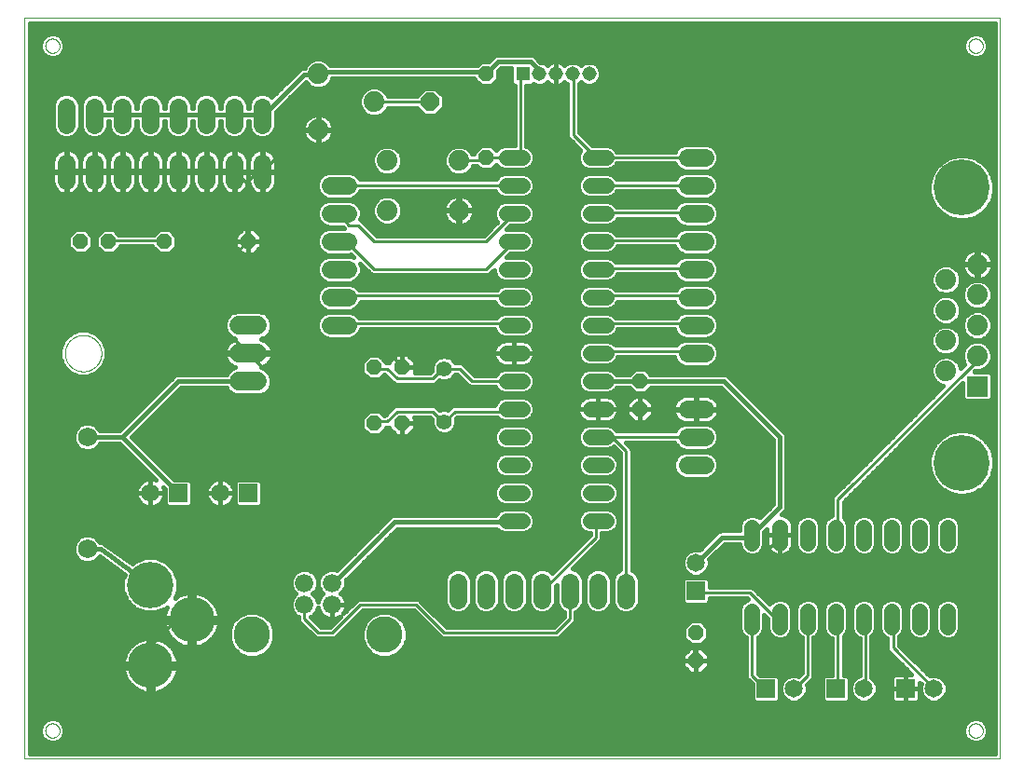
<source format=gtl>
G75*
%MOIN*%
%OFA0B0*%
%FSLAX25Y25*%
%IPPOS*%
%LPD*%
%AMOC8*
5,1,8,0,0,1.08239X$1,22.5*
%
%ADD10C,0.00000*%
%ADD11OC8,0.05600*%
%ADD12R,0.06500X0.06500*%
%ADD13C,0.06500*%
%ADD14C,0.06800*%
%ADD15C,0.16598*%
%ADD16C,0.16200*%
%ADD17C,0.06400*%
%ADD18C,0.05600*%
%ADD19C,0.06800*%
%ADD20R,0.05156X0.05156*%
%ADD21C,0.05156*%
%ADD22OC8,0.06400*%
%ADD23R,0.07400X0.07400*%
%ADD24C,0.07400*%
%ADD25C,0.20000*%
%ADD26C,0.06600*%
%ADD27C,0.13000*%
%ADD28C,0.05600*%
%ADD29C,0.01600*%
%ADD30C,0.01000*%
D10*
X0011800Y0006800D02*
X0011800Y0271761D01*
X0360501Y0271761D01*
X0360501Y0006800D01*
X0011800Y0006800D01*
X0019241Y0016800D02*
X0019243Y0016901D01*
X0019249Y0017002D01*
X0019259Y0017103D01*
X0019273Y0017203D01*
X0019291Y0017302D01*
X0019313Y0017401D01*
X0019338Y0017499D01*
X0019368Y0017596D01*
X0019401Y0017691D01*
X0019438Y0017785D01*
X0019479Y0017878D01*
X0019523Y0017969D01*
X0019571Y0018058D01*
X0019623Y0018145D01*
X0019678Y0018230D01*
X0019736Y0018312D01*
X0019797Y0018393D01*
X0019862Y0018471D01*
X0019929Y0018546D01*
X0019999Y0018618D01*
X0020073Y0018688D01*
X0020149Y0018755D01*
X0020227Y0018819D01*
X0020308Y0018879D01*
X0020391Y0018936D01*
X0020477Y0018990D01*
X0020565Y0019041D01*
X0020654Y0019088D01*
X0020745Y0019132D01*
X0020838Y0019171D01*
X0020933Y0019208D01*
X0021028Y0019240D01*
X0021125Y0019269D01*
X0021224Y0019293D01*
X0021322Y0019314D01*
X0021422Y0019331D01*
X0021522Y0019344D01*
X0021623Y0019353D01*
X0021724Y0019358D01*
X0021825Y0019359D01*
X0021926Y0019356D01*
X0022027Y0019349D01*
X0022128Y0019338D01*
X0022228Y0019323D01*
X0022327Y0019304D01*
X0022426Y0019281D01*
X0022523Y0019255D01*
X0022620Y0019224D01*
X0022715Y0019190D01*
X0022808Y0019152D01*
X0022901Y0019110D01*
X0022991Y0019065D01*
X0023080Y0019016D01*
X0023166Y0018964D01*
X0023250Y0018908D01*
X0023333Y0018849D01*
X0023412Y0018787D01*
X0023490Y0018722D01*
X0023564Y0018654D01*
X0023636Y0018582D01*
X0023705Y0018509D01*
X0023771Y0018432D01*
X0023834Y0018353D01*
X0023894Y0018271D01*
X0023950Y0018187D01*
X0024003Y0018101D01*
X0024053Y0018013D01*
X0024099Y0017923D01*
X0024142Y0017832D01*
X0024181Y0017738D01*
X0024216Y0017643D01*
X0024247Y0017547D01*
X0024275Y0017450D01*
X0024299Y0017352D01*
X0024319Y0017253D01*
X0024335Y0017153D01*
X0024347Y0017052D01*
X0024355Y0016952D01*
X0024359Y0016851D01*
X0024359Y0016749D01*
X0024355Y0016648D01*
X0024347Y0016548D01*
X0024335Y0016447D01*
X0024319Y0016347D01*
X0024299Y0016248D01*
X0024275Y0016150D01*
X0024247Y0016053D01*
X0024216Y0015957D01*
X0024181Y0015862D01*
X0024142Y0015768D01*
X0024099Y0015677D01*
X0024053Y0015587D01*
X0024003Y0015499D01*
X0023950Y0015413D01*
X0023894Y0015329D01*
X0023834Y0015247D01*
X0023771Y0015168D01*
X0023705Y0015091D01*
X0023636Y0015018D01*
X0023564Y0014946D01*
X0023490Y0014878D01*
X0023412Y0014813D01*
X0023333Y0014751D01*
X0023250Y0014692D01*
X0023166Y0014636D01*
X0023079Y0014584D01*
X0022991Y0014535D01*
X0022901Y0014490D01*
X0022808Y0014448D01*
X0022715Y0014410D01*
X0022620Y0014376D01*
X0022523Y0014345D01*
X0022426Y0014319D01*
X0022327Y0014296D01*
X0022228Y0014277D01*
X0022128Y0014262D01*
X0022027Y0014251D01*
X0021926Y0014244D01*
X0021825Y0014241D01*
X0021724Y0014242D01*
X0021623Y0014247D01*
X0021522Y0014256D01*
X0021422Y0014269D01*
X0021322Y0014286D01*
X0021224Y0014307D01*
X0021125Y0014331D01*
X0021028Y0014360D01*
X0020933Y0014392D01*
X0020838Y0014429D01*
X0020745Y0014468D01*
X0020654Y0014512D01*
X0020565Y0014559D01*
X0020477Y0014610D01*
X0020391Y0014664D01*
X0020308Y0014721D01*
X0020227Y0014781D01*
X0020149Y0014845D01*
X0020073Y0014912D01*
X0019999Y0014982D01*
X0019929Y0015054D01*
X0019862Y0015129D01*
X0019797Y0015207D01*
X0019736Y0015288D01*
X0019678Y0015370D01*
X0019623Y0015455D01*
X0019571Y0015542D01*
X0019523Y0015631D01*
X0019479Y0015722D01*
X0019438Y0015815D01*
X0019401Y0015909D01*
X0019368Y0016004D01*
X0019338Y0016101D01*
X0019313Y0016199D01*
X0019291Y0016298D01*
X0019273Y0016397D01*
X0019259Y0016497D01*
X0019249Y0016598D01*
X0019243Y0016699D01*
X0019241Y0016800D01*
X0026300Y0151800D02*
X0026302Y0151961D01*
X0026308Y0152121D01*
X0026318Y0152282D01*
X0026332Y0152442D01*
X0026350Y0152602D01*
X0026371Y0152761D01*
X0026397Y0152920D01*
X0026427Y0153078D01*
X0026460Y0153235D01*
X0026498Y0153392D01*
X0026539Y0153547D01*
X0026584Y0153701D01*
X0026633Y0153854D01*
X0026686Y0154006D01*
X0026742Y0154157D01*
X0026803Y0154306D01*
X0026866Y0154454D01*
X0026934Y0154600D01*
X0027005Y0154744D01*
X0027079Y0154886D01*
X0027157Y0155027D01*
X0027239Y0155165D01*
X0027324Y0155302D01*
X0027412Y0155436D01*
X0027504Y0155568D01*
X0027599Y0155698D01*
X0027697Y0155826D01*
X0027798Y0155951D01*
X0027902Y0156073D01*
X0028009Y0156193D01*
X0028119Y0156310D01*
X0028232Y0156425D01*
X0028348Y0156536D01*
X0028467Y0156645D01*
X0028588Y0156750D01*
X0028712Y0156853D01*
X0028838Y0156953D01*
X0028966Y0157049D01*
X0029097Y0157142D01*
X0029231Y0157232D01*
X0029366Y0157319D01*
X0029504Y0157402D01*
X0029643Y0157482D01*
X0029785Y0157558D01*
X0029928Y0157631D01*
X0030073Y0157700D01*
X0030220Y0157766D01*
X0030368Y0157828D01*
X0030518Y0157886D01*
X0030669Y0157941D01*
X0030822Y0157992D01*
X0030976Y0158039D01*
X0031131Y0158082D01*
X0031287Y0158121D01*
X0031443Y0158157D01*
X0031601Y0158188D01*
X0031759Y0158216D01*
X0031918Y0158240D01*
X0032078Y0158260D01*
X0032238Y0158276D01*
X0032398Y0158288D01*
X0032559Y0158296D01*
X0032720Y0158300D01*
X0032880Y0158300D01*
X0033041Y0158296D01*
X0033202Y0158288D01*
X0033362Y0158276D01*
X0033522Y0158260D01*
X0033682Y0158240D01*
X0033841Y0158216D01*
X0033999Y0158188D01*
X0034157Y0158157D01*
X0034313Y0158121D01*
X0034469Y0158082D01*
X0034624Y0158039D01*
X0034778Y0157992D01*
X0034931Y0157941D01*
X0035082Y0157886D01*
X0035232Y0157828D01*
X0035380Y0157766D01*
X0035527Y0157700D01*
X0035672Y0157631D01*
X0035815Y0157558D01*
X0035957Y0157482D01*
X0036096Y0157402D01*
X0036234Y0157319D01*
X0036369Y0157232D01*
X0036503Y0157142D01*
X0036634Y0157049D01*
X0036762Y0156953D01*
X0036888Y0156853D01*
X0037012Y0156750D01*
X0037133Y0156645D01*
X0037252Y0156536D01*
X0037368Y0156425D01*
X0037481Y0156310D01*
X0037591Y0156193D01*
X0037698Y0156073D01*
X0037802Y0155951D01*
X0037903Y0155826D01*
X0038001Y0155698D01*
X0038096Y0155568D01*
X0038188Y0155436D01*
X0038276Y0155302D01*
X0038361Y0155165D01*
X0038443Y0155027D01*
X0038521Y0154886D01*
X0038595Y0154744D01*
X0038666Y0154600D01*
X0038734Y0154454D01*
X0038797Y0154306D01*
X0038858Y0154157D01*
X0038914Y0154006D01*
X0038967Y0153854D01*
X0039016Y0153701D01*
X0039061Y0153547D01*
X0039102Y0153392D01*
X0039140Y0153235D01*
X0039173Y0153078D01*
X0039203Y0152920D01*
X0039229Y0152761D01*
X0039250Y0152602D01*
X0039268Y0152442D01*
X0039282Y0152282D01*
X0039292Y0152121D01*
X0039298Y0151961D01*
X0039300Y0151800D01*
X0039298Y0151639D01*
X0039292Y0151479D01*
X0039282Y0151318D01*
X0039268Y0151158D01*
X0039250Y0150998D01*
X0039229Y0150839D01*
X0039203Y0150680D01*
X0039173Y0150522D01*
X0039140Y0150365D01*
X0039102Y0150208D01*
X0039061Y0150053D01*
X0039016Y0149899D01*
X0038967Y0149746D01*
X0038914Y0149594D01*
X0038858Y0149443D01*
X0038797Y0149294D01*
X0038734Y0149146D01*
X0038666Y0149000D01*
X0038595Y0148856D01*
X0038521Y0148714D01*
X0038443Y0148573D01*
X0038361Y0148435D01*
X0038276Y0148298D01*
X0038188Y0148164D01*
X0038096Y0148032D01*
X0038001Y0147902D01*
X0037903Y0147774D01*
X0037802Y0147649D01*
X0037698Y0147527D01*
X0037591Y0147407D01*
X0037481Y0147290D01*
X0037368Y0147175D01*
X0037252Y0147064D01*
X0037133Y0146955D01*
X0037012Y0146850D01*
X0036888Y0146747D01*
X0036762Y0146647D01*
X0036634Y0146551D01*
X0036503Y0146458D01*
X0036369Y0146368D01*
X0036234Y0146281D01*
X0036096Y0146198D01*
X0035957Y0146118D01*
X0035815Y0146042D01*
X0035672Y0145969D01*
X0035527Y0145900D01*
X0035380Y0145834D01*
X0035232Y0145772D01*
X0035082Y0145714D01*
X0034931Y0145659D01*
X0034778Y0145608D01*
X0034624Y0145561D01*
X0034469Y0145518D01*
X0034313Y0145479D01*
X0034157Y0145443D01*
X0033999Y0145412D01*
X0033841Y0145384D01*
X0033682Y0145360D01*
X0033522Y0145340D01*
X0033362Y0145324D01*
X0033202Y0145312D01*
X0033041Y0145304D01*
X0032880Y0145300D01*
X0032720Y0145300D01*
X0032559Y0145304D01*
X0032398Y0145312D01*
X0032238Y0145324D01*
X0032078Y0145340D01*
X0031918Y0145360D01*
X0031759Y0145384D01*
X0031601Y0145412D01*
X0031443Y0145443D01*
X0031287Y0145479D01*
X0031131Y0145518D01*
X0030976Y0145561D01*
X0030822Y0145608D01*
X0030669Y0145659D01*
X0030518Y0145714D01*
X0030368Y0145772D01*
X0030220Y0145834D01*
X0030073Y0145900D01*
X0029928Y0145969D01*
X0029785Y0146042D01*
X0029643Y0146118D01*
X0029504Y0146198D01*
X0029366Y0146281D01*
X0029231Y0146368D01*
X0029097Y0146458D01*
X0028966Y0146551D01*
X0028838Y0146647D01*
X0028712Y0146747D01*
X0028588Y0146850D01*
X0028467Y0146955D01*
X0028348Y0147064D01*
X0028232Y0147175D01*
X0028119Y0147290D01*
X0028009Y0147407D01*
X0027902Y0147527D01*
X0027798Y0147649D01*
X0027697Y0147774D01*
X0027599Y0147902D01*
X0027504Y0148032D01*
X0027412Y0148164D01*
X0027324Y0148298D01*
X0027239Y0148435D01*
X0027157Y0148573D01*
X0027079Y0148714D01*
X0027005Y0148856D01*
X0026934Y0149000D01*
X0026866Y0149146D01*
X0026803Y0149294D01*
X0026742Y0149443D01*
X0026686Y0149594D01*
X0026633Y0149746D01*
X0026584Y0149899D01*
X0026539Y0150053D01*
X0026498Y0150208D01*
X0026460Y0150365D01*
X0026427Y0150522D01*
X0026397Y0150680D01*
X0026371Y0150839D01*
X0026350Y0150998D01*
X0026332Y0151158D01*
X0026318Y0151318D01*
X0026308Y0151479D01*
X0026302Y0151639D01*
X0026300Y0151800D01*
X0019241Y0261800D02*
X0019243Y0261901D01*
X0019249Y0262002D01*
X0019259Y0262103D01*
X0019273Y0262203D01*
X0019291Y0262302D01*
X0019313Y0262401D01*
X0019338Y0262499D01*
X0019368Y0262596D01*
X0019401Y0262691D01*
X0019438Y0262785D01*
X0019479Y0262878D01*
X0019523Y0262969D01*
X0019571Y0263058D01*
X0019623Y0263145D01*
X0019678Y0263230D01*
X0019736Y0263312D01*
X0019797Y0263393D01*
X0019862Y0263471D01*
X0019929Y0263546D01*
X0019999Y0263618D01*
X0020073Y0263688D01*
X0020149Y0263755D01*
X0020227Y0263819D01*
X0020308Y0263879D01*
X0020391Y0263936D01*
X0020477Y0263990D01*
X0020565Y0264041D01*
X0020654Y0264088D01*
X0020745Y0264132D01*
X0020838Y0264171D01*
X0020933Y0264208D01*
X0021028Y0264240D01*
X0021125Y0264269D01*
X0021224Y0264293D01*
X0021322Y0264314D01*
X0021422Y0264331D01*
X0021522Y0264344D01*
X0021623Y0264353D01*
X0021724Y0264358D01*
X0021825Y0264359D01*
X0021926Y0264356D01*
X0022027Y0264349D01*
X0022128Y0264338D01*
X0022228Y0264323D01*
X0022327Y0264304D01*
X0022426Y0264281D01*
X0022523Y0264255D01*
X0022620Y0264224D01*
X0022715Y0264190D01*
X0022808Y0264152D01*
X0022901Y0264110D01*
X0022991Y0264065D01*
X0023080Y0264016D01*
X0023166Y0263964D01*
X0023250Y0263908D01*
X0023333Y0263849D01*
X0023412Y0263787D01*
X0023490Y0263722D01*
X0023564Y0263654D01*
X0023636Y0263582D01*
X0023705Y0263509D01*
X0023771Y0263432D01*
X0023834Y0263353D01*
X0023894Y0263271D01*
X0023950Y0263187D01*
X0024003Y0263101D01*
X0024053Y0263013D01*
X0024099Y0262923D01*
X0024142Y0262832D01*
X0024181Y0262738D01*
X0024216Y0262643D01*
X0024247Y0262547D01*
X0024275Y0262450D01*
X0024299Y0262352D01*
X0024319Y0262253D01*
X0024335Y0262153D01*
X0024347Y0262052D01*
X0024355Y0261952D01*
X0024359Y0261851D01*
X0024359Y0261749D01*
X0024355Y0261648D01*
X0024347Y0261548D01*
X0024335Y0261447D01*
X0024319Y0261347D01*
X0024299Y0261248D01*
X0024275Y0261150D01*
X0024247Y0261053D01*
X0024216Y0260957D01*
X0024181Y0260862D01*
X0024142Y0260768D01*
X0024099Y0260677D01*
X0024053Y0260587D01*
X0024003Y0260499D01*
X0023950Y0260413D01*
X0023894Y0260329D01*
X0023834Y0260247D01*
X0023771Y0260168D01*
X0023705Y0260091D01*
X0023636Y0260018D01*
X0023564Y0259946D01*
X0023490Y0259878D01*
X0023412Y0259813D01*
X0023333Y0259751D01*
X0023250Y0259692D01*
X0023166Y0259636D01*
X0023079Y0259584D01*
X0022991Y0259535D01*
X0022901Y0259490D01*
X0022808Y0259448D01*
X0022715Y0259410D01*
X0022620Y0259376D01*
X0022523Y0259345D01*
X0022426Y0259319D01*
X0022327Y0259296D01*
X0022228Y0259277D01*
X0022128Y0259262D01*
X0022027Y0259251D01*
X0021926Y0259244D01*
X0021825Y0259241D01*
X0021724Y0259242D01*
X0021623Y0259247D01*
X0021522Y0259256D01*
X0021422Y0259269D01*
X0021322Y0259286D01*
X0021224Y0259307D01*
X0021125Y0259331D01*
X0021028Y0259360D01*
X0020933Y0259392D01*
X0020838Y0259429D01*
X0020745Y0259468D01*
X0020654Y0259512D01*
X0020565Y0259559D01*
X0020477Y0259610D01*
X0020391Y0259664D01*
X0020308Y0259721D01*
X0020227Y0259781D01*
X0020149Y0259845D01*
X0020073Y0259912D01*
X0019999Y0259982D01*
X0019929Y0260054D01*
X0019862Y0260129D01*
X0019797Y0260207D01*
X0019736Y0260288D01*
X0019678Y0260370D01*
X0019623Y0260455D01*
X0019571Y0260542D01*
X0019523Y0260631D01*
X0019479Y0260722D01*
X0019438Y0260815D01*
X0019401Y0260909D01*
X0019368Y0261004D01*
X0019338Y0261101D01*
X0019313Y0261199D01*
X0019291Y0261298D01*
X0019273Y0261397D01*
X0019259Y0261497D01*
X0019249Y0261598D01*
X0019243Y0261699D01*
X0019241Y0261800D01*
X0349241Y0261800D02*
X0349243Y0261901D01*
X0349249Y0262002D01*
X0349259Y0262103D01*
X0349273Y0262203D01*
X0349291Y0262302D01*
X0349313Y0262401D01*
X0349338Y0262499D01*
X0349368Y0262596D01*
X0349401Y0262691D01*
X0349438Y0262785D01*
X0349479Y0262878D01*
X0349523Y0262969D01*
X0349571Y0263058D01*
X0349623Y0263145D01*
X0349678Y0263230D01*
X0349736Y0263312D01*
X0349797Y0263393D01*
X0349862Y0263471D01*
X0349929Y0263546D01*
X0349999Y0263618D01*
X0350073Y0263688D01*
X0350149Y0263755D01*
X0350227Y0263819D01*
X0350308Y0263879D01*
X0350391Y0263936D01*
X0350477Y0263990D01*
X0350565Y0264041D01*
X0350654Y0264088D01*
X0350745Y0264132D01*
X0350838Y0264171D01*
X0350933Y0264208D01*
X0351028Y0264240D01*
X0351125Y0264269D01*
X0351224Y0264293D01*
X0351322Y0264314D01*
X0351422Y0264331D01*
X0351522Y0264344D01*
X0351623Y0264353D01*
X0351724Y0264358D01*
X0351825Y0264359D01*
X0351926Y0264356D01*
X0352027Y0264349D01*
X0352128Y0264338D01*
X0352228Y0264323D01*
X0352327Y0264304D01*
X0352426Y0264281D01*
X0352523Y0264255D01*
X0352620Y0264224D01*
X0352715Y0264190D01*
X0352808Y0264152D01*
X0352901Y0264110D01*
X0352991Y0264065D01*
X0353080Y0264016D01*
X0353166Y0263964D01*
X0353250Y0263908D01*
X0353333Y0263849D01*
X0353412Y0263787D01*
X0353490Y0263722D01*
X0353564Y0263654D01*
X0353636Y0263582D01*
X0353705Y0263509D01*
X0353771Y0263432D01*
X0353834Y0263353D01*
X0353894Y0263271D01*
X0353950Y0263187D01*
X0354003Y0263101D01*
X0354053Y0263013D01*
X0354099Y0262923D01*
X0354142Y0262832D01*
X0354181Y0262738D01*
X0354216Y0262643D01*
X0354247Y0262547D01*
X0354275Y0262450D01*
X0354299Y0262352D01*
X0354319Y0262253D01*
X0354335Y0262153D01*
X0354347Y0262052D01*
X0354355Y0261952D01*
X0354359Y0261851D01*
X0354359Y0261749D01*
X0354355Y0261648D01*
X0354347Y0261548D01*
X0354335Y0261447D01*
X0354319Y0261347D01*
X0354299Y0261248D01*
X0354275Y0261150D01*
X0354247Y0261053D01*
X0354216Y0260957D01*
X0354181Y0260862D01*
X0354142Y0260768D01*
X0354099Y0260677D01*
X0354053Y0260587D01*
X0354003Y0260499D01*
X0353950Y0260413D01*
X0353894Y0260329D01*
X0353834Y0260247D01*
X0353771Y0260168D01*
X0353705Y0260091D01*
X0353636Y0260018D01*
X0353564Y0259946D01*
X0353490Y0259878D01*
X0353412Y0259813D01*
X0353333Y0259751D01*
X0353250Y0259692D01*
X0353166Y0259636D01*
X0353079Y0259584D01*
X0352991Y0259535D01*
X0352901Y0259490D01*
X0352808Y0259448D01*
X0352715Y0259410D01*
X0352620Y0259376D01*
X0352523Y0259345D01*
X0352426Y0259319D01*
X0352327Y0259296D01*
X0352228Y0259277D01*
X0352128Y0259262D01*
X0352027Y0259251D01*
X0351926Y0259244D01*
X0351825Y0259241D01*
X0351724Y0259242D01*
X0351623Y0259247D01*
X0351522Y0259256D01*
X0351422Y0259269D01*
X0351322Y0259286D01*
X0351224Y0259307D01*
X0351125Y0259331D01*
X0351028Y0259360D01*
X0350933Y0259392D01*
X0350838Y0259429D01*
X0350745Y0259468D01*
X0350654Y0259512D01*
X0350565Y0259559D01*
X0350477Y0259610D01*
X0350391Y0259664D01*
X0350308Y0259721D01*
X0350227Y0259781D01*
X0350149Y0259845D01*
X0350073Y0259912D01*
X0349999Y0259982D01*
X0349929Y0260054D01*
X0349862Y0260129D01*
X0349797Y0260207D01*
X0349736Y0260288D01*
X0349678Y0260370D01*
X0349623Y0260455D01*
X0349571Y0260542D01*
X0349523Y0260631D01*
X0349479Y0260722D01*
X0349438Y0260815D01*
X0349401Y0260909D01*
X0349368Y0261004D01*
X0349338Y0261101D01*
X0349313Y0261199D01*
X0349291Y0261298D01*
X0349273Y0261397D01*
X0349259Y0261497D01*
X0349249Y0261598D01*
X0349243Y0261699D01*
X0349241Y0261800D01*
X0349241Y0016800D02*
X0349243Y0016901D01*
X0349249Y0017002D01*
X0349259Y0017103D01*
X0349273Y0017203D01*
X0349291Y0017302D01*
X0349313Y0017401D01*
X0349338Y0017499D01*
X0349368Y0017596D01*
X0349401Y0017691D01*
X0349438Y0017785D01*
X0349479Y0017878D01*
X0349523Y0017969D01*
X0349571Y0018058D01*
X0349623Y0018145D01*
X0349678Y0018230D01*
X0349736Y0018312D01*
X0349797Y0018393D01*
X0349862Y0018471D01*
X0349929Y0018546D01*
X0349999Y0018618D01*
X0350073Y0018688D01*
X0350149Y0018755D01*
X0350227Y0018819D01*
X0350308Y0018879D01*
X0350391Y0018936D01*
X0350477Y0018990D01*
X0350565Y0019041D01*
X0350654Y0019088D01*
X0350745Y0019132D01*
X0350838Y0019171D01*
X0350933Y0019208D01*
X0351028Y0019240D01*
X0351125Y0019269D01*
X0351224Y0019293D01*
X0351322Y0019314D01*
X0351422Y0019331D01*
X0351522Y0019344D01*
X0351623Y0019353D01*
X0351724Y0019358D01*
X0351825Y0019359D01*
X0351926Y0019356D01*
X0352027Y0019349D01*
X0352128Y0019338D01*
X0352228Y0019323D01*
X0352327Y0019304D01*
X0352426Y0019281D01*
X0352523Y0019255D01*
X0352620Y0019224D01*
X0352715Y0019190D01*
X0352808Y0019152D01*
X0352901Y0019110D01*
X0352991Y0019065D01*
X0353080Y0019016D01*
X0353166Y0018964D01*
X0353250Y0018908D01*
X0353333Y0018849D01*
X0353412Y0018787D01*
X0353490Y0018722D01*
X0353564Y0018654D01*
X0353636Y0018582D01*
X0353705Y0018509D01*
X0353771Y0018432D01*
X0353834Y0018353D01*
X0353894Y0018271D01*
X0353950Y0018187D01*
X0354003Y0018101D01*
X0354053Y0018013D01*
X0354099Y0017923D01*
X0354142Y0017832D01*
X0354181Y0017738D01*
X0354216Y0017643D01*
X0354247Y0017547D01*
X0354275Y0017450D01*
X0354299Y0017352D01*
X0354319Y0017253D01*
X0354335Y0017153D01*
X0354347Y0017052D01*
X0354355Y0016952D01*
X0354359Y0016851D01*
X0354359Y0016749D01*
X0354355Y0016648D01*
X0354347Y0016548D01*
X0354335Y0016447D01*
X0354319Y0016347D01*
X0354299Y0016248D01*
X0354275Y0016150D01*
X0354247Y0016053D01*
X0354216Y0015957D01*
X0354181Y0015862D01*
X0354142Y0015768D01*
X0354099Y0015677D01*
X0354053Y0015587D01*
X0354003Y0015499D01*
X0353950Y0015413D01*
X0353894Y0015329D01*
X0353834Y0015247D01*
X0353771Y0015168D01*
X0353705Y0015091D01*
X0353636Y0015018D01*
X0353564Y0014946D01*
X0353490Y0014878D01*
X0353412Y0014813D01*
X0353333Y0014751D01*
X0353250Y0014692D01*
X0353166Y0014636D01*
X0353079Y0014584D01*
X0352991Y0014535D01*
X0352901Y0014490D01*
X0352808Y0014448D01*
X0352715Y0014410D01*
X0352620Y0014376D01*
X0352523Y0014345D01*
X0352426Y0014319D01*
X0352327Y0014296D01*
X0352228Y0014277D01*
X0352128Y0014262D01*
X0352027Y0014251D01*
X0351926Y0014244D01*
X0351825Y0014241D01*
X0351724Y0014242D01*
X0351623Y0014247D01*
X0351522Y0014256D01*
X0351422Y0014269D01*
X0351322Y0014286D01*
X0351224Y0014307D01*
X0351125Y0014331D01*
X0351028Y0014360D01*
X0350933Y0014392D01*
X0350838Y0014429D01*
X0350745Y0014468D01*
X0350654Y0014512D01*
X0350565Y0014559D01*
X0350477Y0014610D01*
X0350391Y0014664D01*
X0350308Y0014721D01*
X0350227Y0014781D01*
X0350149Y0014845D01*
X0350073Y0014912D01*
X0349999Y0014982D01*
X0349929Y0015054D01*
X0349862Y0015129D01*
X0349797Y0015207D01*
X0349736Y0015288D01*
X0349678Y0015370D01*
X0349623Y0015455D01*
X0349571Y0015542D01*
X0349523Y0015631D01*
X0349479Y0015722D01*
X0349438Y0015815D01*
X0349401Y0015909D01*
X0349368Y0016004D01*
X0349338Y0016101D01*
X0349313Y0016199D01*
X0349291Y0016298D01*
X0349273Y0016397D01*
X0349259Y0016497D01*
X0349249Y0016598D01*
X0349243Y0016699D01*
X0349241Y0016800D01*
D11*
X0251800Y0041800D03*
X0251800Y0051800D03*
X0231800Y0131800D03*
X0231800Y0141800D03*
X0146800Y0146800D03*
X0136800Y0146800D03*
X0136800Y0126800D03*
X0146800Y0126800D03*
X0091800Y0191800D03*
X0061800Y0191800D03*
X0041800Y0191800D03*
X0031800Y0191800D03*
X0176800Y0221800D03*
X0176800Y0251800D03*
D12*
X0091800Y0101800D03*
X0066800Y0101800D03*
X0251800Y0066800D03*
X0276800Y0031800D03*
X0301800Y0031800D03*
X0326800Y0031800D03*
D13*
X0336800Y0031800D03*
X0311800Y0031800D03*
X0286800Y0031800D03*
X0251800Y0076800D03*
X0081800Y0101800D03*
X0056800Y0101800D03*
D14*
X0034300Y0081800D03*
X0034300Y0121800D03*
D15*
X0056800Y0068937D03*
D16*
X0071609Y0056426D03*
X0056900Y0040115D03*
D17*
X0166800Y0063600D02*
X0166800Y0070000D01*
X0176800Y0070000D02*
X0176800Y0063600D01*
X0186800Y0063600D02*
X0186800Y0070000D01*
X0196800Y0070000D02*
X0196800Y0063600D01*
X0206800Y0063600D02*
X0206800Y0070000D01*
X0216800Y0070000D02*
X0216800Y0063600D01*
X0226800Y0063600D02*
X0226800Y0070000D01*
X0248600Y0111800D02*
X0255000Y0111800D01*
X0255000Y0121800D02*
X0248600Y0121800D01*
X0248600Y0131800D02*
X0255000Y0131800D01*
X0255000Y0151800D02*
X0248600Y0151800D01*
X0248600Y0161800D02*
X0255000Y0161800D01*
X0255000Y0171800D02*
X0248600Y0171800D01*
X0248600Y0181800D02*
X0255000Y0181800D01*
X0255000Y0191800D02*
X0248600Y0191800D01*
X0248600Y0201800D02*
X0255000Y0201800D01*
X0255000Y0211800D02*
X0248600Y0211800D01*
X0248600Y0221800D02*
X0255000Y0221800D01*
X0127500Y0211800D02*
X0121100Y0211800D01*
X0121100Y0201800D02*
X0127500Y0201800D01*
X0127500Y0191800D02*
X0121100Y0191800D01*
X0121100Y0181800D02*
X0127500Y0181800D01*
X0127500Y0171800D02*
X0121100Y0171800D01*
X0121100Y0161800D02*
X0127500Y0161800D01*
X0096800Y0213600D02*
X0096800Y0220000D01*
X0086800Y0220000D02*
X0086800Y0213600D01*
X0076800Y0213600D02*
X0076800Y0220000D01*
X0066800Y0220000D02*
X0066800Y0213600D01*
X0056800Y0213600D02*
X0056800Y0220000D01*
X0046800Y0220000D02*
X0046800Y0213600D01*
X0036800Y0213600D02*
X0036800Y0220000D01*
X0026800Y0220000D02*
X0026800Y0213600D01*
X0026800Y0233600D02*
X0026800Y0240000D01*
X0036800Y0240000D02*
X0036800Y0233600D01*
X0046800Y0233600D02*
X0046800Y0240000D01*
X0056800Y0240000D02*
X0056800Y0233600D01*
X0066800Y0233600D02*
X0066800Y0240000D01*
X0076800Y0240000D02*
X0076800Y0233600D01*
X0086800Y0233600D02*
X0086800Y0240000D01*
X0096800Y0240000D02*
X0096800Y0233600D01*
D18*
X0184000Y0221800D02*
X0189600Y0221800D01*
X0189600Y0211800D02*
X0184000Y0211800D01*
X0184000Y0201800D02*
X0189600Y0201800D01*
X0189600Y0191800D02*
X0184000Y0191800D01*
X0184000Y0181800D02*
X0189600Y0181800D01*
X0189600Y0171800D02*
X0184000Y0171800D01*
X0184000Y0161800D02*
X0189600Y0161800D01*
X0189600Y0151800D02*
X0184000Y0151800D01*
X0184000Y0141800D02*
X0189600Y0141800D01*
X0189600Y0131800D02*
X0184000Y0131800D01*
X0184000Y0121800D02*
X0189600Y0121800D01*
X0189600Y0111800D02*
X0184000Y0111800D01*
X0184000Y0101800D02*
X0189600Y0101800D01*
X0189600Y0091800D02*
X0184000Y0091800D01*
X0214000Y0091800D02*
X0219600Y0091800D01*
X0219600Y0101800D02*
X0214000Y0101800D01*
X0214000Y0111800D02*
X0219600Y0111800D01*
X0219600Y0121800D02*
X0214000Y0121800D01*
X0214000Y0131800D02*
X0219600Y0131800D01*
X0219600Y0141800D02*
X0214000Y0141800D01*
X0214000Y0151800D02*
X0219600Y0151800D01*
X0219600Y0161800D02*
X0214000Y0161800D01*
X0214000Y0171800D02*
X0219600Y0171800D01*
X0219600Y0181800D02*
X0214000Y0181800D01*
X0214000Y0191800D02*
X0219600Y0191800D01*
X0219600Y0201800D02*
X0214000Y0201800D01*
X0214000Y0211800D02*
X0219600Y0211800D01*
X0219600Y0221800D02*
X0214000Y0221800D01*
X0271800Y0089600D02*
X0271800Y0084000D01*
X0281800Y0084000D02*
X0281800Y0089600D01*
X0291800Y0089600D02*
X0291800Y0084000D01*
X0301800Y0084000D02*
X0301800Y0089600D01*
X0311800Y0089600D02*
X0311800Y0084000D01*
X0321800Y0084000D02*
X0321800Y0089600D01*
X0331800Y0089600D02*
X0331800Y0084000D01*
X0341800Y0084000D02*
X0341800Y0089600D01*
X0341800Y0059600D02*
X0341800Y0054000D01*
X0331800Y0054000D02*
X0331800Y0059600D01*
X0321800Y0059600D02*
X0321800Y0054000D01*
X0311800Y0054000D02*
X0311800Y0059600D01*
X0301800Y0059600D02*
X0301800Y0054000D01*
X0291800Y0054000D02*
X0291800Y0059600D01*
X0281800Y0059600D02*
X0281800Y0054000D01*
X0271800Y0054000D02*
X0271800Y0059600D01*
D19*
X0095200Y0141800D02*
X0088400Y0141800D01*
X0088400Y0151800D02*
X0095200Y0151800D01*
X0095200Y0161800D02*
X0088400Y0161800D01*
D20*
X0189989Y0251800D03*
D21*
X0195894Y0251800D03*
X0201800Y0251800D03*
X0207706Y0251800D03*
X0213611Y0251800D03*
D22*
X0156800Y0241800D03*
D23*
X0352391Y0139989D03*
D24*
X0341209Y0145461D03*
X0352391Y0150894D03*
X0341209Y0156367D03*
X0341209Y0167233D03*
X0352391Y0161800D03*
X0352391Y0172706D03*
X0341209Y0178139D03*
X0352391Y0183611D03*
X0167100Y0202900D03*
X0167100Y0220700D03*
X0141500Y0220700D03*
X0141500Y0202900D03*
X0116800Y0231800D03*
X0136800Y0241800D03*
X0116800Y0251800D03*
D25*
X0346800Y0211013D03*
X0346800Y0112587D03*
D26*
X0121721Y0069600D03*
X0121721Y0061800D03*
X0111879Y0061800D03*
X0111879Y0069600D03*
D27*
X0093100Y0051100D03*
X0140500Y0051100D03*
D28*
X0161800Y0127300D03*
X0161800Y0146300D03*
D29*
X0160108Y0142238D02*
X0160925Y0141900D01*
X0162675Y0141900D01*
X0164292Y0142570D01*
X0165530Y0143808D01*
X0165693Y0144200D01*
X0166430Y0144200D01*
X0169700Y0140930D01*
X0170930Y0139700D01*
X0180107Y0139700D01*
X0180270Y0139308D01*
X0181508Y0138070D01*
X0183125Y0137400D01*
X0190475Y0137400D01*
X0192092Y0138070D01*
X0193330Y0139308D01*
X0194000Y0140925D01*
X0194000Y0142675D01*
X0193330Y0144292D01*
X0192092Y0145530D01*
X0190475Y0146200D01*
X0183125Y0146200D01*
X0181508Y0145530D01*
X0180270Y0144292D01*
X0180107Y0143900D01*
X0172670Y0143900D01*
X0168170Y0148400D01*
X0165693Y0148400D01*
X0165530Y0148792D01*
X0164292Y0150030D01*
X0162675Y0150700D01*
X0160925Y0150700D01*
X0159308Y0150030D01*
X0158070Y0148792D01*
X0157400Y0147175D01*
X0157400Y0145470D01*
X0156730Y0144800D01*
X0151305Y0144800D01*
X0151400Y0144895D01*
X0151400Y0146800D01*
X0151400Y0148705D01*
X0148705Y0151400D01*
X0146800Y0151400D01*
X0146800Y0146800D01*
X0146800Y0146800D01*
X0151400Y0146800D01*
X0146800Y0146800D01*
X0146800Y0146800D01*
X0146800Y0151400D01*
X0144895Y0151400D01*
X0142200Y0148705D01*
X0142200Y0148400D01*
X0141200Y0148400D01*
X0141200Y0148623D01*
X0138623Y0151200D01*
X0134977Y0151200D01*
X0132400Y0148623D01*
X0132400Y0144977D01*
X0134977Y0142400D01*
X0138623Y0142400D01*
X0140423Y0144200D01*
X0140530Y0144200D01*
X0142900Y0141830D01*
X0144130Y0140600D01*
X0158470Y0140600D01*
X0160108Y0142238D01*
X0158945Y0141075D02*
X0169555Y0141075D01*
X0167957Y0142673D02*
X0164396Y0142673D01*
X0169101Y0147469D02*
X0182444Y0147469D01*
X0182234Y0147537D02*
X0182923Y0147313D01*
X0183638Y0147200D01*
X0186800Y0147200D01*
X0189962Y0147200D01*
X0190677Y0147313D01*
X0191366Y0147537D01*
X0192011Y0147866D01*
X0192597Y0148291D01*
X0193109Y0148803D01*
X0193534Y0149389D01*
X0193863Y0150034D01*
X0194087Y0150723D01*
X0194200Y0151438D01*
X0194200Y0151800D01*
X0194200Y0152162D01*
X0194087Y0152877D01*
X0193863Y0153566D01*
X0193534Y0154211D01*
X0193109Y0154797D01*
X0192597Y0155309D01*
X0192011Y0155734D01*
X0191366Y0156063D01*
X0190677Y0156287D01*
X0189962Y0156400D01*
X0186800Y0156400D01*
X0186800Y0151800D01*
X0186800Y0151800D01*
X0194200Y0151800D01*
X0186800Y0151800D01*
X0186800Y0151800D01*
X0186800Y0147200D01*
X0186800Y0151800D01*
X0186800Y0151800D01*
X0186800Y0151800D01*
X0179400Y0151800D01*
X0179400Y0152162D01*
X0179513Y0152877D01*
X0179737Y0153566D01*
X0180066Y0154211D01*
X0180491Y0154797D01*
X0181003Y0155309D01*
X0181589Y0155734D01*
X0182234Y0156063D01*
X0182923Y0156287D01*
X0183638Y0156400D01*
X0186800Y0156400D01*
X0186800Y0151800D01*
X0179400Y0151800D01*
X0179400Y0151438D01*
X0179513Y0150723D01*
X0179737Y0150034D01*
X0180066Y0149389D01*
X0180491Y0148803D01*
X0181003Y0148291D01*
X0181589Y0147866D01*
X0182234Y0147537D01*
X0182329Y0145870D02*
X0170699Y0145870D01*
X0172298Y0144272D02*
X0180261Y0144272D01*
X0180200Y0139476D02*
X0099649Y0139476D01*
X0099439Y0138968D02*
X0100200Y0140805D01*
X0100200Y0142795D01*
X0099439Y0144632D01*
X0098032Y0146039D01*
X0096382Y0146722D01*
X0096418Y0146728D01*
X0097196Y0146981D01*
X0097925Y0147353D01*
X0098588Y0147834D01*
X0099166Y0148412D01*
X0099647Y0149075D01*
X0100019Y0149804D01*
X0100272Y0150582D01*
X0100400Y0151391D01*
X0100400Y0151500D01*
X0092100Y0151500D01*
X0092100Y0152100D01*
X0100400Y0152100D01*
X0100400Y0152209D01*
X0100272Y0153018D01*
X0100019Y0153796D01*
X0099647Y0154525D01*
X0099166Y0155188D01*
X0098588Y0155766D01*
X0097925Y0156247D01*
X0097196Y0156619D01*
X0096418Y0156872D01*
X0096382Y0156878D01*
X0098032Y0157561D01*
X0099439Y0158968D01*
X0100200Y0160805D01*
X0100200Y0162795D01*
X0099439Y0164632D01*
X0098032Y0166039D01*
X0096195Y0166800D01*
X0087405Y0166800D01*
X0085568Y0166039D01*
X0084161Y0164632D01*
X0083400Y0162795D01*
X0083400Y0160805D01*
X0084161Y0158968D01*
X0085568Y0157561D01*
X0087218Y0156878D01*
X0087182Y0156872D01*
X0086404Y0156619D01*
X0085675Y0156247D01*
X0085012Y0155766D01*
X0084434Y0155188D01*
X0083953Y0154525D01*
X0083581Y0153796D01*
X0083328Y0153018D01*
X0083200Y0152209D01*
X0083200Y0152100D01*
X0091500Y0152100D01*
X0091500Y0151500D01*
X0083200Y0151500D01*
X0083200Y0151391D01*
X0083328Y0150582D01*
X0083581Y0149804D01*
X0083953Y0149075D01*
X0084434Y0148412D01*
X0085012Y0147834D01*
X0085675Y0147353D01*
X0086404Y0146981D01*
X0087182Y0146728D01*
X0087218Y0146722D01*
X0085568Y0146039D01*
X0084161Y0144632D01*
X0083982Y0144200D01*
X0066323Y0144200D01*
X0065441Y0143835D01*
X0045806Y0124200D01*
X0038718Y0124200D01*
X0038539Y0124632D01*
X0037132Y0126039D01*
X0035295Y0126800D01*
X0033305Y0126800D01*
X0031468Y0126039D01*
X0030061Y0124632D01*
X0029300Y0122795D01*
X0029300Y0120805D01*
X0030061Y0118968D01*
X0031468Y0117561D01*
X0033305Y0116800D01*
X0035295Y0116800D01*
X0037132Y0117561D01*
X0038539Y0118968D01*
X0038718Y0119400D01*
X0045806Y0119400D01*
X0058720Y0106486D01*
X0057983Y0106726D01*
X0057197Y0106850D01*
X0056800Y0106850D01*
X0056800Y0101800D01*
X0061850Y0101800D01*
X0061850Y0102197D01*
X0061726Y0102983D01*
X0061486Y0103720D01*
X0061950Y0103256D01*
X0061950Y0097887D01*
X0062887Y0096950D01*
X0070713Y0096950D01*
X0071650Y0097887D01*
X0071650Y0105713D01*
X0070713Y0106650D01*
X0065344Y0106650D01*
X0050194Y0121800D01*
X0067794Y0139400D01*
X0083982Y0139400D01*
X0084161Y0138968D01*
X0085568Y0137561D01*
X0087405Y0136800D01*
X0096195Y0136800D01*
X0098032Y0137561D01*
X0099439Y0138968D01*
X0098349Y0137878D02*
X0181971Y0137878D01*
X0183125Y0136200D02*
X0181508Y0135530D01*
X0180270Y0134292D01*
X0179776Y0133100D01*
X0164830Y0133100D01*
X0163209Y0131479D01*
X0162675Y0131700D01*
X0160925Y0131700D01*
X0160179Y0131391D01*
X0158470Y0133100D01*
X0144130Y0133100D01*
X0142900Y0131870D01*
X0140530Y0129500D01*
X0140323Y0129500D01*
X0138623Y0131200D01*
X0134977Y0131200D01*
X0132400Y0128623D01*
X0132400Y0124977D01*
X0134977Y0122400D01*
X0138623Y0122400D01*
X0141200Y0124977D01*
X0141200Y0125300D01*
X0142200Y0125300D01*
X0142200Y0124895D01*
X0144895Y0122200D01*
X0146800Y0122200D01*
X0148705Y0122200D01*
X0151400Y0124895D01*
X0151400Y0126800D01*
X0151400Y0128705D01*
X0151205Y0128900D01*
X0156730Y0128900D01*
X0157416Y0128214D01*
X0157400Y0128175D01*
X0157400Y0126425D01*
X0158070Y0124808D01*
X0159308Y0123570D01*
X0160925Y0122900D01*
X0162675Y0122900D01*
X0164292Y0123570D01*
X0165530Y0124808D01*
X0166200Y0126425D01*
X0166200Y0128175D01*
X0166096Y0128426D01*
X0166570Y0128900D01*
X0180677Y0128900D01*
X0181508Y0128070D01*
X0183125Y0127400D01*
X0190475Y0127400D01*
X0192092Y0128070D01*
X0193330Y0129308D01*
X0194000Y0130925D01*
X0194000Y0132675D01*
X0193330Y0134292D01*
X0192092Y0135530D01*
X0190475Y0136200D01*
X0183125Y0136200D01*
X0180658Y0134681D02*
X0063075Y0134681D01*
X0064674Y0136279D02*
X0212900Y0136279D01*
X0212923Y0136287D02*
X0212234Y0136063D01*
X0211589Y0135734D01*
X0211003Y0135309D01*
X0210491Y0134797D01*
X0210066Y0134211D01*
X0209737Y0133566D01*
X0209513Y0132877D01*
X0209400Y0132162D01*
X0209400Y0131800D01*
X0216800Y0131800D01*
X0216800Y0131800D01*
X0216800Y0136400D01*
X0219962Y0136400D01*
X0220677Y0136287D01*
X0221366Y0136063D01*
X0222011Y0135734D01*
X0222597Y0135309D01*
X0223109Y0134797D01*
X0223534Y0134211D01*
X0223863Y0133566D01*
X0224087Y0132877D01*
X0224200Y0132162D01*
X0224200Y0131800D01*
X0216800Y0131800D01*
X0216800Y0131800D01*
X0216800Y0127200D01*
X0219962Y0127200D01*
X0220677Y0127313D01*
X0221366Y0127537D01*
X0222011Y0127866D01*
X0222597Y0128291D01*
X0223109Y0128803D01*
X0223534Y0129389D01*
X0223863Y0130034D01*
X0224087Y0130723D01*
X0224200Y0131438D01*
X0224200Y0131800D01*
X0216800Y0131800D01*
X0216800Y0131800D01*
X0216800Y0131800D01*
X0216800Y0136400D01*
X0213638Y0136400D01*
X0212923Y0136287D01*
X0213125Y0137400D02*
X0220475Y0137400D01*
X0222092Y0138070D01*
X0223330Y0139308D01*
X0223368Y0139400D01*
X0227977Y0139400D01*
X0229977Y0137400D01*
X0233623Y0137400D01*
X0235623Y0139400D01*
X0260806Y0139400D01*
X0279400Y0120806D01*
X0279400Y0097794D01*
X0274614Y0093008D01*
X0274292Y0093330D01*
X0272675Y0094000D01*
X0270925Y0094000D01*
X0269308Y0093330D01*
X0268070Y0092092D01*
X0267400Y0090475D01*
X0267400Y0088400D01*
X0260623Y0088400D01*
X0259741Y0088035D01*
X0253183Y0081477D01*
X0252765Y0081650D01*
X0250835Y0081650D01*
X0249053Y0080912D01*
X0247688Y0079547D01*
X0246950Y0077765D01*
X0246950Y0075835D01*
X0247688Y0074053D01*
X0249053Y0072688D01*
X0250835Y0071950D01*
X0252765Y0071950D01*
X0254547Y0072688D01*
X0255912Y0074053D01*
X0256650Y0075835D01*
X0256650Y0077765D01*
X0256535Y0078041D01*
X0262094Y0083600D01*
X0267400Y0083600D01*
X0267400Y0083125D01*
X0268070Y0081508D01*
X0269308Y0080270D01*
X0270925Y0079600D01*
X0272675Y0079600D01*
X0274292Y0080270D01*
X0275530Y0081508D01*
X0276200Y0083125D01*
X0276200Y0087806D01*
X0277200Y0088806D01*
X0277200Y0086800D01*
X0281800Y0086800D01*
X0286400Y0086800D01*
X0286400Y0089962D01*
X0286287Y0090677D01*
X0286063Y0091366D01*
X0285734Y0092011D01*
X0285309Y0092597D01*
X0284797Y0093109D01*
X0284211Y0093534D01*
X0283566Y0093863D01*
X0282877Y0094087D01*
X0282535Y0094141D01*
X0283835Y0095441D01*
X0284200Y0096323D01*
X0284200Y0122277D01*
X0283835Y0123159D01*
X0283159Y0123835D01*
X0263159Y0143835D01*
X0262277Y0144200D01*
X0235623Y0144200D01*
X0233623Y0146200D01*
X0229977Y0146200D01*
X0227977Y0144200D01*
X0223368Y0144200D01*
X0223330Y0144292D01*
X0222092Y0145530D01*
X0220475Y0146200D01*
X0213125Y0146200D01*
X0211508Y0145530D01*
X0210270Y0144292D01*
X0209600Y0142675D01*
X0209600Y0140925D01*
X0210270Y0139308D01*
X0211508Y0138070D01*
X0213125Y0137400D01*
X0211971Y0137878D02*
X0191629Y0137878D01*
X0193400Y0139476D02*
X0210200Y0139476D01*
X0209600Y0141075D02*
X0194000Y0141075D01*
X0194000Y0142673D02*
X0209600Y0142673D01*
X0210261Y0144272D02*
X0193339Y0144272D01*
X0191271Y0145870D02*
X0212329Y0145870D01*
X0212958Y0147469D02*
X0191156Y0147469D01*
X0193301Y0149068D02*
X0210510Y0149068D01*
X0210270Y0149308D02*
X0211508Y0148070D01*
X0213125Y0147400D01*
X0220475Y0147400D01*
X0222092Y0148070D01*
X0223330Y0149308D01*
X0223824Y0150500D01*
X0243943Y0150500D01*
X0244531Y0149081D01*
X0245881Y0147731D01*
X0247645Y0147000D01*
X0255955Y0147000D01*
X0257719Y0147731D01*
X0259069Y0149081D01*
X0259800Y0150845D01*
X0259800Y0152755D01*
X0259069Y0154519D01*
X0257719Y0155869D01*
X0255955Y0156600D01*
X0247645Y0156600D01*
X0245881Y0155869D01*
X0244712Y0154700D01*
X0222923Y0154700D01*
X0222092Y0155530D01*
X0220475Y0156200D01*
X0213125Y0156200D01*
X0211508Y0155530D01*
X0210270Y0154292D01*
X0209600Y0152675D01*
X0209600Y0150925D01*
X0210270Y0149308D01*
X0209707Y0150666D02*
X0194068Y0150666D01*
X0194184Y0152265D02*
X0209600Y0152265D01*
X0210092Y0153863D02*
X0193712Y0153863D01*
X0192386Y0155462D02*
X0211439Y0155462D01*
X0213125Y0157400D02*
X0211508Y0158070D01*
X0210270Y0159308D01*
X0209600Y0160925D01*
X0209600Y0162675D01*
X0210270Y0164292D01*
X0211508Y0165530D01*
X0213125Y0166200D01*
X0220475Y0166200D01*
X0222092Y0165530D01*
X0223023Y0164600D01*
X0244612Y0164600D01*
X0245881Y0165869D01*
X0247645Y0166600D01*
X0255955Y0166600D01*
X0257719Y0165869D01*
X0259069Y0164519D01*
X0259800Y0162755D01*
X0259800Y0160845D01*
X0259069Y0159081D01*
X0257719Y0157731D01*
X0255955Y0157000D01*
X0247645Y0157000D01*
X0245881Y0157731D01*
X0244531Y0159081D01*
X0243984Y0160400D01*
X0223783Y0160400D01*
X0223330Y0159308D01*
X0222092Y0158070D01*
X0220475Y0157400D01*
X0213125Y0157400D01*
X0210919Y0158659D02*
X0192681Y0158659D01*
X0192092Y0158070D02*
X0193330Y0159308D01*
X0194000Y0160925D01*
X0194000Y0162675D01*
X0193330Y0164292D01*
X0192092Y0165530D01*
X0190475Y0166200D01*
X0183125Y0166200D01*
X0181508Y0165530D01*
X0180577Y0164600D01*
X0131488Y0164600D01*
X0130219Y0165869D01*
X0128455Y0166600D01*
X0120145Y0166600D01*
X0118381Y0165869D01*
X0117031Y0164519D01*
X0116300Y0162755D01*
X0116300Y0160845D01*
X0117031Y0159081D01*
X0118381Y0157731D01*
X0120145Y0157000D01*
X0128455Y0157000D01*
X0130219Y0157731D01*
X0131569Y0159081D01*
X0132116Y0160400D01*
X0179817Y0160400D01*
X0180270Y0159308D01*
X0181508Y0158070D01*
X0183125Y0157400D01*
X0190475Y0157400D01*
X0192092Y0158070D01*
X0193723Y0160257D02*
X0209877Y0160257D01*
X0209600Y0161856D02*
X0194000Y0161856D01*
X0193677Y0163454D02*
X0209923Y0163454D01*
X0211030Y0165053D02*
X0192570Y0165053D01*
X0192092Y0168070D02*
X0193330Y0169308D01*
X0194000Y0170925D01*
X0194000Y0172675D01*
X0193330Y0174292D01*
X0192092Y0175530D01*
X0190475Y0176200D01*
X0183125Y0176200D01*
X0181508Y0175530D01*
X0180477Y0174500D01*
X0131577Y0174500D01*
X0131569Y0174519D01*
X0130219Y0175869D01*
X0128455Y0176600D01*
X0120145Y0176600D01*
X0118381Y0175869D01*
X0117031Y0174519D01*
X0116300Y0172755D01*
X0116300Y0170845D01*
X0117031Y0169081D01*
X0118381Y0167731D01*
X0120145Y0167000D01*
X0128455Y0167000D01*
X0130219Y0167731D01*
X0131569Y0169081D01*
X0132074Y0170300D01*
X0179859Y0170300D01*
X0180270Y0169308D01*
X0181508Y0168070D01*
X0183125Y0167400D01*
X0190475Y0167400D01*
X0192092Y0168070D01*
X0192272Y0168250D02*
X0211328Y0168250D01*
X0211508Y0168070D02*
X0213125Y0167400D01*
X0220475Y0167400D01*
X0222092Y0168070D01*
X0223330Y0169308D01*
X0223741Y0170300D01*
X0244026Y0170300D01*
X0244531Y0169081D01*
X0245881Y0167731D01*
X0247645Y0167000D01*
X0255955Y0167000D01*
X0257719Y0167731D01*
X0259069Y0169081D01*
X0259800Y0170845D01*
X0259800Y0172755D01*
X0259069Y0174519D01*
X0257719Y0175869D01*
X0255955Y0176600D01*
X0247645Y0176600D01*
X0245881Y0175869D01*
X0244531Y0174519D01*
X0244523Y0174500D01*
X0223123Y0174500D01*
X0222092Y0175530D01*
X0220475Y0176200D01*
X0213125Y0176200D01*
X0211508Y0175530D01*
X0210270Y0174292D01*
X0209600Y0172675D01*
X0209600Y0170925D01*
X0210270Y0169308D01*
X0211508Y0168070D01*
X0210046Y0169848D02*
X0193554Y0169848D01*
X0194000Y0171447D02*
X0209600Y0171447D01*
X0209753Y0173045D02*
X0193847Y0173045D01*
X0192979Y0174644D02*
X0210621Y0174644D01*
X0212061Y0177841D02*
X0191539Y0177841D01*
X0192092Y0178070D02*
X0193330Y0179308D01*
X0194000Y0180925D01*
X0194000Y0182675D01*
X0193330Y0184292D01*
X0192092Y0185530D01*
X0190475Y0186200D01*
X0184170Y0186200D01*
X0185370Y0187400D01*
X0190475Y0187400D01*
X0192092Y0188070D01*
X0193330Y0189308D01*
X0194000Y0190925D01*
X0194000Y0192675D01*
X0193330Y0194292D01*
X0192092Y0195530D01*
X0190475Y0196200D01*
X0184170Y0196200D01*
X0185370Y0197400D01*
X0190475Y0197400D01*
X0192092Y0198070D01*
X0193330Y0199308D01*
X0194000Y0200925D01*
X0194000Y0202675D01*
X0193330Y0204292D01*
X0192092Y0205530D01*
X0190475Y0206200D01*
X0183125Y0206200D01*
X0181508Y0205530D01*
X0180270Y0204292D01*
X0179600Y0202675D01*
X0179600Y0200925D01*
X0180270Y0199308D01*
X0180804Y0198774D01*
X0175930Y0193900D01*
X0137670Y0193900D01*
X0131870Y0199700D01*
X0131826Y0199700D01*
X0132300Y0200845D01*
X0132300Y0202755D01*
X0131569Y0204519D01*
X0130219Y0205869D01*
X0128455Y0206600D01*
X0120145Y0206600D01*
X0118381Y0205869D01*
X0117031Y0204519D01*
X0116300Y0202755D01*
X0116300Y0200845D01*
X0117031Y0199081D01*
X0118381Y0197731D01*
X0120145Y0197000D01*
X0125530Y0197000D01*
X0125800Y0196730D01*
X0125930Y0196600D01*
X0120145Y0196600D01*
X0118381Y0195869D01*
X0117031Y0194519D01*
X0116300Y0192755D01*
X0116300Y0190845D01*
X0117031Y0189081D01*
X0118381Y0187731D01*
X0120145Y0187000D01*
X0128455Y0187000D01*
X0128579Y0187051D01*
X0129437Y0186193D01*
X0128455Y0186600D01*
X0120145Y0186600D01*
X0118381Y0185869D01*
X0117031Y0184519D01*
X0116300Y0182755D01*
X0116300Y0180845D01*
X0117031Y0179081D01*
X0118381Y0177731D01*
X0120145Y0177000D01*
X0128455Y0177000D01*
X0130219Y0177731D01*
X0131569Y0179081D01*
X0132300Y0180845D01*
X0132300Y0182755D01*
X0131893Y0183737D01*
X0134700Y0180930D01*
X0135930Y0179700D01*
X0177670Y0179700D01*
X0179600Y0181630D01*
X0179600Y0180925D01*
X0180270Y0179308D01*
X0181508Y0178070D01*
X0183125Y0177400D01*
X0190475Y0177400D01*
X0192092Y0178070D01*
X0193385Y0179439D02*
X0210215Y0179439D01*
X0210270Y0179308D02*
X0211508Y0178070D01*
X0213125Y0177400D01*
X0220475Y0177400D01*
X0222092Y0178070D01*
X0223330Y0179308D01*
X0223700Y0180200D01*
X0244067Y0180200D01*
X0244531Y0179081D01*
X0245881Y0177731D01*
X0247645Y0177000D01*
X0255955Y0177000D01*
X0257719Y0177731D01*
X0259069Y0179081D01*
X0259800Y0180845D01*
X0259800Y0182755D01*
X0259069Y0184519D01*
X0257719Y0185869D01*
X0255955Y0186600D01*
X0247645Y0186600D01*
X0245881Y0185869D01*
X0244531Y0184519D01*
X0244481Y0184400D01*
X0223223Y0184400D01*
X0222092Y0185530D01*
X0220475Y0186200D01*
X0213125Y0186200D01*
X0211508Y0185530D01*
X0210270Y0184292D01*
X0209600Y0182675D01*
X0209600Y0180925D01*
X0210270Y0179308D01*
X0209600Y0181038D02*
X0194000Y0181038D01*
X0194000Y0182636D02*
X0209600Y0182636D01*
X0210246Y0184235D02*
X0193354Y0184235D01*
X0191361Y0185833D02*
X0212239Y0185833D01*
X0213048Y0187432D02*
X0190552Y0187432D01*
X0193053Y0189030D02*
X0210547Y0189030D01*
X0210270Y0189308D02*
X0211508Y0188070D01*
X0213125Y0187400D01*
X0220475Y0187400D01*
X0222092Y0188070D01*
X0223330Y0189308D01*
X0223658Y0190100D01*
X0244109Y0190100D01*
X0244531Y0189081D01*
X0245881Y0187731D01*
X0247645Y0187000D01*
X0255955Y0187000D01*
X0257719Y0187731D01*
X0259069Y0189081D01*
X0259800Y0190845D01*
X0259800Y0192755D01*
X0259069Y0194519D01*
X0257719Y0195869D01*
X0255955Y0196600D01*
X0247645Y0196600D01*
X0245881Y0195869D01*
X0244531Y0194519D01*
X0244440Y0194300D01*
X0223323Y0194300D01*
X0222092Y0195530D01*
X0220475Y0196200D01*
X0213125Y0196200D01*
X0211508Y0195530D01*
X0210270Y0194292D01*
X0209600Y0192675D01*
X0209600Y0190925D01*
X0210270Y0189308D01*
X0209723Y0190629D02*
X0193877Y0190629D01*
X0194000Y0192227D02*
X0209600Y0192227D01*
X0210077Y0193826D02*
X0193523Y0193826D01*
X0192198Y0195424D02*
X0211402Y0195424D01*
X0213125Y0197400D02*
X0211508Y0198070D01*
X0210270Y0199308D01*
X0209600Y0200925D01*
X0209600Y0202675D01*
X0210270Y0204292D01*
X0211508Y0205530D01*
X0213125Y0206200D01*
X0220475Y0206200D01*
X0222092Y0205530D01*
X0223330Y0204292D01*
X0223368Y0204200D01*
X0244399Y0204200D01*
X0244531Y0204519D01*
X0245881Y0205869D01*
X0247645Y0206600D01*
X0255955Y0206600D01*
X0257719Y0205869D01*
X0259069Y0204519D01*
X0259800Y0202755D01*
X0259800Y0200845D01*
X0259069Y0199081D01*
X0257719Y0197731D01*
X0255955Y0197000D01*
X0247645Y0197000D01*
X0245881Y0197731D01*
X0244531Y0199081D01*
X0244150Y0200000D01*
X0223617Y0200000D01*
X0223330Y0199308D01*
X0222092Y0198070D01*
X0220475Y0197400D01*
X0213125Y0197400D01*
X0210956Y0198621D02*
X0192644Y0198621D01*
X0193708Y0200220D02*
X0209892Y0200220D01*
X0209600Y0201818D02*
X0194000Y0201818D01*
X0193693Y0203417D02*
X0209907Y0203417D01*
X0210993Y0205015D02*
X0192607Y0205015D01*
X0192092Y0208070D02*
X0193330Y0209308D01*
X0194000Y0210925D01*
X0194000Y0212675D01*
X0193330Y0214292D01*
X0192092Y0215530D01*
X0190475Y0216200D01*
X0183125Y0216200D01*
X0181508Y0215530D01*
X0180270Y0214292D01*
X0180190Y0214100D01*
X0131743Y0214100D01*
X0131569Y0214519D01*
X0130219Y0215869D01*
X0128455Y0216600D01*
X0120145Y0216600D01*
X0118381Y0215869D01*
X0117031Y0214519D01*
X0116300Y0212755D01*
X0116300Y0210845D01*
X0117031Y0209081D01*
X0118381Y0207731D01*
X0120145Y0207000D01*
X0128455Y0207000D01*
X0130219Y0207731D01*
X0131569Y0209081D01*
X0131908Y0209900D01*
X0180024Y0209900D01*
X0180270Y0209308D01*
X0181508Y0208070D01*
X0183125Y0207400D01*
X0190475Y0207400D01*
X0192092Y0208070D01*
X0192235Y0208212D02*
X0211365Y0208212D01*
X0211508Y0208070D02*
X0213125Y0207400D01*
X0220475Y0207400D01*
X0222092Y0208070D01*
X0223330Y0209308D01*
X0223576Y0209900D01*
X0244192Y0209900D01*
X0244531Y0209081D01*
X0245881Y0207731D01*
X0247645Y0207000D01*
X0255955Y0207000D01*
X0257719Y0207731D01*
X0259069Y0209081D01*
X0259800Y0210845D01*
X0259800Y0212755D01*
X0259069Y0214519D01*
X0257719Y0215869D01*
X0255955Y0216600D01*
X0247645Y0216600D01*
X0245881Y0215869D01*
X0244531Y0214519D01*
X0244357Y0214100D01*
X0223410Y0214100D01*
X0223330Y0214292D01*
X0222092Y0215530D01*
X0220475Y0216200D01*
X0213125Y0216200D01*
X0211508Y0215530D01*
X0210270Y0214292D01*
X0209600Y0212675D01*
X0209600Y0210925D01*
X0210270Y0209308D01*
X0211508Y0208070D01*
X0210061Y0209811D02*
X0193539Y0209811D01*
X0194000Y0211409D02*
X0209600Y0211409D01*
X0209738Y0213008D02*
X0193862Y0213008D01*
X0193016Y0214606D02*
X0210584Y0214606D01*
X0212151Y0217803D02*
X0191449Y0217803D01*
X0192092Y0218070D02*
X0193330Y0219308D01*
X0194000Y0220925D01*
X0194000Y0222675D01*
X0193330Y0224292D01*
X0192092Y0225530D01*
X0191200Y0225900D01*
X0191200Y0247622D01*
X0193230Y0247622D01*
X0193767Y0248159D01*
X0195063Y0247622D01*
X0196726Y0247622D01*
X0198261Y0248258D01*
X0198706Y0248703D01*
X0198948Y0248461D01*
X0199505Y0248056D01*
X0200119Y0247743D01*
X0200775Y0247530D01*
X0201455Y0247422D01*
X0201800Y0247422D01*
X0202145Y0247422D01*
X0202825Y0247530D01*
X0203481Y0247743D01*
X0204095Y0248056D01*
X0204652Y0248461D01*
X0204894Y0248703D01*
X0205339Y0248258D01*
X0205900Y0248026D01*
X0205900Y0229130D01*
X0210504Y0224526D01*
X0210270Y0224292D01*
X0209600Y0222675D01*
X0209600Y0220925D01*
X0210270Y0219308D01*
X0211508Y0218070D01*
X0213125Y0217400D01*
X0220475Y0217400D01*
X0222092Y0218070D01*
X0223330Y0219308D01*
X0223534Y0219800D01*
X0244233Y0219800D01*
X0244531Y0219081D01*
X0245881Y0217731D01*
X0247645Y0217000D01*
X0255955Y0217000D01*
X0257719Y0217731D01*
X0259069Y0219081D01*
X0259800Y0220845D01*
X0259800Y0222755D01*
X0259069Y0224519D01*
X0257719Y0225869D01*
X0255955Y0226600D01*
X0247645Y0226600D01*
X0245881Y0225869D01*
X0244531Y0224519D01*
X0244316Y0224000D01*
X0223451Y0224000D01*
X0223330Y0224292D01*
X0222092Y0225530D01*
X0220475Y0226200D01*
X0214770Y0226200D01*
X0210100Y0230870D01*
X0210100Y0248286D01*
X0210658Y0248844D01*
X0211244Y0248258D01*
X0212780Y0247622D01*
X0214442Y0247622D01*
X0215978Y0248258D01*
X0217153Y0249433D01*
X0217789Y0250969D01*
X0217789Y0252631D01*
X0217153Y0254167D01*
X0215978Y0255342D01*
X0214442Y0255978D01*
X0212780Y0255978D01*
X0211244Y0255342D01*
X0210658Y0254756D01*
X0210072Y0255342D01*
X0208537Y0255978D01*
X0206874Y0255978D01*
X0205339Y0255342D01*
X0204894Y0254897D01*
X0204652Y0255139D01*
X0204095Y0255544D01*
X0203481Y0255857D01*
X0202825Y0256070D01*
X0202145Y0256178D01*
X0201800Y0256178D01*
X0201455Y0256178D01*
X0200775Y0256070D01*
X0200119Y0255857D01*
X0199505Y0255544D01*
X0198948Y0255139D01*
X0198706Y0254897D01*
X0198261Y0255342D01*
X0196726Y0255978D01*
X0196216Y0255978D01*
X0194735Y0257459D01*
X0194059Y0258135D01*
X0193177Y0258500D01*
X0180523Y0258500D01*
X0179641Y0258135D01*
X0177706Y0256200D01*
X0174977Y0256200D01*
X0173677Y0254900D01*
X0121195Y0254900D01*
X0119802Y0256293D01*
X0117854Y0257100D01*
X0115746Y0257100D01*
X0113798Y0256293D01*
X0112307Y0254802D01*
X0111975Y0254000D01*
X0111223Y0254000D01*
X0110341Y0253635D01*
X0100147Y0243441D01*
X0099519Y0244069D01*
X0097755Y0244800D01*
X0095845Y0244800D01*
X0094081Y0244069D01*
X0092731Y0242719D01*
X0092000Y0240955D01*
X0092000Y0239600D01*
X0091600Y0239600D01*
X0091600Y0240955D01*
X0090869Y0242719D01*
X0089519Y0244069D01*
X0087755Y0244800D01*
X0085845Y0244800D01*
X0084081Y0244069D01*
X0082731Y0242719D01*
X0082000Y0240955D01*
X0082000Y0239600D01*
X0081600Y0239600D01*
X0081600Y0240955D01*
X0080869Y0242719D01*
X0079519Y0244069D01*
X0077755Y0244800D01*
X0075845Y0244800D01*
X0074081Y0244069D01*
X0072731Y0242719D01*
X0072000Y0240955D01*
X0072000Y0239600D01*
X0071600Y0239600D01*
X0071600Y0240955D01*
X0070869Y0242719D01*
X0069519Y0244069D01*
X0067755Y0244800D01*
X0065845Y0244800D01*
X0064081Y0244069D01*
X0062731Y0242719D01*
X0062000Y0240955D01*
X0062000Y0239600D01*
X0061600Y0239600D01*
X0061600Y0240955D01*
X0060869Y0242719D01*
X0059519Y0244069D01*
X0057755Y0244800D01*
X0055845Y0244800D01*
X0054081Y0244069D01*
X0052731Y0242719D01*
X0052000Y0240955D01*
X0052000Y0239600D01*
X0051600Y0239600D01*
X0051600Y0240955D01*
X0050869Y0242719D01*
X0049519Y0244069D01*
X0047755Y0244800D01*
X0045845Y0244800D01*
X0044081Y0244069D01*
X0042731Y0242719D01*
X0042000Y0240955D01*
X0042000Y0239600D01*
X0041600Y0239600D01*
X0041600Y0240955D01*
X0040869Y0242719D01*
X0039519Y0244069D01*
X0037755Y0244800D01*
X0035845Y0244800D01*
X0034081Y0244069D01*
X0032731Y0242719D01*
X0032000Y0240955D01*
X0032000Y0232645D01*
X0032731Y0230881D01*
X0034081Y0229531D01*
X0035845Y0228800D01*
X0037755Y0228800D01*
X0039519Y0229531D01*
X0040869Y0230881D01*
X0041600Y0232645D01*
X0041600Y0234800D01*
X0042000Y0234800D01*
X0042000Y0232645D01*
X0042731Y0230881D01*
X0044081Y0229531D01*
X0045845Y0228800D01*
X0047755Y0228800D01*
X0049519Y0229531D01*
X0050869Y0230881D01*
X0051600Y0232645D01*
X0051600Y0234800D01*
X0052000Y0234800D01*
X0052000Y0232645D01*
X0052731Y0230881D01*
X0054081Y0229531D01*
X0055845Y0228800D01*
X0057755Y0228800D01*
X0059519Y0229531D01*
X0060869Y0230881D01*
X0061600Y0232645D01*
X0061600Y0234800D01*
X0062000Y0234800D01*
X0062000Y0232645D01*
X0062731Y0230881D01*
X0064081Y0229531D01*
X0065845Y0228800D01*
X0067755Y0228800D01*
X0069519Y0229531D01*
X0070869Y0230881D01*
X0071600Y0232645D01*
X0071600Y0234800D01*
X0072000Y0234800D01*
X0072000Y0232645D01*
X0072731Y0230881D01*
X0074081Y0229531D01*
X0075845Y0228800D01*
X0077755Y0228800D01*
X0079519Y0229531D01*
X0080869Y0230881D01*
X0081600Y0232645D01*
X0081600Y0234800D01*
X0082000Y0234800D01*
X0082000Y0232645D01*
X0082731Y0230881D01*
X0084081Y0229531D01*
X0085845Y0228800D01*
X0087755Y0228800D01*
X0089519Y0229531D01*
X0090869Y0230881D01*
X0091600Y0232645D01*
X0091600Y0234800D01*
X0092000Y0234800D01*
X0092000Y0232645D01*
X0092731Y0230881D01*
X0094081Y0229531D01*
X0095845Y0228800D01*
X0097755Y0228800D01*
X0099519Y0229531D01*
X0100869Y0230881D01*
X0101600Y0232645D01*
X0101600Y0238106D01*
X0112302Y0248808D01*
X0112307Y0248798D01*
X0113798Y0247307D01*
X0115746Y0246500D01*
X0117854Y0246500D01*
X0119802Y0247307D01*
X0121293Y0248798D01*
X0121833Y0250100D01*
X0172400Y0250100D01*
X0172400Y0249977D01*
X0174977Y0247400D01*
X0178623Y0247400D01*
X0181200Y0249977D01*
X0181200Y0252906D01*
X0181994Y0253700D01*
X0185811Y0253700D01*
X0185811Y0248559D01*
X0186748Y0247622D01*
X0187000Y0247622D01*
X0187000Y0226200D01*
X0183125Y0226200D01*
X0181508Y0225530D01*
X0180400Y0224423D01*
X0178623Y0226200D01*
X0174977Y0226200D01*
X0172400Y0223623D01*
X0172400Y0223100D01*
X0171843Y0223100D01*
X0171593Y0223702D01*
X0170102Y0225193D01*
X0168154Y0226000D01*
X0166046Y0226000D01*
X0164098Y0225193D01*
X0162607Y0223702D01*
X0161800Y0221754D01*
X0161800Y0219646D01*
X0162607Y0217698D01*
X0164098Y0216207D01*
X0166046Y0215400D01*
X0168154Y0215400D01*
X0170102Y0216207D01*
X0171593Y0217698D01*
X0172091Y0218900D01*
X0173477Y0218900D01*
X0174977Y0217400D01*
X0178623Y0217400D01*
X0180400Y0219177D01*
X0181508Y0218070D01*
X0183125Y0217400D01*
X0190475Y0217400D01*
X0192092Y0218070D01*
X0193369Y0219402D02*
X0210231Y0219402D01*
X0209600Y0221001D02*
X0194000Y0221001D01*
X0194000Y0222599D02*
X0209600Y0222599D01*
X0210231Y0224198D02*
X0193369Y0224198D01*
X0191450Y0225796D02*
X0209234Y0225796D01*
X0207636Y0227395D02*
X0191200Y0227395D01*
X0191200Y0228993D02*
X0206037Y0228993D01*
X0205900Y0230592D02*
X0191200Y0230592D01*
X0191200Y0232190D02*
X0205900Y0232190D01*
X0205900Y0233789D02*
X0191200Y0233789D01*
X0191200Y0235387D02*
X0205900Y0235387D01*
X0205900Y0236986D02*
X0191200Y0236986D01*
X0191200Y0238584D02*
X0205900Y0238584D01*
X0205900Y0240183D02*
X0191200Y0240183D01*
X0191200Y0241781D02*
X0205900Y0241781D01*
X0205900Y0243380D02*
X0191200Y0243380D01*
X0191200Y0244978D02*
X0205900Y0244978D01*
X0205900Y0246577D02*
X0191200Y0246577D01*
X0187000Y0246577D02*
X0158812Y0246577D01*
X0158788Y0246600D02*
X0154812Y0246600D01*
X0152012Y0243800D01*
X0141708Y0243800D01*
X0141293Y0244802D01*
X0139802Y0246293D01*
X0137854Y0247100D01*
X0135746Y0247100D01*
X0133798Y0246293D01*
X0132307Y0244802D01*
X0131500Y0242854D01*
X0131500Y0240746D01*
X0132307Y0238798D01*
X0133798Y0237307D01*
X0135746Y0236500D01*
X0137854Y0236500D01*
X0139802Y0237307D01*
X0141293Y0238798D01*
X0141625Y0239600D01*
X0152212Y0239600D01*
X0154812Y0237000D01*
X0158788Y0237000D01*
X0161600Y0239812D01*
X0161600Y0243788D01*
X0158788Y0246600D01*
X0160410Y0244978D02*
X0187000Y0244978D01*
X0187000Y0243380D02*
X0161600Y0243380D01*
X0161600Y0241781D02*
X0187000Y0241781D01*
X0187000Y0240183D02*
X0161600Y0240183D01*
X0160372Y0238584D02*
X0187000Y0238584D01*
X0187000Y0236986D02*
X0139027Y0236986D01*
X0141079Y0238584D02*
X0153228Y0238584D01*
X0153190Y0244978D02*
X0141117Y0244978D01*
X0139118Y0246577D02*
X0154788Y0246577D01*
X0172604Y0249774D02*
X0121697Y0249774D01*
X0120671Y0248175D02*
X0174202Y0248175D01*
X0176800Y0251800D02*
X0176500Y0252500D01*
X0117100Y0252500D01*
X0116800Y0251800D01*
X0116200Y0251600D02*
X0111700Y0251600D01*
X0097300Y0237200D01*
X0096800Y0236800D01*
X0096400Y0237200D02*
X0087400Y0237200D01*
X0086800Y0236800D01*
X0086500Y0237200D02*
X0077500Y0237200D01*
X0076800Y0236800D01*
X0076600Y0237200D02*
X0067600Y0237200D01*
X0066800Y0236800D01*
X0066700Y0237200D02*
X0056800Y0237200D01*
X0046900Y0237200D01*
X0046800Y0236800D02*
X0046000Y0237200D01*
X0037000Y0237200D01*
X0036800Y0236800D01*
X0032000Y0236986D02*
X0031600Y0236986D01*
X0031600Y0238584D02*
X0032000Y0238584D01*
X0032000Y0240183D02*
X0031600Y0240183D01*
X0031600Y0240955D02*
X0030869Y0242719D01*
X0029519Y0244069D01*
X0027755Y0244800D01*
X0025845Y0244800D01*
X0024081Y0244069D01*
X0022731Y0242719D01*
X0022000Y0240955D01*
X0022000Y0232645D01*
X0022731Y0230881D01*
X0024081Y0229531D01*
X0025845Y0228800D01*
X0027755Y0228800D01*
X0029519Y0229531D01*
X0030869Y0230881D01*
X0031600Y0232645D01*
X0031600Y0240955D01*
X0031258Y0241781D02*
X0032342Y0241781D01*
X0033391Y0243380D02*
X0030209Y0243380D01*
X0023391Y0243380D02*
X0013600Y0243380D01*
X0013600Y0244978D02*
X0101684Y0244978D01*
X0103283Y0246577D02*
X0013600Y0246577D01*
X0013600Y0248175D02*
X0104881Y0248175D01*
X0106480Y0249774D02*
X0013600Y0249774D01*
X0013600Y0251372D02*
X0108078Y0251372D01*
X0109677Y0252971D02*
X0013600Y0252971D01*
X0013600Y0254569D02*
X0112210Y0254569D01*
X0113672Y0256168D02*
X0013600Y0256168D01*
X0013600Y0257766D02*
X0020147Y0257766D01*
X0020933Y0257441D02*
X0022667Y0257441D01*
X0024269Y0258105D01*
X0025495Y0259331D01*
X0026159Y0260933D01*
X0026159Y0262667D01*
X0025495Y0264269D01*
X0024269Y0265495D01*
X0022667Y0266159D01*
X0020933Y0266159D01*
X0019331Y0265495D01*
X0018105Y0264269D01*
X0017441Y0262667D01*
X0017441Y0260933D01*
X0018105Y0259331D01*
X0019331Y0258105D01*
X0020933Y0257441D01*
X0023452Y0257766D02*
X0179272Y0257766D01*
X0181000Y0256100D02*
X0177400Y0252500D01*
X0181265Y0252971D02*
X0185811Y0252971D01*
X0185811Y0251372D02*
X0181200Y0251372D01*
X0180996Y0249774D02*
X0185811Y0249774D01*
X0186195Y0248175D02*
X0179398Y0248175D01*
X0181000Y0256100D02*
X0192700Y0256100D01*
X0195400Y0253400D01*
X0195400Y0252500D02*
X0195894Y0251800D01*
X0198061Y0248175D02*
X0199341Y0248175D01*
X0201800Y0248175D02*
X0201800Y0248175D01*
X0201800Y0247422D02*
X0201800Y0251800D01*
X0201800Y0251800D01*
X0201800Y0256178D01*
X0201800Y0251800D01*
X0201800Y0251800D01*
X0201800Y0247422D01*
X0201800Y0249774D02*
X0201800Y0249774D01*
X0201800Y0251372D02*
X0201800Y0251372D01*
X0201800Y0252971D02*
X0201800Y0252971D01*
X0201800Y0254569D02*
X0201800Y0254569D01*
X0201800Y0256168D02*
X0201800Y0256168D01*
X0202209Y0256168D02*
X0358701Y0256168D01*
X0358701Y0257766D02*
X0353452Y0257766D01*
X0352667Y0257441D02*
X0354269Y0258105D01*
X0355495Y0259331D01*
X0356159Y0260933D01*
X0356159Y0262667D01*
X0355495Y0264269D01*
X0354269Y0265495D01*
X0352667Y0266159D01*
X0350933Y0266159D01*
X0349331Y0265495D01*
X0348105Y0264269D01*
X0347441Y0262667D01*
X0347441Y0260933D01*
X0348105Y0259331D01*
X0349331Y0258105D01*
X0350933Y0257441D01*
X0352667Y0257441D01*
X0350147Y0257766D02*
X0194428Y0257766D01*
X0196026Y0256168D02*
X0201391Y0256168D01*
X0204259Y0248175D02*
X0205539Y0248175D01*
X0210100Y0248175D02*
X0211445Y0248175D01*
X0210100Y0246577D02*
X0358701Y0246577D01*
X0358701Y0248175D02*
X0215778Y0248175D01*
X0217294Y0249774D02*
X0358701Y0249774D01*
X0358701Y0251372D02*
X0217789Y0251372D01*
X0217648Y0252971D02*
X0358701Y0252971D01*
X0358701Y0254569D02*
X0216750Y0254569D01*
X0210100Y0244978D02*
X0358701Y0244978D01*
X0358701Y0243380D02*
X0210100Y0243380D01*
X0210100Y0241781D02*
X0358701Y0241781D01*
X0358701Y0240183D02*
X0210100Y0240183D01*
X0210100Y0238584D02*
X0358701Y0238584D01*
X0358701Y0236986D02*
X0210100Y0236986D01*
X0210100Y0235387D02*
X0358701Y0235387D01*
X0358701Y0233789D02*
X0210100Y0233789D01*
X0210100Y0232190D02*
X0358701Y0232190D01*
X0358701Y0230592D02*
X0210378Y0230592D01*
X0211977Y0228993D02*
X0358701Y0228993D01*
X0358701Y0227395D02*
X0213575Y0227395D01*
X0221450Y0225796D02*
X0245808Y0225796D01*
X0244398Y0224198D02*
X0223369Y0224198D01*
X0223369Y0219402D02*
X0244398Y0219402D01*
X0245808Y0217803D02*
X0221449Y0217803D01*
X0223016Y0214606D02*
X0244618Y0214606D01*
X0246692Y0216205D02*
X0170098Y0216205D01*
X0171637Y0217803D02*
X0174574Y0217803D01*
X0179026Y0217803D02*
X0182151Y0217803D01*
X0180584Y0214606D02*
X0131482Y0214606D01*
X0129408Y0216205D02*
X0138502Y0216205D01*
X0138498Y0216207D02*
X0140446Y0215400D01*
X0142554Y0215400D01*
X0144502Y0216207D01*
X0145993Y0217698D01*
X0146800Y0219646D01*
X0146800Y0221754D01*
X0145993Y0223702D01*
X0144502Y0225193D01*
X0142554Y0226000D01*
X0140446Y0226000D01*
X0138498Y0225193D01*
X0137007Y0223702D01*
X0136200Y0221754D01*
X0136200Y0219646D01*
X0137007Y0217698D01*
X0138498Y0216207D01*
X0136963Y0217803D02*
X0101800Y0217803D01*
X0101800Y0217000D02*
X0101800Y0220394D01*
X0101677Y0221171D01*
X0101434Y0221919D01*
X0101076Y0222621D01*
X0100614Y0223257D01*
X0100057Y0223814D01*
X0099421Y0224276D01*
X0098719Y0224634D01*
X0097971Y0224877D01*
X0097194Y0225000D01*
X0097000Y0225000D01*
X0097000Y0217000D01*
X0096600Y0217000D01*
X0096600Y0225000D01*
X0096406Y0225000D01*
X0095629Y0224877D01*
X0094881Y0224634D01*
X0094179Y0224276D01*
X0093543Y0223814D01*
X0092986Y0223257D01*
X0092524Y0222621D01*
X0092166Y0221919D01*
X0091923Y0221171D01*
X0091800Y0220394D01*
X0091800Y0217000D01*
X0096600Y0217000D01*
X0096600Y0216600D01*
X0091800Y0216600D01*
X0091800Y0213206D01*
X0091923Y0212429D01*
X0092166Y0211681D01*
X0092524Y0210979D01*
X0092986Y0210343D01*
X0093543Y0209786D01*
X0094179Y0209324D01*
X0094881Y0208966D01*
X0095629Y0208723D01*
X0096406Y0208600D01*
X0096600Y0208600D01*
X0096600Y0216600D01*
X0097000Y0216600D01*
X0097000Y0217000D01*
X0101800Y0217000D01*
X0101800Y0216600D02*
X0097000Y0216600D01*
X0097000Y0208600D01*
X0097194Y0208600D01*
X0097971Y0208723D01*
X0098719Y0208966D01*
X0099421Y0209324D01*
X0100057Y0209786D01*
X0100614Y0210343D01*
X0101076Y0210979D01*
X0101434Y0211681D01*
X0101677Y0212429D01*
X0101800Y0213206D01*
X0101800Y0216600D01*
X0101800Y0216205D02*
X0119192Y0216205D01*
X0117118Y0214606D02*
X0101800Y0214606D01*
X0101769Y0213008D02*
X0116405Y0213008D01*
X0116300Y0211409D02*
X0101295Y0211409D01*
X0100082Y0209811D02*
X0116728Y0209811D01*
X0117899Y0208212D02*
X0013600Y0208212D01*
X0013600Y0206614D02*
X0137719Y0206614D01*
X0137007Y0205902D02*
X0136200Y0203954D01*
X0136200Y0201846D01*
X0137007Y0199898D01*
X0138498Y0198407D01*
X0140446Y0197600D01*
X0142554Y0197600D01*
X0144502Y0198407D01*
X0145993Y0199898D01*
X0146800Y0201846D01*
X0146800Y0203954D01*
X0145993Y0205902D01*
X0144502Y0207393D01*
X0142554Y0208200D01*
X0140446Y0208200D01*
X0138498Y0207393D01*
X0137007Y0205902D01*
X0136640Y0205015D02*
X0131073Y0205015D01*
X0132026Y0203417D02*
X0136200Y0203417D01*
X0136211Y0201818D02*
X0132300Y0201818D01*
X0132041Y0200220D02*
X0136873Y0200220D01*
X0138283Y0198621D02*
X0132948Y0198621D01*
X0134547Y0197023D02*
X0179053Y0197023D01*
X0180652Y0198621D02*
X0170568Y0198621D01*
X0170683Y0198705D02*
X0171295Y0199317D01*
X0171804Y0200017D01*
X0172197Y0200789D01*
X0172465Y0201612D01*
X0172600Y0202467D01*
X0172600Y0202700D01*
X0167300Y0202700D01*
X0167300Y0203100D01*
X0172600Y0203100D01*
X0172600Y0203333D01*
X0172465Y0204188D01*
X0172197Y0205011D01*
X0171804Y0205783D01*
X0171295Y0206483D01*
X0170683Y0207095D01*
X0169983Y0207604D01*
X0169211Y0207997D01*
X0168388Y0208265D01*
X0167533Y0208400D01*
X0167300Y0208400D01*
X0167300Y0203100D01*
X0166900Y0203100D01*
X0166900Y0208400D01*
X0166667Y0208400D01*
X0165812Y0208265D01*
X0164989Y0207997D01*
X0164217Y0207604D01*
X0163517Y0207095D01*
X0162905Y0206483D01*
X0162396Y0205783D01*
X0162003Y0205011D01*
X0161735Y0204188D01*
X0161600Y0203333D01*
X0161600Y0203100D01*
X0166900Y0203100D01*
X0166900Y0202700D01*
X0167300Y0202700D01*
X0167300Y0197400D01*
X0167533Y0197400D01*
X0168388Y0197535D01*
X0169211Y0197803D01*
X0169983Y0198196D01*
X0170683Y0198705D01*
X0171907Y0200220D02*
X0179892Y0200220D01*
X0179600Y0201818D02*
X0172497Y0201818D01*
X0172587Y0203417D02*
X0179907Y0203417D01*
X0180993Y0205015D02*
X0172195Y0205015D01*
X0171164Y0206614D02*
X0335969Y0206614D01*
X0335991Y0206535D02*
X0337518Y0203890D01*
X0339677Y0201730D01*
X0342323Y0200203D01*
X0345273Y0199413D01*
X0348327Y0199413D01*
X0351277Y0200203D01*
X0353923Y0201730D01*
X0356082Y0203890D01*
X0357609Y0206535D01*
X0358400Y0209485D01*
X0358400Y0212540D01*
X0357609Y0215490D01*
X0356082Y0218135D01*
X0353923Y0220295D01*
X0351277Y0221822D01*
X0348327Y0222613D01*
X0345273Y0222613D01*
X0342323Y0221822D01*
X0339677Y0220295D01*
X0337518Y0218135D01*
X0335991Y0215490D01*
X0335200Y0212540D01*
X0335200Y0209485D01*
X0335991Y0206535D01*
X0335541Y0208212D02*
X0258201Y0208212D01*
X0259372Y0209811D02*
X0335200Y0209811D01*
X0335200Y0211409D02*
X0259800Y0211409D01*
X0259695Y0213008D02*
X0335325Y0213008D01*
X0335754Y0214606D02*
X0258982Y0214606D01*
X0256908Y0216205D02*
X0336403Y0216205D01*
X0337326Y0217803D02*
X0257792Y0217803D01*
X0259202Y0219402D02*
X0338785Y0219402D01*
X0340900Y0221001D02*
X0259800Y0221001D01*
X0259800Y0222599D02*
X0345222Y0222599D01*
X0348378Y0222599D02*
X0358701Y0222599D01*
X0358701Y0221001D02*
X0352700Y0221001D01*
X0354815Y0219402D02*
X0358701Y0219402D01*
X0358701Y0217803D02*
X0356274Y0217803D01*
X0357197Y0216205D02*
X0358701Y0216205D01*
X0358701Y0214606D02*
X0357846Y0214606D01*
X0358275Y0213008D02*
X0358701Y0213008D01*
X0358701Y0211409D02*
X0358400Y0211409D01*
X0358400Y0209811D02*
X0358701Y0209811D01*
X0358701Y0208212D02*
X0358059Y0208212D01*
X0357631Y0206614D02*
X0358701Y0206614D01*
X0358701Y0205015D02*
X0356732Y0205015D01*
X0355609Y0203417D02*
X0358701Y0203417D01*
X0358701Y0201818D02*
X0354011Y0201818D01*
X0351306Y0200220D02*
X0358701Y0200220D01*
X0358701Y0198621D02*
X0258610Y0198621D01*
X0259541Y0200220D02*
X0342294Y0200220D01*
X0339589Y0201818D02*
X0259800Y0201818D01*
X0259526Y0203417D02*
X0337991Y0203417D01*
X0336868Y0205015D02*
X0258573Y0205015D01*
X0256010Y0197023D02*
X0358701Y0197023D01*
X0358701Y0195424D02*
X0258164Y0195424D01*
X0259356Y0193826D02*
X0358701Y0193826D01*
X0358701Y0192227D02*
X0259800Y0192227D01*
X0259710Y0190629D02*
X0358701Y0190629D01*
X0358701Y0189030D02*
X0353333Y0189030D01*
X0353678Y0188976D02*
X0352823Y0189111D01*
X0352591Y0189111D01*
X0352591Y0183811D01*
X0357891Y0183811D01*
X0357891Y0184044D01*
X0357755Y0184899D01*
X0357488Y0185722D01*
X0357095Y0186494D01*
X0356586Y0187194D01*
X0355974Y0187806D01*
X0355273Y0188315D01*
X0354502Y0188708D01*
X0353678Y0188976D01*
X0352591Y0189030D02*
X0352191Y0189030D01*
X0352191Y0189111D02*
X0351958Y0189111D01*
X0351103Y0188976D01*
X0350279Y0188708D01*
X0349508Y0188315D01*
X0348808Y0187806D01*
X0348195Y0187194D01*
X0347687Y0186494D01*
X0347294Y0185722D01*
X0347026Y0184899D01*
X0346891Y0184044D01*
X0346891Y0183811D01*
X0352190Y0183811D01*
X0352190Y0183411D01*
X0346891Y0183411D01*
X0346891Y0183178D01*
X0347026Y0182323D01*
X0347294Y0181500D01*
X0347687Y0180728D01*
X0348195Y0180028D01*
X0348808Y0179416D01*
X0349508Y0178907D01*
X0350279Y0178514D01*
X0351103Y0178246D01*
X0351958Y0178111D01*
X0352191Y0178111D01*
X0352191Y0183411D01*
X0352591Y0183411D01*
X0352591Y0183811D01*
X0352191Y0183811D01*
X0352191Y0189111D01*
X0351448Y0189030D02*
X0259019Y0189030D01*
X0256997Y0187432D02*
X0348433Y0187432D01*
X0347350Y0185833D02*
X0257755Y0185833D01*
X0259187Y0184235D02*
X0346921Y0184235D01*
X0346976Y0182636D02*
X0344201Y0182636D01*
X0344212Y0182632D02*
X0342264Y0183439D01*
X0340155Y0183439D01*
X0338207Y0182632D01*
X0336716Y0181141D01*
X0335909Y0179193D01*
X0335909Y0177084D01*
X0336716Y0175136D01*
X0338207Y0173645D01*
X0340155Y0172839D01*
X0342264Y0172839D01*
X0344212Y0173645D01*
X0345703Y0175136D01*
X0346509Y0177084D01*
X0346509Y0179193D01*
X0345703Y0181141D01*
X0344212Y0182632D01*
X0345745Y0181038D02*
X0347529Y0181038D01*
X0346407Y0179439D02*
X0348784Y0179439D01*
X0349388Y0177199D02*
X0347897Y0175708D01*
X0347091Y0173760D01*
X0347091Y0171651D01*
X0347897Y0169703D01*
X0349388Y0168212D01*
X0351336Y0167406D01*
X0353445Y0167406D01*
X0355393Y0168212D01*
X0356884Y0169703D01*
X0357691Y0171651D01*
X0357691Y0173760D01*
X0356884Y0175708D01*
X0355393Y0177199D01*
X0353445Y0178005D01*
X0351336Y0178005D01*
X0349388Y0177199D01*
X0348432Y0176242D02*
X0346161Y0176242D01*
X0346509Y0177841D02*
X0350938Y0177841D01*
X0352591Y0178111D02*
X0352823Y0178111D01*
X0353678Y0178246D01*
X0354502Y0178514D01*
X0355273Y0178907D01*
X0355974Y0179416D01*
X0356586Y0180028D01*
X0357095Y0180728D01*
X0357488Y0181500D01*
X0357755Y0182323D01*
X0357891Y0183178D01*
X0357891Y0183411D01*
X0352591Y0183411D01*
X0352591Y0178111D01*
X0353843Y0177841D02*
X0358701Y0177841D01*
X0358701Y0179439D02*
X0355997Y0179439D01*
X0357252Y0181038D02*
X0358701Y0181038D01*
X0358701Y0182636D02*
X0357805Y0182636D01*
X0357860Y0184235D02*
X0358701Y0184235D01*
X0358701Y0185833D02*
X0357431Y0185833D01*
X0356348Y0187432D02*
X0358701Y0187432D01*
X0352591Y0187432D02*
X0352191Y0187432D01*
X0352191Y0185833D02*
X0352591Y0185833D01*
X0352591Y0184235D02*
X0352191Y0184235D01*
X0352191Y0182636D02*
X0352591Y0182636D01*
X0352591Y0181038D02*
X0352191Y0181038D01*
X0352191Y0179439D02*
X0352591Y0179439D01*
X0356349Y0176242D02*
X0358701Y0176242D01*
X0358701Y0174644D02*
X0357324Y0174644D01*
X0357691Y0173045D02*
X0358701Y0173045D01*
X0358701Y0171447D02*
X0357606Y0171447D01*
X0356944Y0169848D02*
X0358701Y0169848D01*
X0358701Y0168250D02*
X0355430Y0168250D01*
X0354528Y0166651D02*
X0358701Y0166651D01*
X0358701Y0165053D02*
X0356633Y0165053D01*
X0356884Y0164802D02*
X0355393Y0166293D01*
X0353445Y0167100D01*
X0351336Y0167100D01*
X0349388Y0166293D01*
X0347897Y0164802D01*
X0347091Y0162854D01*
X0347091Y0160746D01*
X0347897Y0158798D01*
X0349388Y0157307D01*
X0351336Y0156500D01*
X0353445Y0156500D01*
X0355393Y0157307D01*
X0356884Y0158798D01*
X0357691Y0160746D01*
X0357691Y0162854D01*
X0356884Y0164802D01*
X0357442Y0163454D02*
X0358701Y0163454D01*
X0358701Y0161856D02*
X0357691Y0161856D01*
X0357488Y0160257D02*
X0358701Y0160257D01*
X0358701Y0158659D02*
X0356744Y0158659D01*
X0354797Y0157060D02*
X0358701Y0157060D01*
X0358701Y0155462D02*
X0355214Y0155462D01*
X0355393Y0155388D02*
X0353445Y0156194D01*
X0351336Y0156194D01*
X0349388Y0155388D01*
X0347897Y0153897D01*
X0347091Y0151949D01*
X0347091Y0149840D01*
X0347897Y0147892D01*
X0347910Y0147880D01*
X0346509Y0146479D01*
X0346509Y0146516D01*
X0345703Y0148464D01*
X0344212Y0149955D01*
X0342264Y0150761D01*
X0340155Y0150761D01*
X0338207Y0149955D01*
X0336716Y0148464D01*
X0335909Y0146516D01*
X0335909Y0144407D01*
X0336716Y0142459D01*
X0338207Y0140968D01*
X0340155Y0140161D01*
X0340192Y0140161D01*
X0300400Y0100370D01*
X0300400Y0093783D01*
X0299308Y0093330D01*
X0298070Y0092092D01*
X0297400Y0090475D01*
X0297400Y0083125D01*
X0298070Y0081508D01*
X0299308Y0080270D01*
X0300925Y0079600D01*
X0302675Y0079600D01*
X0304292Y0080270D01*
X0305530Y0081508D01*
X0306200Y0083125D01*
X0306200Y0090475D01*
X0305530Y0092092D01*
X0304600Y0093023D01*
X0304600Y0098630D01*
X0347091Y0141121D01*
X0347091Y0135626D01*
X0348028Y0134689D01*
X0356753Y0134689D01*
X0357691Y0135626D01*
X0357691Y0144352D01*
X0356753Y0145289D01*
X0351259Y0145289D01*
X0351564Y0145594D01*
X0353445Y0145594D01*
X0355393Y0146401D01*
X0356884Y0147892D01*
X0357691Y0149840D01*
X0357691Y0151949D01*
X0356884Y0153897D01*
X0355393Y0155388D01*
X0356898Y0153863D02*
X0358701Y0153863D01*
X0358701Y0152265D02*
X0357560Y0152265D01*
X0357691Y0150666D02*
X0358701Y0150666D01*
X0358701Y0149068D02*
X0357370Y0149068D01*
X0356460Y0147469D02*
X0358701Y0147469D01*
X0358701Y0145870D02*
X0354111Y0145870D01*
X0357691Y0144272D02*
X0358701Y0144272D01*
X0358701Y0142673D02*
X0357691Y0142673D01*
X0357691Y0141075D02*
X0358701Y0141075D01*
X0358701Y0139476D02*
X0357691Y0139476D01*
X0357691Y0137878D02*
X0358701Y0137878D01*
X0358701Y0136279D02*
X0357691Y0136279D01*
X0358701Y0134681D02*
X0340651Y0134681D01*
X0342249Y0136279D02*
X0347091Y0136279D01*
X0347091Y0137878D02*
X0343848Y0137878D01*
X0345446Y0139476D02*
X0347091Y0139476D01*
X0347045Y0141075D02*
X0347091Y0141075D01*
X0347499Y0147469D02*
X0346115Y0147469D01*
X0345099Y0149068D02*
X0347411Y0149068D01*
X0347091Y0150666D02*
X0342494Y0150666D01*
X0342264Y0151067D02*
X0344212Y0151874D01*
X0345703Y0153365D01*
X0346509Y0155313D01*
X0346509Y0157421D01*
X0345703Y0159369D01*
X0344212Y0160860D01*
X0342264Y0161667D01*
X0340155Y0161667D01*
X0338207Y0160860D01*
X0336716Y0159369D01*
X0335909Y0157421D01*
X0335909Y0155313D01*
X0336716Y0153365D01*
X0338207Y0151874D01*
X0340155Y0151067D01*
X0342264Y0151067D01*
X0339925Y0150666D02*
X0259726Y0150666D01*
X0259800Y0152265D02*
X0337817Y0152265D01*
X0336510Y0153863D02*
X0259341Y0153863D01*
X0258127Y0155462D02*
X0335909Y0155462D01*
X0335909Y0157060D02*
X0256100Y0157060D01*
X0258647Y0158659D02*
X0336422Y0158659D01*
X0337604Y0160257D02*
X0259556Y0160257D01*
X0259800Y0161856D02*
X0347091Y0161856D01*
X0347293Y0160257D02*
X0344815Y0160257D01*
X0345997Y0158659D02*
X0348037Y0158659D01*
X0346509Y0157060D02*
X0349984Y0157060D01*
X0349567Y0155462D02*
X0346509Y0155462D01*
X0345909Y0153863D02*
X0347884Y0153863D01*
X0347221Y0152265D02*
X0344602Y0152265D01*
X0337320Y0149068D02*
X0259056Y0149068D01*
X0257087Y0147469D02*
X0336304Y0147469D01*
X0335909Y0145870D02*
X0233952Y0145870D01*
X0235551Y0144272D02*
X0335965Y0144272D01*
X0336628Y0142673D02*
X0264321Y0142673D01*
X0265919Y0141075D02*
X0338101Y0141075D01*
X0339507Y0139476D02*
X0267518Y0139476D01*
X0269116Y0137878D02*
X0337908Y0137878D01*
X0336310Y0136279D02*
X0270715Y0136279D01*
X0272313Y0134681D02*
X0334711Y0134681D01*
X0333113Y0133082D02*
X0273912Y0133082D01*
X0275510Y0131484D02*
X0331514Y0131484D01*
X0329916Y0129885D02*
X0277109Y0129885D01*
X0278707Y0128287D02*
X0328317Y0128287D01*
X0326719Y0126688D02*
X0280306Y0126688D01*
X0281904Y0125090D02*
X0325120Y0125090D01*
X0323521Y0123491D02*
X0283503Y0123491D01*
X0284200Y0121893D02*
X0321923Y0121893D01*
X0320324Y0120294D02*
X0284200Y0120294D01*
X0284200Y0118696D02*
X0318726Y0118696D01*
X0317127Y0117097D02*
X0284200Y0117097D01*
X0284200Y0115499D02*
X0315529Y0115499D01*
X0313930Y0113900D02*
X0284200Y0113900D01*
X0284200Y0112302D02*
X0312332Y0112302D01*
X0310733Y0110703D02*
X0284200Y0110703D01*
X0284200Y0109105D02*
X0309135Y0109105D01*
X0307536Y0107506D02*
X0284200Y0107506D01*
X0284200Y0105908D02*
X0305938Y0105908D01*
X0304339Y0104309D02*
X0284200Y0104309D01*
X0284200Y0102711D02*
X0302741Y0102711D01*
X0301142Y0101112D02*
X0284200Y0101112D01*
X0284200Y0099514D02*
X0300400Y0099514D01*
X0300400Y0097915D02*
X0284200Y0097915D01*
X0284198Y0096317D02*
X0300400Y0096317D01*
X0300400Y0094718D02*
X0283112Y0094718D01*
X0284782Y0093120D02*
X0289097Y0093120D01*
X0289308Y0093330D02*
X0288070Y0092092D01*
X0287400Y0090475D01*
X0287400Y0083125D01*
X0288070Y0081508D01*
X0289308Y0080270D01*
X0290925Y0079600D01*
X0292675Y0079600D01*
X0294292Y0080270D01*
X0295530Y0081508D01*
X0296200Y0083125D01*
X0296200Y0090475D01*
X0295530Y0092092D01*
X0294292Y0093330D01*
X0292675Y0094000D01*
X0290925Y0094000D01*
X0289308Y0093330D01*
X0287833Y0091521D02*
X0285984Y0091521D01*
X0286400Y0089923D02*
X0287400Y0089923D01*
X0287400Y0088324D02*
X0286400Y0088324D01*
X0286400Y0086800D02*
X0281800Y0086800D01*
X0281800Y0086800D01*
X0281800Y0079400D01*
X0282162Y0079400D01*
X0282877Y0079513D01*
X0283566Y0079737D01*
X0284211Y0080066D01*
X0284797Y0080491D01*
X0285309Y0081003D01*
X0285734Y0081589D01*
X0286063Y0082234D01*
X0286287Y0082923D01*
X0286400Y0083638D01*
X0286400Y0086800D01*
X0286400Y0086726D02*
X0287400Y0086726D01*
X0287400Y0085127D02*
X0286400Y0085127D01*
X0286383Y0083529D02*
X0287400Y0083529D01*
X0287895Y0081930D02*
X0285908Y0081930D01*
X0284577Y0080332D02*
X0289246Y0080332D01*
X0294354Y0080332D02*
X0299246Y0080332D01*
X0297895Y0081930D02*
X0295705Y0081930D01*
X0296200Y0083529D02*
X0297400Y0083529D01*
X0297400Y0085127D02*
X0296200Y0085127D01*
X0296200Y0086726D02*
X0297400Y0086726D01*
X0297400Y0088324D02*
X0296200Y0088324D01*
X0296200Y0089923D02*
X0297400Y0089923D01*
X0297833Y0091521D02*
X0295767Y0091521D01*
X0294503Y0093120D02*
X0299097Y0093120D01*
X0304600Y0093120D02*
X0309097Y0093120D01*
X0309308Y0093330D02*
X0308070Y0092092D01*
X0307400Y0090475D01*
X0307400Y0083125D01*
X0308070Y0081508D01*
X0309308Y0080270D01*
X0310925Y0079600D01*
X0312675Y0079600D01*
X0314292Y0080270D01*
X0315530Y0081508D01*
X0316200Y0083125D01*
X0316200Y0090475D01*
X0315530Y0092092D01*
X0314292Y0093330D01*
X0312675Y0094000D01*
X0310925Y0094000D01*
X0309308Y0093330D01*
X0307833Y0091521D02*
X0305767Y0091521D01*
X0306200Y0089923D02*
X0307400Y0089923D01*
X0307400Y0088324D02*
X0306200Y0088324D01*
X0306200Y0086726D02*
X0307400Y0086726D01*
X0307400Y0085127D02*
X0306200Y0085127D01*
X0306200Y0083529D02*
X0307400Y0083529D01*
X0307895Y0081930D02*
X0305705Y0081930D01*
X0304354Y0080332D02*
X0309246Y0080332D01*
X0314354Y0080332D02*
X0319246Y0080332D01*
X0319308Y0080270D02*
X0320925Y0079600D01*
X0322675Y0079600D01*
X0324292Y0080270D01*
X0325530Y0081508D01*
X0326200Y0083125D01*
X0326200Y0090475D01*
X0325530Y0092092D01*
X0324292Y0093330D01*
X0322675Y0094000D01*
X0320925Y0094000D01*
X0319308Y0093330D01*
X0318070Y0092092D01*
X0317400Y0090475D01*
X0317400Y0083125D01*
X0318070Y0081508D01*
X0319308Y0080270D01*
X0317895Y0081930D02*
X0315705Y0081930D01*
X0316200Y0083529D02*
X0317400Y0083529D01*
X0317400Y0085127D02*
X0316200Y0085127D01*
X0316200Y0086726D02*
X0317400Y0086726D01*
X0317400Y0088324D02*
X0316200Y0088324D01*
X0316200Y0089923D02*
X0317400Y0089923D01*
X0317833Y0091521D02*
X0315767Y0091521D01*
X0314503Y0093120D02*
X0319097Y0093120D01*
X0324503Y0093120D02*
X0329097Y0093120D01*
X0329308Y0093330D02*
X0328070Y0092092D01*
X0327400Y0090475D01*
X0327400Y0083125D01*
X0328070Y0081508D01*
X0329308Y0080270D01*
X0330925Y0079600D01*
X0332675Y0079600D01*
X0334292Y0080270D01*
X0335530Y0081508D01*
X0336200Y0083125D01*
X0336200Y0090475D01*
X0335530Y0092092D01*
X0334292Y0093330D01*
X0332675Y0094000D01*
X0330925Y0094000D01*
X0329308Y0093330D01*
X0327833Y0091521D02*
X0325767Y0091521D01*
X0326200Y0089923D02*
X0327400Y0089923D01*
X0327400Y0088324D02*
X0326200Y0088324D01*
X0326200Y0086726D02*
X0327400Y0086726D01*
X0327400Y0085127D02*
X0326200Y0085127D01*
X0326200Y0083529D02*
X0327400Y0083529D01*
X0327895Y0081930D02*
X0325705Y0081930D01*
X0324354Y0080332D02*
X0329246Y0080332D01*
X0334354Y0080332D02*
X0339246Y0080332D01*
X0339308Y0080270D02*
X0340925Y0079600D01*
X0342675Y0079600D01*
X0344292Y0080270D01*
X0345530Y0081508D01*
X0346200Y0083125D01*
X0346200Y0090475D01*
X0345530Y0092092D01*
X0344292Y0093330D01*
X0342675Y0094000D01*
X0340925Y0094000D01*
X0339308Y0093330D01*
X0338070Y0092092D01*
X0337400Y0090475D01*
X0337400Y0083125D01*
X0338070Y0081508D01*
X0339308Y0080270D01*
X0337895Y0081930D02*
X0335705Y0081930D01*
X0336200Y0083529D02*
X0337400Y0083529D01*
X0337400Y0085127D02*
X0336200Y0085127D01*
X0336200Y0086726D02*
X0337400Y0086726D01*
X0337400Y0088324D02*
X0336200Y0088324D01*
X0336200Y0089923D02*
X0337400Y0089923D01*
X0337833Y0091521D02*
X0335767Y0091521D01*
X0334503Y0093120D02*
X0339097Y0093120D01*
X0344503Y0093120D02*
X0358701Y0093120D01*
X0358701Y0094718D02*
X0304600Y0094718D01*
X0304600Y0096317D02*
X0358701Y0096317D01*
X0358701Y0097915D02*
X0304600Y0097915D01*
X0305483Y0099514D02*
X0358701Y0099514D01*
X0358701Y0101112D02*
X0348793Y0101112D01*
X0348327Y0100987D02*
X0351277Y0101778D01*
X0353923Y0103305D01*
X0356082Y0105465D01*
X0357609Y0108110D01*
X0358400Y0111060D01*
X0358400Y0114115D01*
X0357609Y0117065D01*
X0356082Y0119710D01*
X0353923Y0121870D01*
X0351277Y0123397D01*
X0348327Y0124187D01*
X0345273Y0124187D01*
X0342323Y0123397D01*
X0339677Y0121870D01*
X0337518Y0119710D01*
X0335991Y0117065D01*
X0335200Y0114115D01*
X0335200Y0111060D01*
X0335991Y0108110D01*
X0337518Y0105465D01*
X0339677Y0103305D01*
X0342323Y0101778D01*
X0345273Y0100987D01*
X0348327Y0100987D01*
X0344807Y0101112D02*
X0307082Y0101112D01*
X0308681Y0102711D02*
X0340707Y0102711D01*
X0338673Y0104309D02*
X0310279Y0104309D01*
X0311878Y0105908D02*
X0337262Y0105908D01*
X0336339Y0107506D02*
X0313476Y0107506D01*
X0315075Y0109105D02*
X0335724Y0109105D01*
X0335296Y0110703D02*
X0316673Y0110703D01*
X0318272Y0112302D02*
X0335200Y0112302D01*
X0335200Y0113900D02*
X0319870Y0113900D01*
X0321469Y0115499D02*
X0335571Y0115499D01*
X0336009Y0117097D02*
X0323067Y0117097D01*
X0324666Y0118696D02*
X0336932Y0118696D01*
X0338102Y0120294D02*
X0326264Y0120294D01*
X0327863Y0121893D02*
X0339717Y0121893D01*
X0342675Y0123491D02*
X0329461Y0123491D01*
X0331060Y0125090D02*
X0358701Y0125090D01*
X0358701Y0126688D02*
X0332658Y0126688D01*
X0334257Y0128287D02*
X0358701Y0128287D01*
X0358701Y0129885D02*
X0335855Y0129885D01*
X0337454Y0131484D02*
X0358701Y0131484D01*
X0358701Y0133082D02*
X0339052Y0133082D01*
X0350925Y0123491D02*
X0358701Y0123491D01*
X0358701Y0121893D02*
X0353883Y0121893D01*
X0355498Y0120294D02*
X0358701Y0120294D01*
X0358701Y0118696D02*
X0356668Y0118696D01*
X0357591Y0117097D02*
X0358701Y0117097D01*
X0358701Y0115499D02*
X0358029Y0115499D01*
X0358400Y0113900D02*
X0358701Y0113900D01*
X0358701Y0112302D02*
X0358400Y0112302D01*
X0358304Y0110703D02*
X0358701Y0110703D01*
X0358701Y0109105D02*
X0357876Y0109105D01*
X0357261Y0107506D02*
X0358701Y0107506D01*
X0358701Y0105908D02*
X0356338Y0105908D01*
X0354927Y0104309D02*
X0358701Y0104309D01*
X0358701Y0102711D02*
X0352893Y0102711D01*
X0358701Y0091521D02*
X0345767Y0091521D01*
X0346200Y0089923D02*
X0358701Y0089923D01*
X0358701Y0088324D02*
X0346200Y0088324D01*
X0346200Y0086726D02*
X0358701Y0086726D01*
X0358701Y0085127D02*
X0346200Y0085127D01*
X0346200Y0083529D02*
X0358701Y0083529D01*
X0358701Y0081930D02*
X0345705Y0081930D01*
X0344354Y0080332D02*
X0358701Y0080332D01*
X0358701Y0078733D02*
X0257227Y0078733D01*
X0256650Y0077134D02*
X0358701Y0077134D01*
X0358701Y0075536D02*
X0256526Y0075536D01*
X0255796Y0073937D02*
X0358701Y0073937D01*
X0358701Y0072339D02*
X0253704Y0072339D01*
X0255713Y0071650D02*
X0247887Y0071650D01*
X0246950Y0070713D01*
X0246950Y0062887D01*
X0247887Y0061950D01*
X0255713Y0061950D01*
X0256650Y0062887D01*
X0256650Y0064100D01*
X0270130Y0064100D01*
X0270434Y0063797D01*
X0269308Y0063330D01*
X0268070Y0062092D01*
X0267400Y0060475D01*
X0267400Y0053125D01*
X0268070Y0051508D01*
X0269308Y0050270D01*
X0269800Y0050066D01*
X0269800Y0035630D01*
X0271030Y0034400D01*
X0271030Y0034400D01*
X0271950Y0033480D01*
X0271950Y0027887D01*
X0272887Y0026950D01*
X0280713Y0026950D01*
X0281650Y0027887D01*
X0281650Y0035713D01*
X0280713Y0036650D01*
X0274720Y0036650D01*
X0274000Y0037370D01*
X0274000Y0050149D01*
X0274292Y0050270D01*
X0275530Y0051508D01*
X0276200Y0053125D01*
X0276200Y0058030D01*
X0277400Y0056830D01*
X0277400Y0053125D01*
X0278070Y0051508D01*
X0279308Y0050270D01*
X0280925Y0049600D01*
X0282675Y0049600D01*
X0284292Y0050270D01*
X0285530Y0051508D01*
X0286200Y0053125D01*
X0286200Y0060475D01*
X0285530Y0062092D01*
X0284292Y0063330D01*
X0282675Y0064000D01*
X0280925Y0064000D01*
X0279308Y0063330D01*
X0278074Y0062096D01*
X0273100Y0067070D01*
X0271870Y0068300D01*
X0256650Y0068300D01*
X0256650Y0070713D01*
X0255713Y0071650D01*
X0256622Y0070740D02*
X0358701Y0070740D01*
X0358701Y0069142D02*
X0256650Y0069142D01*
X0249896Y0072339D02*
X0231027Y0072339D01*
X0230869Y0072719D02*
X0231600Y0070955D01*
X0231600Y0062645D01*
X0230869Y0060881D01*
X0229519Y0059531D01*
X0227755Y0058800D01*
X0225845Y0058800D01*
X0224081Y0059531D01*
X0222731Y0060881D01*
X0222000Y0062645D01*
X0222000Y0070955D01*
X0222731Y0072719D01*
X0224081Y0074069D01*
X0224800Y0074367D01*
X0224800Y0115830D01*
X0224700Y0115930D01*
X0224700Y0116130D01*
X0222426Y0118404D01*
X0222092Y0118070D01*
X0220475Y0117400D01*
X0213125Y0117400D01*
X0211508Y0118070D01*
X0210270Y0119308D01*
X0209600Y0120925D01*
X0209600Y0122675D01*
X0210270Y0124292D01*
X0211508Y0125530D01*
X0213125Y0126200D01*
X0220475Y0126200D01*
X0222092Y0125530D01*
X0223330Y0124292D01*
X0223410Y0124100D01*
X0244357Y0124100D01*
X0244531Y0124519D01*
X0245881Y0125869D01*
X0247645Y0126600D01*
X0255955Y0126600D01*
X0257719Y0125869D01*
X0259069Y0124519D01*
X0259800Y0122755D01*
X0259800Y0120845D01*
X0259069Y0119081D01*
X0257719Y0117731D01*
X0255955Y0117000D01*
X0247645Y0117000D01*
X0245881Y0117731D01*
X0244531Y0119081D01*
X0244192Y0119900D01*
X0226870Y0119900D01*
X0228900Y0117870D01*
X0228900Y0117670D01*
X0229000Y0117570D01*
X0229000Y0074284D01*
X0229519Y0074069D01*
X0230869Y0072719D01*
X0229651Y0073937D02*
X0247804Y0073937D01*
X0247074Y0075536D02*
X0229000Y0075536D01*
X0229000Y0077134D02*
X0246950Y0077134D01*
X0247351Y0078733D02*
X0229000Y0078733D01*
X0229000Y0080332D02*
X0248473Y0080332D01*
X0252100Y0077000D02*
X0261100Y0086000D01*
X0271000Y0086000D01*
X0271800Y0086800D02*
X0281800Y0096800D01*
X0281800Y0121800D01*
X0261800Y0141800D01*
X0231800Y0141800D01*
X0216800Y0141800D01*
X0221271Y0145870D02*
X0229648Y0145870D01*
X0228049Y0144272D02*
X0223339Y0144272D01*
X0220642Y0147469D02*
X0246513Y0147469D01*
X0244544Y0149068D02*
X0223090Y0149068D01*
X0222161Y0155462D02*
X0245473Y0155462D01*
X0247500Y0157060D02*
X0128600Y0157060D01*
X0131147Y0158659D02*
X0180919Y0158659D01*
X0179877Y0160257D02*
X0132056Y0160257D01*
X0131036Y0165053D02*
X0181030Y0165053D01*
X0181328Y0168250D02*
X0130738Y0168250D01*
X0131887Y0169848D02*
X0180046Y0169848D01*
X0180621Y0174644D02*
X0131445Y0174644D01*
X0129319Y0176242D02*
X0246781Y0176242D01*
X0245771Y0177841D02*
X0221539Y0177841D01*
X0223385Y0179439D02*
X0244382Y0179439D01*
X0244655Y0174644D02*
X0222979Y0174644D01*
X0223554Y0169848D02*
X0244213Y0169848D01*
X0245362Y0168250D02*
X0222272Y0168250D01*
X0222570Y0165053D02*
X0245064Y0165053D01*
X0244044Y0160257D02*
X0223723Y0160257D01*
X0222681Y0158659D02*
X0244953Y0158659D01*
X0258536Y0165053D02*
X0336376Y0165053D01*
X0336716Y0164231D02*
X0335909Y0166179D01*
X0335909Y0168287D01*
X0336716Y0170235D01*
X0338207Y0171726D01*
X0340155Y0172533D01*
X0342264Y0172533D01*
X0344212Y0171726D01*
X0345703Y0170235D01*
X0346509Y0168287D01*
X0346509Y0166179D01*
X0345703Y0164231D01*
X0344212Y0162740D01*
X0342264Y0161933D01*
X0340155Y0161933D01*
X0338207Y0162740D01*
X0336716Y0164231D01*
X0337493Y0163454D02*
X0259510Y0163454D01*
X0258238Y0168250D02*
X0335909Y0168250D01*
X0335909Y0166651D02*
X0096554Y0166651D01*
X0099018Y0165053D02*
X0117564Y0165053D01*
X0116590Y0163454D02*
X0099927Y0163454D01*
X0100200Y0161856D02*
X0116300Y0161856D01*
X0116544Y0160257D02*
X0099973Y0160257D01*
X0099130Y0158659D02*
X0117453Y0158659D01*
X0120000Y0157060D02*
X0096822Y0157060D01*
X0098892Y0155462D02*
X0181214Y0155462D01*
X0179888Y0153863D02*
X0099985Y0153863D01*
X0100391Y0152265D02*
X0179416Y0152265D01*
X0179532Y0150666D02*
X0162757Y0150666D01*
X0160843Y0150666D02*
X0149439Y0150666D01*
X0151038Y0149068D02*
X0158345Y0149068D01*
X0157522Y0147469D02*
X0151400Y0147469D01*
X0151400Y0145870D02*
X0157400Y0145870D01*
X0165255Y0149068D02*
X0180299Y0149068D01*
X0186800Y0149068D02*
X0186800Y0149068D01*
X0186800Y0150666D02*
X0186800Y0150666D01*
X0186800Y0152265D02*
X0186800Y0152265D01*
X0186800Y0153863D02*
X0186800Y0153863D01*
X0186800Y0155462D02*
X0186800Y0155462D01*
X0186800Y0147469D02*
X0186800Y0147469D01*
X0192942Y0134681D02*
X0210407Y0134681D01*
X0209580Y0133082D02*
X0193831Y0133082D01*
X0194000Y0131484D02*
X0209400Y0131484D01*
X0209400Y0131438D02*
X0209513Y0130723D01*
X0209737Y0130034D01*
X0210066Y0129389D01*
X0210491Y0128803D01*
X0211003Y0128291D01*
X0211589Y0127866D01*
X0212234Y0127537D01*
X0212923Y0127313D01*
X0213638Y0127200D01*
X0216800Y0127200D01*
X0216800Y0131800D01*
X0209400Y0131800D01*
X0209400Y0131438D01*
X0209813Y0129885D02*
X0193569Y0129885D01*
X0192309Y0128287D02*
X0211009Y0128287D01*
X0211067Y0125090D02*
X0192533Y0125090D01*
X0192092Y0125530D02*
X0190475Y0126200D01*
X0183125Y0126200D01*
X0181508Y0125530D01*
X0180270Y0124292D01*
X0179600Y0122675D01*
X0179600Y0120925D01*
X0180270Y0119308D01*
X0181508Y0118070D01*
X0183125Y0117400D01*
X0190475Y0117400D01*
X0192092Y0118070D01*
X0193330Y0119308D01*
X0194000Y0120925D01*
X0194000Y0122675D01*
X0193330Y0124292D01*
X0192092Y0125530D01*
X0193662Y0123491D02*
X0209938Y0123491D01*
X0209600Y0121893D02*
X0194000Y0121893D01*
X0193739Y0120294D02*
X0209861Y0120294D01*
X0210882Y0118696D02*
X0192718Y0118696D01*
X0192092Y0115530D02*
X0190475Y0116200D01*
X0183125Y0116200D01*
X0181508Y0115530D01*
X0180270Y0114292D01*
X0179600Y0112675D01*
X0179600Y0110925D01*
X0180270Y0109308D01*
X0181508Y0108070D01*
X0183125Y0107400D01*
X0190475Y0107400D01*
X0192092Y0108070D01*
X0193330Y0109308D01*
X0194000Y0110925D01*
X0194000Y0112675D01*
X0193330Y0114292D01*
X0192092Y0115530D01*
X0192124Y0115499D02*
X0211476Y0115499D01*
X0211508Y0115530D02*
X0210270Y0114292D01*
X0209600Y0112675D01*
X0209600Y0110925D01*
X0210270Y0109308D01*
X0211508Y0108070D01*
X0213125Y0107400D01*
X0220475Y0107400D01*
X0222092Y0108070D01*
X0223330Y0109308D01*
X0224000Y0110925D01*
X0224000Y0112675D01*
X0223330Y0114292D01*
X0222092Y0115530D01*
X0220475Y0116200D01*
X0213125Y0116200D01*
X0211508Y0115530D01*
X0210107Y0113900D02*
X0193493Y0113900D01*
X0194000Y0112302D02*
X0209600Y0112302D01*
X0209692Y0110703D02*
X0193908Y0110703D01*
X0193127Y0109105D02*
X0210473Y0109105D01*
X0212868Y0107506D02*
X0190732Y0107506D01*
X0190475Y0106200D02*
X0192092Y0105530D01*
X0193330Y0104292D01*
X0194000Y0102675D01*
X0194000Y0100925D01*
X0193330Y0099308D01*
X0192092Y0098070D01*
X0190475Y0097400D01*
X0183125Y0097400D01*
X0181508Y0098070D01*
X0180270Y0099308D01*
X0179600Y0100925D01*
X0179600Y0102675D01*
X0180270Y0104292D01*
X0181508Y0105530D01*
X0183125Y0106200D01*
X0190475Y0106200D01*
X0191181Y0105908D02*
X0212419Y0105908D01*
X0213125Y0106200D02*
X0211508Y0105530D01*
X0210270Y0104292D01*
X0209600Y0102675D01*
X0209600Y0100925D01*
X0210270Y0099308D01*
X0211508Y0098070D01*
X0213125Y0097400D01*
X0220475Y0097400D01*
X0222092Y0098070D01*
X0223330Y0099308D01*
X0224000Y0100925D01*
X0224000Y0102675D01*
X0223330Y0104292D01*
X0222092Y0105530D01*
X0220475Y0106200D01*
X0213125Y0106200D01*
X0210287Y0104309D02*
X0193313Y0104309D01*
X0193985Y0102711D02*
X0209615Y0102711D01*
X0209600Y0101112D02*
X0194000Y0101112D01*
X0193415Y0099514D02*
X0210184Y0099514D01*
X0211881Y0097915D02*
X0191719Y0097915D01*
X0190475Y0096200D02*
X0183125Y0096200D01*
X0181508Y0095530D01*
X0180270Y0094292D01*
X0180066Y0093800D01*
X0143623Y0093800D01*
X0142741Y0093435D01*
X0123481Y0074175D01*
X0122696Y0074500D01*
X0120747Y0074500D01*
X0118946Y0073754D01*
X0117567Y0072376D01*
X0116821Y0070575D01*
X0116821Y0068625D01*
X0117567Y0066824D01*
X0118574Y0065817D01*
X0118399Y0065690D01*
X0117831Y0065122D01*
X0117359Y0064473D01*
X0116995Y0063758D01*
X0116747Y0062994D01*
X0116730Y0062891D01*
X0116033Y0064576D01*
X0114908Y0065700D01*
X0116033Y0066824D01*
X0116779Y0068625D01*
X0116779Y0070575D01*
X0116033Y0072376D01*
X0114654Y0073754D01*
X0112853Y0074500D01*
X0110904Y0074500D01*
X0109103Y0073754D01*
X0107725Y0072376D01*
X0106979Y0070575D01*
X0106979Y0068625D01*
X0107725Y0066824D01*
X0108849Y0065700D01*
X0107725Y0064576D01*
X0106979Y0062775D01*
X0106979Y0060825D01*
X0107725Y0059024D01*
X0109103Y0057646D01*
X0109779Y0057366D01*
X0109779Y0055851D01*
X0111009Y0054621D01*
X0115930Y0049700D01*
X0122670Y0049700D01*
X0123900Y0050930D01*
X0132670Y0059700D01*
X0150930Y0059700D01*
X0160930Y0049700D01*
X0202670Y0049700D01*
X0203900Y0050930D01*
X0208900Y0055930D01*
X0208900Y0059274D01*
X0209519Y0059531D01*
X0210869Y0060881D01*
X0211600Y0062645D01*
X0211600Y0070955D01*
X0210869Y0072719D01*
X0209519Y0074069D01*
X0207836Y0074766D01*
X0218200Y0085130D01*
X0218200Y0087400D01*
X0220475Y0087400D01*
X0222092Y0088070D01*
X0223330Y0089308D01*
X0224000Y0090925D01*
X0224000Y0092675D01*
X0223330Y0094292D01*
X0222092Y0095530D01*
X0220475Y0096200D01*
X0213125Y0096200D01*
X0211508Y0095530D01*
X0210270Y0094292D01*
X0209600Y0092675D01*
X0209600Y0090925D01*
X0210270Y0089308D01*
X0211508Y0088070D01*
X0213125Y0087400D01*
X0214000Y0087400D01*
X0214000Y0086870D01*
X0200359Y0073229D01*
X0199519Y0074069D01*
X0197755Y0074800D01*
X0195845Y0074800D01*
X0194081Y0074069D01*
X0192731Y0072719D01*
X0192000Y0070955D01*
X0192000Y0062645D01*
X0192731Y0060881D01*
X0194081Y0059531D01*
X0195845Y0058800D01*
X0197755Y0058800D01*
X0199519Y0059531D01*
X0200869Y0060881D01*
X0201600Y0062645D01*
X0201600Y0068530D01*
X0202000Y0068930D01*
X0202000Y0062645D01*
X0202731Y0060881D01*
X0204081Y0059531D01*
X0204700Y0059274D01*
X0204700Y0057670D01*
X0200930Y0053900D01*
X0162670Y0053900D01*
X0153900Y0062670D01*
X0152670Y0063900D01*
X0130930Y0063900D01*
X0125886Y0058856D01*
X0126083Y0059127D01*
X0126448Y0059842D01*
X0126696Y0060606D01*
X0126821Y0061399D01*
X0126821Y0061700D01*
X0121821Y0061700D01*
X0121821Y0056700D01*
X0122123Y0056700D01*
X0122916Y0056826D01*
X0123679Y0057074D01*
X0124394Y0057438D01*
X0124665Y0057635D01*
X0120930Y0053900D01*
X0117670Y0053900D01*
X0114138Y0057432D01*
X0114654Y0057646D01*
X0116033Y0059024D01*
X0116730Y0060709D01*
X0116747Y0060606D01*
X0116995Y0059842D01*
X0117359Y0059127D01*
X0117831Y0058478D01*
X0118399Y0057910D01*
X0119048Y0057438D01*
X0119764Y0057074D01*
X0120527Y0056826D01*
X0121320Y0056700D01*
X0121621Y0056700D01*
X0121621Y0061700D01*
X0121821Y0061700D01*
X0121821Y0061900D01*
X0126821Y0061900D01*
X0126821Y0062201D01*
X0126696Y0062994D01*
X0126448Y0063758D01*
X0126083Y0064473D01*
X0125611Y0065122D01*
X0125044Y0065690D01*
X0124868Y0065817D01*
X0125875Y0066824D01*
X0126621Y0068625D01*
X0126621Y0070527D01*
X0145094Y0089000D01*
X0180577Y0089000D01*
X0181508Y0088070D01*
X0183125Y0087400D01*
X0190475Y0087400D01*
X0192092Y0088070D01*
X0193330Y0089308D01*
X0194000Y0090925D01*
X0194000Y0092675D01*
X0193330Y0094292D01*
X0192092Y0095530D01*
X0190475Y0096200D01*
X0192904Y0094718D02*
X0210696Y0094718D01*
X0209784Y0093120D02*
X0193816Y0093120D01*
X0194000Y0091521D02*
X0209600Y0091521D01*
X0210015Y0089923D02*
X0193585Y0089923D01*
X0192347Y0088324D02*
X0211253Y0088324D01*
X0213856Y0086726D02*
X0142820Y0086726D01*
X0144418Y0088324D02*
X0181253Y0088324D01*
X0186400Y0091400D02*
X0186800Y0091800D01*
X0186400Y0091400D02*
X0144100Y0091400D01*
X0122500Y0069800D01*
X0121721Y0069600D01*
X0126173Y0067543D02*
X0162000Y0067543D01*
X0162000Y0065945D02*
X0124996Y0065945D01*
X0126148Y0064346D02*
X0162000Y0064346D01*
X0162000Y0062748D02*
X0153822Y0062748D01*
X0155420Y0061149D02*
X0162620Y0061149D01*
X0162731Y0060881D02*
X0164081Y0059531D01*
X0165845Y0058800D01*
X0167755Y0058800D01*
X0169519Y0059531D01*
X0170869Y0060881D01*
X0171600Y0062645D01*
X0171600Y0070955D01*
X0170869Y0072719D01*
X0169519Y0074069D01*
X0167755Y0074800D01*
X0165845Y0074800D01*
X0164081Y0074069D01*
X0162731Y0072719D01*
X0162000Y0070955D01*
X0162000Y0062645D01*
X0162731Y0060881D01*
X0164061Y0059551D02*
X0157019Y0059551D01*
X0158617Y0057952D02*
X0204700Y0057952D01*
X0204061Y0059551D02*
X0199539Y0059551D01*
X0200980Y0061149D02*
X0202620Y0061149D01*
X0202000Y0062748D02*
X0201600Y0062748D01*
X0201600Y0064346D02*
X0202000Y0064346D01*
X0202000Y0065945D02*
X0201600Y0065945D01*
X0201600Y0067543D02*
X0202000Y0067543D01*
X0211600Y0067543D02*
X0212000Y0067543D01*
X0212000Y0065945D02*
X0211600Y0065945D01*
X0211600Y0064346D02*
X0212000Y0064346D01*
X0212000Y0062748D02*
X0211600Y0062748D01*
X0212000Y0062645D02*
X0212731Y0060881D01*
X0214081Y0059531D01*
X0215845Y0058800D01*
X0217755Y0058800D01*
X0219519Y0059531D01*
X0220869Y0060881D01*
X0221600Y0062645D01*
X0221600Y0070955D01*
X0220869Y0072719D01*
X0219519Y0074069D01*
X0217755Y0074800D01*
X0215845Y0074800D01*
X0214081Y0074069D01*
X0212731Y0072719D01*
X0212000Y0070955D01*
X0212000Y0062645D01*
X0212620Y0061149D02*
X0210980Y0061149D01*
X0209539Y0059551D02*
X0214061Y0059551D01*
X0208900Y0057952D02*
X0267400Y0057952D01*
X0267400Y0056354D02*
X0208900Y0056354D01*
X0207725Y0054755D02*
X0248533Y0054755D01*
X0247400Y0053623D02*
X0247400Y0049977D01*
X0249977Y0047400D01*
X0253623Y0047400D01*
X0256200Y0049977D01*
X0256200Y0053623D01*
X0253623Y0056200D01*
X0249977Y0056200D01*
X0247400Y0053623D01*
X0247400Y0053157D02*
X0206127Y0053157D01*
X0204528Y0051558D02*
X0247400Y0051558D01*
X0247418Y0049960D02*
X0202930Y0049960D01*
X0201785Y0054755D02*
X0161814Y0054755D01*
X0160216Y0056354D02*
X0203384Y0056354D01*
X0194061Y0059551D02*
X0189539Y0059551D01*
X0189519Y0059531D02*
X0190869Y0060881D01*
X0191600Y0062645D01*
X0191600Y0070955D01*
X0190869Y0072719D01*
X0189519Y0074069D01*
X0187755Y0074800D01*
X0185845Y0074800D01*
X0184081Y0074069D01*
X0182731Y0072719D01*
X0182000Y0070955D01*
X0182000Y0062645D01*
X0182731Y0060881D01*
X0184081Y0059531D01*
X0185845Y0058800D01*
X0187755Y0058800D01*
X0189519Y0059531D01*
X0190980Y0061149D02*
X0192620Y0061149D01*
X0192000Y0062748D02*
X0191600Y0062748D01*
X0191600Y0064346D02*
X0192000Y0064346D01*
X0192000Y0065945D02*
X0191600Y0065945D01*
X0191600Y0067543D02*
X0192000Y0067543D01*
X0192000Y0069142D02*
X0191600Y0069142D01*
X0191600Y0070740D02*
X0192000Y0070740D01*
X0192573Y0072339D02*
X0191027Y0072339D01*
X0189651Y0073937D02*
X0193949Y0073937D01*
X0199651Y0073937D02*
X0201068Y0073937D01*
X0202666Y0075536D02*
X0131630Y0075536D01*
X0130032Y0073937D02*
X0163949Y0073937D01*
X0162573Y0072339D02*
X0128433Y0072339D01*
X0126835Y0070740D02*
X0162000Y0070740D01*
X0162000Y0069142D02*
X0126621Y0069142D01*
X0126735Y0062748D02*
X0129778Y0062748D01*
X0128180Y0061149D02*
X0126782Y0061149D01*
X0126581Y0059551D02*
X0126299Y0059551D01*
X0123384Y0056354D02*
X0115216Y0056354D01*
X0114961Y0057952D02*
X0118356Y0057952D01*
X0117143Y0059551D02*
X0116251Y0059551D01*
X0116814Y0054755D02*
X0121786Y0054755D01*
X0121821Y0057952D02*
X0121621Y0057952D01*
X0121621Y0059551D02*
X0121821Y0059551D01*
X0121821Y0061149D02*
X0121621Y0061149D01*
X0117295Y0064346D02*
X0116128Y0064346D01*
X0115153Y0065945D02*
X0118447Y0065945D01*
X0117269Y0067543D02*
X0116331Y0067543D01*
X0116779Y0069142D02*
X0116821Y0069142D01*
X0116890Y0070740D02*
X0116710Y0070740D01*
X0116048Y0072339D02*
X0117552Y0072339D01*
X0119389Y0073937D02*
X0114211Y0073937D01*
X0109546Y0073937D02*
X0065444Y0073937D01*
X0065192Y0074544D02*
X0062407Y0077329D01*
X0058769Y0078836D01*
X0054831Y0078836D01*
X0051193Y0077329D01*
X0050380Y0076517D01*
X0040497Y0083634D01*
X0040296Y0083835D01*
X0040113Y0083911D01*
X0039952Y0084027D01*
X0039676Y0084092D01*
X0039414Y0084200D01*
X0039216Y0084200D01*
X0039023Y0084246D01*
X0038743Y0084200D01*
X0038718Y0084200D01*
X0038539Y0084632D01*
X0037132Y0086039D01*
X0035295Y0086800D01*
X0033305Y0086800D01*
X0031468Y0086039D01*
X0030061Y0084632D01*
X0029300Y0082795D01*
X0029300Y0080805D01*
X0030061Y0078968D01*
X0031468Y0077561D01*
X0033305Y0076800D01*
X0035295Y0076800D01*
X0037132Y0077561D01*
X0038539Y0078968D01*
X0038590Y0079092D01*
X0047603Y0072602D01*
X0046901Y0070906D01*
X0046901Y0066968D01*
X0048408Y0063330D01*
X0051193Y0060545D01*
X0054831Y0059038D01*
X0058769Y0059038D01*
X0062407Y0060545D01*
X0062788Y0060926D01*
X0062449Y0060221D01*
X0062081Y0059171D01*
X0061834Y0058087D01*
X0061737Y0057226D01*
X0070809Y0057226D01*
X0070809Y0055626D01*
X0061737Y0055626D01*
X0061834Y0054765D01*
X0062081Y0053681D01*
X0062449Y0052631D01*
X0062931Y0051630D01*
X0063523Y0050688D01*
X0064216Y0049819D01*
X0065002Y0049032D01*
X0065872Y0048339D01*
X0066813Y0047748D01*
X0067815Y0047265D01*
X0068864Y0046898D01*
X0069949Y0046650D01*
X0070809Y0046553D01*
X0070809Y0055626D01*
X0072409Y0055626D01*
X0072409Y0046553D01*
X0073270Y0046650D01*
X0074354Y0046898D01*
X0075404Y0047265D01*
X0076406Y0047748D01*
X0077347Y0048339D01*
X0078217Y0049032D01*
X0079003Y0049819D01*
X0079696Y0050688D01*
X0080288Y0051630D01*
X0080770Y0052631D01*
X0081138Y0053681D01*
X0081385Y0054765D01*
X0081482Y0055626D01*
X0072409Y0055626D01*
X0072409Y0057226D01*
X0070809Y0057226D01*
X0070809Y0066298D01*
X0069949Y0066201D01*
X0068864Y0065954D01*
X0067815Y0065587D01*
X0066813Y0065104D01*
X0065872Y0064513D01*
X0065589Y0064287D01*
X0066699Y0066968D01*
X0066699Y0070906D01*
X0065192Y0074544D01*
X0064201Y0075536D02*
X0124842Y0075536D01*
X0126440Y0077134D02*
X0062602Y0077134D01*
X0059018Y0078733D02*
X0128039Y0078733D01*
X0129637Y0080332D02*
X0045083Y0080332D01*
X0042864Y0081930D02*
X0131236Y0081930D01*
X0132834Y0083529D02*
X0040644Y0083529D01*
X0038937Y0081800D02*
X0034300Y0081800D01*
X0038937Y0081800D02*
X0056800Y0068937D01*
X0066699Y0069142D02*
X0106979Y0069142D01*
X0107047Y0070740D02*
X0066699Y0070740D01*
X0066106Y0072339D02*
X0107710Y0072339D01*
X0107427Y0067543D02*
X0066699Y0067543D01*
X0066275Y0065945D02*
X0068838Y0065945D01*
X0070809Y0065945D02*
X0072409Y0065945D01*
X0072409Y0066298D02*
X0072409Y0057226D01*
X0081482Y0057226D01*
X0081385Y0058087D01*
X0081138Y0059171D01*
X0080770Y0060221D01*
X0080288Y0061222D01*
X0079696Y0062164D01*
X0079003Y0063033D01*
X0078217Y0063819D01*
X0077347Y0064513D01*
X0076406Y0065104D01*
X0075404Y0065587D01*
X0074354Y0065954D01*
X0073270Y0066201D01*
X0072409Y0066298D01*
X0072409Y0064346D02*
X0070809Y0064346D01*
X0070809Y0062748D02*
X0072409Y0062748D01*
X0072409Y0061149D02*
X0070809Y0061149D01*
X0070809Y0059551D02*
X0072409Y0059551D01*
X0072409Y0057952D02*
X0070809Y0057952D01*
X0070809Y0056354D02*
X0013600Y0056354D01*
X0013600Y0057952D02*
X0061819Y0057952D01*
X0062214Y0059551D02*
X0060008Y0059551D01*
X0061836Y0054755D02*
X0013600Y0054755D01*
X0013600Y0053157D02*
X0062265Y0053157D01*
X0062976Y0051558D02*
X0013600Y0051558D01*
X0013600Y0049960D02*
X0055855Y0049960D01*
X0056100Y0049960D02*
X0057700Y0049960D01*
X0057700Y0049987D02*
X0058561Y0049890D01*
X0059645Y0049643D01*
X0060695Y0049276D01*
X0061696Y0048793D01*
X0062638Y0048202D01*
X0063507Y0047508D01*
X0064293Y0046722D01*
X0064987Y0045853D01*
X0065578Y0044911D01*
X0066061Y0043909D01*
X0066428Y0042860D01*
X0066675Y0041776D01*
X0066772Y0040915D01*
X0057700Y0040915D01*
X0056100Y0040915D01*
X0056100Y0049987D01*
X0055239Y0049890D01*
X0054155Y0049643D01*
X0053105Y0049276D01*
X0052104Y0048793D01*
X0051162Y0048202D01*
X0050293Y0047508D01*
X0049507Y0046722D01*
X0048813Y0045853D01*
X0048222Y0044911D01*
X0047739Y0043909D01*
X0047372Y0042860D01*
X0047124Y0041776D01*
X0047027Y0040915D01*
X0056100Y0040915D01*
X0056100Y0039315D01*
X0047027Y0039315D01*
X0047124Y0038454D01*
X0047372Y0037370D01*
X0047739Y0036320D01*
X0048222Y0035319D01*
X0048813Y0034377D01*
X0049507Y0033508D01*
X0050293Y0032721D01*
X0051162Y0032028D01*
X0052104Y0031437D01*
X0053105Y0030954D01*
X0054155Y0030587D01*
X0055239Y0030339D01*
X0056100Y0030242D01*
X0056100Y0039315D01*
X0057700Y0039315D01*
X0057700Y0040915D01*
X0057700Y0049987D01*
X0057945Y0049960D02*
X0064103Y0049960D01*
X0062384Y0048361D02*
X0065844Y0048361D01*
X0064253Y0046763D02*
X0069456Y0046763D01*
X0070809Y0046763D02*
X0072409Y0046763D01*
X0073762Y0046763D02*
X0086129Y0046763D01*
X0086233Y0046512D02*
X0088512Y0044233D01*
X0091489Y0043000D01*
X0094711Y0043000D01*
X0097688Y0044233D01*
X0099967Y0046512D01*
X0101200Y0049489D01*
X0101200Y0052711D01*
X0099967Y0055688D01*
X0097688Y0057967D01*
X0094711Y0059200D01*
X0091489Y0059200D01*
X0088512Y0057967D01*
X0086233Y0055688D01*
X0085000Y0052711D01*
X0085000Y0049489D01*
X0086233Y0046512D01*
X0087581Y0045164D02*
X0065419Y0045164D01*
X0066181Y0043566D02*
X0090123Y0043566D01*
X0096077Y0043566D02*
X0137523Y0043566D01*
X0138889Y0043000D02*
X0142111Y0043000D01*
X0145088Y0044233D01*
X0147367Y0046512D01*
X0148600Y0049489D01*
X0148600Y0052711D01*
X0147367Y0055688D01*
X0145088Y0057967D01*
X0142111Y0059200D01*
X0138889Y0059200D01*
X0135912Y0057967D01*
X0133633Y0055688D01*
X0132400Y0052711D01*
X0132400Y0049489D01*
X0133633Y0046512D01*
X0135912Y0044233D01*
X0138889Y0043000D01*
X0134981Y0045164D02*
X0098619Y0045164D01*
X0100071Y0046763D02*
X0133529Y0046763D01*
X0132867Y0048361D02*
X0100733Y0048361D01*
X0101200Y0049960D02*
X0115670Y0049960D01*
X0114072Y0051558D02*
X0101200Y0051558D01*
X0101015Y0053157D02*
X0112473Y0053157D01*
X0110875Y0054755D02*
X0100353Y0054755D01*
X0099301Y0056354D02*
X0109779Y0056354D01*
X0108797Y0057952D02*
X0097703Y0057952D01*
X0088497Y0057952D02*
X0081400Y0057952D01*
X0081005Y0059551D02*
X0107507Y0059551D01*
X0106979Y0061149D02*
X0080323Y0061149D01*
X0079230Y0062748D02*
X0106979Y0062748D01*
X0107630Y0064346D02*
X0077556Y0064346D01*
X0074381Y0065945D02*
X0108604Y0065945D01*
X0124528Y0051558D02*
X0132400Y0051558D01*
X0132400Y0049960D02*
X0122930Y0049960D01*
X0126127Y0053157D02*
X0132585Y0053157D01*
X0133247Y0054755D02*
X0127725Y0054755D01*
X0129324Y0056354D02*
X0134299Y0056354D01*
X0135897Y0057952D02*
X0130922Y0057952D01*
X0132521Y0059551D02*
X0151079Y0059551D01*
X0152678Y0057952D02*
X0145103Y0057952D01*
X0146701Y0056354D02*
X0154276Y0056354D01*
X0155875Y0054755D02*
X0147753Y0054755D01*
X0148415Y0053157D02*
X0157473Y0053157D01*
X0159072Y0051558D02*
X0148600Y0051558D01*
X0148600Y0049960D02*
X0160670Y0049960D01*
X0148133Y0048361D02*
X0249016Y0048361D01*
X0249895Y0046400D02*
X0247200Y0043705D01*
X0247200Y0041800D01*
X0251800Y0041800D01*
X0251800Y0041800D01*
X0251800Y0046400D01*
X0253705Y0046400D01*
X0256400Y0043705D01*
X0256400Y0041800D01*
X0251800Y0041800D01*
X0251800Y0041800D01*
X0251800Y0041800D01*
X0251800Y0046400D01*
X0249895Y0046400D01*
X0248659Y0045164D02*
X0146019Y0045164D01*
X0147471Y0046763D02*
X0269800Y0046763D01*
X0269800Y0048361D02*
X0254584Y0048361D01*
X0256182Y0049960D02*
X0269800Y0049960D01*
X0268049Y0051558D02*
X0256200Y0051558D01*
X0256200Y0053157D02*
X0267400Y0053157D01*
X0267400Y0054755D02*
X0255067Y0054755D01*
X0256511Y0062748D02*
X0268725Y0062748D01*
X0267679Y0061149D02*
X0230980Y0061149D01*
X0231600Y0062748D02*
X0247089Y0062748D01*
X0246950Y0064346D02*
X0231600Y0064346D01*
X0231600Y0065945D02*
X0246950Y0065945D01*
X0246950Y0067543D02*
X0231600Y0067543D01*
X0231600Y0069142D02*
X0246950Y0069142D01*
X0246978Y0070740D02*
X0231600Y0070740D01*
X0223949Y0073937D02*
X0219651Y0073937D01*
X0221027Y0072339D02*
X0222573Y0072339D01*
X0222000Y0070740D02*
X0221600Y0070740D01*
X0221600Y0069142D02*
X0222000Y0069142D01*
X0222000Y0067543D02*
X0221600Y0067543D01*
X0221600Y0065945D02*
X0222000Y0065945D01*
X0222000Y0064346D02*
X0221600Y0064346D01*
X0221600Y0062748D02*
X0222000Y0062748D01*
X0222620Y0061149D02*
X0220980Y0061149D01*
X0219539Y0059551D02*
X0224061Y0059551D01*
X0229539Y0059551D02*
X0267400Y0059551D01*
X0276200Y0057952D02*
X0276278Y0057952D01*
X0276200Y0056354D02*
X0277400Y0056354D01*
X0277400Y0054755D02*
X0276200Y0054755D01*
X0276200Y0053157D02*
X0277400Y0053157D01*
X0278049Y0051558D02*
X0275551Y0051558D01*
X0274000Y0049960D02*
X0280056Y0049960D01*
X0283544Y0049960D02*
X0289600Y0049960D01*
X0289600Y0050149D02*
X0289600Y0037370D01*
X0288553Y0036323D01*
X0287765Y0036650D01*
X0285835Y0036650D01*
X0284053Y0035912D01*
X0282688Y0034547D01*
X0281950Y0032765D01*
X0281950Y0030835D01*
X0282688Y0029053D01*
X0284053Y0027688D01*
X0285835Y0026950D01*
X0287765Y0026950D01*
X0289547Y0027688D01*
X0290912Y0029053D01*
X0291650Y0030835D01*
X0291650Y0032765D01*
X0291440Y0033271D01*
X0293800Y0035630D01*
X0293800Y0050066D01*
X0294292Y0050270D01*
X0295530Y0051508D01*
X0296200Y0053125D01*
X0296200Y0060475D01*
X0295530Y0062092D01*
X0294292Y0063330D01*
X0292675Y0064000D01*
X0290925Y0064000D01*
X0289308Y0063330D01*
X0288070Y0062092D01*
X0287400Y0060475D01*
X0287400Y0053125D01*
X0288070Y0051508D01*
X0289308Y0050270D01*
X0289600Y0050149D01*
X0289600Y0048361D02*
X0274000Y0048361D01*
X0274000Y0046763D02*
X0289600Y0046763D01*
X0289600Y0045164D02*
X0274000Y0045164D01*
X0274000Y0043566D02*
X0289600Y0043566D01*
X0289600Y0041967D02*
X0274000Y0041967D01*
X0274000Y0040369D02*
X0289600Y0040369D01*
X0289600Y0038770D02*
X0274000Y0038770D01*
X0274198Y0037172D02*
X0289402Y0037172D01*
X0293800Y0037172D02*
X0300400Y0037172D01*
X0300400Y0036650D02*
X0297887Y0036650D01*
X0296950Y0035713D01*
X0296950Y0027887D01*
X0297887Y0026950D01*
X0305713Y0026950D01*
X0306650Y0027887D01*
X0306650Y0035713D01*
X0305713Y0036650D01*
X0304600Y0036650D01*
X0304600Y0050577D01*
X0305530Y0051508D01*
X0306200Y0053125D01*
X0306200Y0060475D01*
X0305530Y0062092D01*
X0304292Y0063330D01*
X0302675Y0064000D01*
X0300925Y0064000D01*
X0299308Y0063330D01*
X0298070Y0062092D01*
X0297400Y0060475D01*
X0297400Y0053125D01*
X0298070Y0051508D01*
X0299308Y0050270D01*
X0300400Y0049817D01*
X0300400Y0036650D01*
X0300400Y0038770D02*
X0293800Y0038770D01*
X0293800Y0040369D02*
X0300400Y0040369D01*
X0300400Y0041967D02*
X0293800Y0041967D01*
X0293800Y0043566D02*
X0300400Y0043566D01*
X0300400Y0045164D02*
X0293800Y0045164D01*
X0293800Y0046763D02*
X0300400Y0046763D01*
X0300400Y0048361D02*
X0293800Y0048361D01*
X0293800Y0049960D02*
X0300056Y0049960D01*
X0298049Y0051558D02*
X0295551Y0051558D01*
X0296200Y0053157D02*
X0297400Y0053157D01*
X0297400Y0054755D02*
X0296200Y0054755D01*
X0296200Y0056354D02*
X0297400Y0056354D01*
X0297400Y0057952D02*
X0296200Y0057952D01*
X0296200Y0059551D02*
X0297400Y0059551D01*
X0297679Y0061149D02*
X0295921Y0061149D01*
X0294875Y0062748D02*
X0298725Y0062748D01*
X0304875Y0062748D02*
X0308725Y0062748D01*
X0309308Y0063330D02*
X0308070Y0062092D01*
X0307400Y0060475D01*
X0307400Y0053125D01*
X0308070Y0051508D01*
X0309308Y0050270D01*
X0310300Y0049859D01*
X0310300Y0036428D01*
X0309053Y0035912D01*
X0307688Y0034547D01*
X0306950Y0032765D01*
X0306950Y0030835D01*
X0307688Y0029053D01*
X0309053Y0027688D01*
X0310835Y0026950D01*
X0312765Y0026950D01*
X0314547Y0027688D01*
X0315912Y0029053D01*
X0316650Y0030835D01*
X0316650Y0032765D01*
X0315912Y0034547D01*
X0314547Y0035912D01*
X0314500Y0035931D01*
X0314500Y0050477D01*
X0315530Y0051508D01*
X0316200Y0053125D01*
X0316200Y0060475D01*
X0315530Y0062092D01*
X0314292Y0063330D01*
X0312675Y0064000D01*
X0310925Y0064000D01*
X0309308Y0063330D01*
X0307679Y0061149D02*
X0305921Y0061149D01*
X0306200Y0059551D02*
X0307400Y0059551D01*
X0307400Y0057952D02*
X0306200Y0057952D01*
X0306200Y0056354D02*
X0307400Y0056354D01*
X0307400Y0054755D02*
X0306200Y0054755D01*
X0306200Y0053157D02*
X0307400Y0053157D01*
X0308049Y0051558D02*
X0305551Y0051558D01*
X0304600Y0049960D02*
X0310056Y0049960D01*
X0310300Y0048361D02*
X0304600Y0048361D01*
X0304600Y0046763D02*
X0310300Y0046763D01*
X0310300Y0045164D02*
X0304600Y0045164D01*
X0304600Y0043566D02*
X0310300Y0043566D01*
X0310300Y0041967D02*
X0304600Y0041967D01*
X0304600Y0040369D02*
X0310300Y0040369D01*
X0310300Y0038770D02*
X0304600Y0038770D01*
X0304600Y0037172D02*
X0310300Y0037172D01*
X0308714Y0035573D02*
X0306650Y0035573D01*
X0306650Y0033975D02*
X0307451Y0033975D01*
X0306950Y0032376D02*
X0306650Y0032376D01*
X0306650Y0030778D02*
X0306974Y0030778D01*
X0306650Y0029179D02*
X0307636Y0029179D01*
X0306343Y0027581D02*
X0309313Y0027581D01*
X0314287Y0027581D02*
X0322031Y0027581D01*
X0322110Y0027445D02*
X0322445Y0027110D01*
X0322855Y0026873D01*
X0323313Y0026750D01*
X0326800Y0026750D01*
X0330287Y0026750D01*
X0330745Y0026873D01*
X0331155Y0027110D01*
X0331490Y0027445D01*
X0331727Y0027855D01*
X0331850Y0028313D01*
X0331850Y0031800D01*
X0331850Y0033880D01*
X0332247Y0033483D01*
X0331950Y0032765D01*
X0331950Y0030835D01*
X0332688Y0029053D01*
X0334053Y0027688D01*
X0335835Y0026950D01*
X0337765Y0026950D01*
X0339547Y0027688D01*
X0340912Y0029053D01*
X0341650Y0030835D01*
X0341650Y0032765D01*
X0340912Y0034547D01*
X0339547Y0035912D01*
X0337765Y0036650D01*
X0335835Y0036650D01*
X0335259Y0036411D01*
X0324400Y0047270D01*
X0324400Y0050377D01*
X0325530Y0051508D01*
X0326200Y0053125D01*
X0326200Y0060475D01*
X0325530Y0062092D01*
X0324292Y0063330D01*
X0322675Y0064000D01*
X0320925Y0064000D01*
X0319308Y0063330D01*
X0318070Y0062092D01*
X0317400Y0060475D01*
X0317400Y0053125D01*
X0318070Y0051508D01*
X0319308Y0050270D01*
X0320200Y0049900D01*
X0320200Y0045530D01*
X0328880Y0036850D01*
X0326800Y0036850D01*
X0326800Y0031800D01*
X0331850Y0031800D01*
X0326800Y0031800D01*
X0326800Y0031800D01*
X0326800Y0031800D01*
X0326800Y0026750D01*
X0326800Y0031800D01*
X0326800Y0031800D01*
X0326800Y0031800D01*
X0321750Y0031800D01*
X0321750Y0035287D01*
X0321873Y0035745D01*
X0322110Y0036155D01*
X0322445Y0036490D01*
X0322855Y0036727D01*
X0323313Y0036850D01*
X0326800Y0036850D01*
X0326800Y0031800D01*
X0321750Y0031800D01*
X0321750Y0028313D01*
X0321873Y0027855D01*
X0322110Y0027445D01*
X0321750Y0029179D02*
X0315964Y0029179D01*
X0316626Y0030778D02*
X0321750Y0030778D01*
X0321750Y0032376D02*
X0316650Y0032376D01*
X0316149Y0033975D02*
X0321750Y0033975D01*
X0321827Y0035573D02*
X0314886Y0035573D01*
X0314500Y0037172D02*
X0328558Y0037172D01*
X0326960Y0038770D02*
X0314500Y0038770D01*
X0314500Y0040369D02*
X0325361Y0040369D01*
X0323763Y0041967D02*
X0314500Y0041967D01*
X0314500Y0043566D02*
X0322164Y0043566D01*
X0320566Y0045164D02*
X0314500Y0045164D01*
X0314500Y0046763D02*
X0320200Y0046763D01*
X0320200Y0048361D02*
X0314500Y0048361D01*
X0314500Y0049960D02*
X0320056Y0049960D01*
X0318049Y0051558D02*
X0315551Y0051558D01*
X0316200Y0053157D02*
X0317400Y0053157D01*
X0317400Y0054755D02*
X0316200Y0054755D01*
X0316200Y0056354D02*
X0317400Y0056354D01*
X0317400Y0057952D02*
X0316200Y0057952D01*
X0316200Y0059551D02*
X0317400Y0059551D01*
X0317679Y0061149D02*
X0315921Y0061149D01*
X0314875Y0062748D02*
X0318725Y0062748D01*
X0324875Y0062748D02*
X0328725Y0062748D01*
X0329308Y0063330D02*
X0328070Y0062092D01*
X0327400Y0060475D01*
X0327400Y0053125D01*
X0328070Y0051508D01*
X0329308Y0050270D01*
X0330925Y0049600D01*
X0332675Y0049600D01*
X0334292Y0050270D01*
X0335530Y0051508D01*
X0336200Y0053125D01*
X0336200Y0060475D01*
X0335530Y0062092D01*
X0334292Y0063330D01*
X0332675Y0064000D01*
X0330925Y0064000D01*
X0329308Y0063330D01*
X0327679Y0061149D02*
X0325921Y0061149D01*
X0326200Y0059551D02*
X0327400Y0059551D01*
X0327400Y0057952D02*
X0326200Y0057952D01*
X0326200Y0056354D02*
X0327400Y0056354D01*
X0327400Y0054755D02*
X0326200Y0054755D01*
X0326200Y0053157D02*
X0327400Y0053157D01*
X0328049Y0051558D02*
X0325551Y0051558D01*
X0324400Y0049960D02*
X0330056Y0049960D01*
X0333544Y0049960D02*
X0340056Y0049960D01*
X0339308Y0050270D02*
X0340925Y0049600D01*
X0342675Y0049600D01*
X0344292Y0050270D01*
X0345530Y0051508D01*
X0346200Y0053125D01*
X0346200Y0060475D01*
X0345530Y0062092D01*
X0344292Y0063330D01*
X0342675Y0064000D01*
X0340925Y0064000D01*
X0339308Y0063330D01*
X0338070Y0062092D01*
X0337400Y0060475D01*
X0337400Y0053125D01*
X0338070Y0051508D01*
X0339308Y0050270D01*
X0338049Y0051558D02*
X0335551Y0051558D01*
X0336200Y0053157D02*
X0337400Y0053157D01*
X0337400Y0054755D02*
X0336200Y0054755D01*
X0336200Y0056354D02*
X0337400Y0056354D01*
X0337400Y0057952D02*
X0336200Y0057952D01*
X0336200Y0059551D02*
X0337400Y0059551D01*
X0337679Y0061149D02*
X0335921Y0061149D01*
X0334875Y0062748D02*
X0338725Y0062748D01*
X0344875Y0062748D02*
X0358701Y0062748D01*
X0358701Y0064346D02*
X0275823Y0064346D01*
X0274225Y0065945D02*
X0358701Y0065945D01*
X0358701Y0067543D02*
X0272626Y0067543D01*
X0277422Y0062748D02*
X0278725Y0062748D01*
X0284875Y0062748D02*
X0288725Y0062748D01*
X0287679Y0061149D02*
X0285921Y0061149D01*
X0286200Y0059551D02*
X0287400Y0059551D01*
X0287400Y0057952D02*
X0286200Y0057952D01*
X0286200Y0056354D02*
X0287400Y0056354D01*
X0287400Y0054755D02*
X0286200Y0054755D01*
X0286200Y0053157D02*
X0287400Y0053157D01*
X0288049Y0051558D02*
X0285551Y0051558D01*
X0269800Y0045164D02*
X0254941Y0045164D01*
X0256400Y0043566D02*
X0269800Y0043566D01*
X0269800Y0041967D02*
X0256400Y0041967D01*
X0256400Y0041800D02*
X0251800Y0041800D01*
X0251800Y0037200D01*
X0253705Y0037200D01*
X0256400Y0039895D01*
X0256400Y0041800D01*
X0256400Y0040369D02*
X0269800Y0040369D01*
X0269800Y0038770D02*
X0255276Y0038770D01*
X0251800Y0038770D02*
X0251800Y0038770D01*
X0251800Y0037200D02*
X0251800Y0041800D01*
X0251800Y0041800D01*
X0247200Y0041800D01*
X0247200Y0039895D01*
X0249895Y0037200D01*
X0251800Y0037200D01*
X0251800Y0040369D02*
X0251800Y0040369D01*
X0251800Y0041967D02*
X0251800Y0041967D01*
X0251800Y0043566D02*
X0251800Y0043566D01*
X0251800Y0045164D02*
X0251800Y0045164D01*
X0247200Y0043566D02*
X0143477Y0043566D01*
X0169539Y0059551D02*
X0174061Y0059551D01*
X0174081Y0059531D02*
X0175845Y0058800D01*
X0177755Y0058800D01*
X0179519Y0059531D01*
X0180869Y0060881D01*
X0181600Y0062645D01*
X0181600Y0070955D01*
X0180869Y0072719D01*
X0179519Y0074069D01*
X0177755Y0074800D01*
X0175845Y0074800D01*
X0174081Y0074069D01*
X0172731Y0072719D01*
X0172000Y0070955D01*
X0172000Y0062645D01*
X0172731Y0060881D01*
X0174081Y0059531D01*
X0172620Y0061149D02*
X0170980Y0061149D01*
X0171600Y0062748D02*
X0172000Y0062748D01*
X0172000Y0064346D02*
X0171600Y0064346D01*
X0171600Y0065945D02*
X0172000Y0065945D01*
X0172000Y0067543D02*
X0171600Y0067543D01*
X0171600Y0069142D02*
X0172000Y0069142D01*
X0172000Y0070740D02*
X0171600Y0070740D01*
X0171027Y0072339D02*
X0172573Y0072339D01*
X0173949Y0073937D02*
X0169651Y0073937D01*
X0179651Y0073937D02*
X0183949Y0073937D01*
X0182573Y0072339D02*
X0181027Y0072339D01*
X0181600Y0070740D02*
X0182000Y0070740D01*
X0182000Y0069142D02*
X0181600Y0069142D01*
X0181600Y0067543D02*
X0182000Y0067543D01*
X0182000Y0065945D02*
X0181600Y0065945D01*
X0181600Y0064346D02*
X0182000Y0064346D01*
X0182000Y0062748D02*
X0181600Y0062748D01*
X0180980Y0061149D02*
X0182620Y0061149D01*
X0184061Y0059551D02*
X0179539Y0059551D01*
X0204265Y0077134D02*
X0133229Y0077134D01*
X0134827Y0078733D02*
X0205863Y0078733D01*
X0207462Y0080332D02*
X0136426Y0080332D01*
X0138024Y0081930D02*
X0209060Y0081930D01*
X0210659Y0083529D02*
X0139623Y0083529D01*
X0141221Y0085127D02*
X0212257Y0085127D01*
X0216598Y0083529D02*
X0224800Y0083529D01*
X0224800Y0085127D02*
X0218197Y0085127D01*
X0218200Y0086726D02*
X0224800Y0086726D01*
X0224800Y0088324D02*
X0222347Y0088324D01*
X0223585Y0089923D02*
X0224800Y0089923D01*
X0224800Y0091521D02*
X0224000Y0091521D01*
X0223816Y0093120D02*
X0224800Y0093120D01*
X0224800Y0094718D02*
X0222904Y0094718D01*
X0224800Y0096317D02*
X0013600Y0096317D01*
X0013600Y0097915D02*
X0053555Y0097915D01*
X0053510Y0097948D02*
X0054153Y0097481D01*
X0054861Y0097120D01*
X0055617Y0096874D01*
X0056403Y0096750D01*
X0056800Y0096750D01*
X0057197Y0096750D01*
X0057983Y0096874D01*
X0058739Y0097120D01*
X0059447Y0097481D01*
X0060090Y0097948D01*
X0060652Y0098510D01*
X0061119Y0099153D01*
X0061480Y0099861D01*
X0061726Y0100617D01*
X0061850Y0101403D01*
X0061850Y0101800D01*
X0056800Y0101800D01*
X0056800Y0101800D01*
X0056800Y0101800D01*
X0056800Y0096750D01*
X0056800Y0101800D01*
X0056800Y0101800D01*
X0056800Y0101800D01*
X0051750Y0101800D01*
X0051750Y0102197D01*
X0051874Y0102983D01*
X0052120Y0103739D01*
X0052481Y0104447D01*
X0052948Y0105090D01*
X0053510Y0105652D01*
X0054153Y0106119D01*
X0054861Y0106480D01*
X0055617Y0106726D01*
X0056403Y0106850D01*
X0056800Y0106850D01*
X0056800Y0101800D01*
X0051750Y0101800D01*
X0051750Y0101403D01*
X0051874Y0100617D01*
X0052120Y0099861D01*
X0052481Y0099153D01*
X0052948Y0098510D01*
X0053510Y0097948D01*
X0052297Y0099514D02*
X0013600Y0099514D01*
X0013600Y0101112D02*
X0051796Y0101112D01*
X0051831Y0102711D02*
X0013600Y0102711D01*
X0013600Y0104309D02*
X0052411Y0104309D01*
X0053862Y0105908D02*
X0013600Y0105908D01*
X0013600Y0107506D02*
X0057700Y0107506D01*
X0056800Y0105908D02*
X0056800Y0105908D01*
X0056800Y0104309D02*
X0056800Y0104309D01*
X0056800Y0102711D02*
X0056800Y0102711D01*
X0056800Y0101112D02*
X0056800Y0101112D01*
X0056800Y0099514D02*
X0056800Y0099514D01*
X0056800Y0097915D02*
X0056800Y0097915D01*
X0060045Y0097915D02*
X0061950Y0097915D01*
X0061950Y0099514D02*
X0061303Y0099514D01*
X0061804Y0101112D02*
X0061950Y0101112D01*
X0061950Y0102711D02*
X0061769Y0102711D01*
X0066800Y0101800D02*
X0046800Y0121800D01*
X0066800Y0141800D01*
X0091800Y0141800D01*
X0098201Y0145870D02*
X0132400Y0145870D01*
X0132400Y0147469D02*
X0098086Y0147469D01*
X0099642Y0149068D02*
X0132845Y0149068D01*
X0134443Y0150666D02*
X0100285Y0150666D01*
X0099588Y0144272D02*
X0133105Y0144272D01*
X0134704Y0142673D02*
X0100200Y0142673D01*
X0100200Y0141075D02*
X0143655Y0141075D01*
X0142057Y0142673D02*
X0138896Y0142673D01*
X0140755Y0149068D02*
X0142562Y0149068D01*
X0144161Y0150666D02*
X0139156Y0150666D01*
X0146800Y0150666D02*
X0146800Y0150666D01*
X0146800Y0149068D02*
X0146800Y0149068D01*
X0146800Y0147469D02*
X0146800Y0147469D01*
X0144113Y0133082D02*
X0061477Y0133082D01*
X0059878Y0131484D02*
X0142514Y0131484D01*
X0140916Y0129885D02*
X0139937Y0129885D01*
X0141200Y0125090D02*
X0142200Y0125090D01*
X0143603Y0123491D02*
X0139714Y0123491D01*
X0133886Y0123491D02*
X0051885Y0123491D01*
X0050287Y0121893D02*
X0179600Y0121893D01*
X0179861Y0120294D02*
X0051700Y0120294D01*
X0053298Y0118696D02*
X0180882Y0118696D01*
X0181476Y0115499D02*
X0056495Y0115499D01*
X0054897Y0117097D02*
X0223733Y0117097D01*
X0224800Y0115499D02*
X0222124Y0115499D01*
X0223493Y0113900D02*
X0224800Y0113900D01*
X0224800Y0112302D02*
X0224000Y0112302D01*
X0223908Y0110703D02*
X0224800Y0110703D01*
X0224800Y0109105D02*
X0223127Y0109105D01*
X0224800Y0107506D02*
X0220732Y0107506D01*
X0221181Y0105908D02*
X0224800Y0105908D01*
X0224800Y0104309D02*
X0223313Y0104309D01*
X0223985Y0102711D02*
X0224800Y0102711D01*
X0224800Y0101112D02*
X0224000Y0101112D01*
X0223415Y0099514D02*
X0224800Y0099514D01*
X0224800Y0097915D02*
X0221719Y0097915D01*
X0229000Y0097915D02*
X0279400Y0097915D01*
X0279400Y0099514D02*
X0229000Y0099514D01*
X0229000Y0101112D02*
X0279400Y0101112D01*
X0279400Y0102711D02*
X0229000Y0102711D01*
X0229000Y0104309D02*
X0279400Y0104309D01*
X0279400Y0105908D02*
X0229000Y0105908D01*
X0229000Y0107506D02*
X0246423Y0107506D01*
X0245881Y0107731D02*
X0247645Y0107000D01*
X0255955Y0107000D01*
X0257719Y0107731D01*
X0259069Y0109081D01*
X0259800Y0110845D01*
X0259800Y0112755D01*
X0259069Y0114519D01*
X0257719Y0115869D01*
X0255955Y0116600D01*
X0247645Y0116600D01*
X0245881Y0115869D01*
X0244531Y0114519D01*
X0243800Y0112755D01*
X0243800Y0110845D01*
X0244531Y0109081D01*
X0245881Y0107731D01*
X0244521Y0109105D02*
X0229000Y0109105D01*
X0229000Y0110703D02*
X0243859Y0110703D01*
X0243800Y0112302D02*
X0229000Y0112302D01*
X0229000Y0113900D02*
X0244274Y0113900D01*
X0245511Y0115499D02*
X0229000Y0115499D01*
X0229000Y0117097D02*
X0247410Y0117097D01*
X0244916Y0118696D02*
X0228074Y0118696D01*
X0222533Y0125090D02*
X0245102Y0125090D01*
X0245979Y0127524D02*
X0246681Y0127166D01*
X0247429Y0126923D01*
X0248206Y0126800D01*
X0251600Y0126800D01*
X0251600Y0131600D01*
X0252000Y0131600D01*
X0252000Y0132000D01*
X0251600Y0132000D01*
X0251600Y0136800D01*
X0248206Y0136800D01*
X0247429Y0136677D01*
X0246681Y0136434D01*
X0245979Y0136076D01*
X0245343Y0135614D01*
X0244786Y0135057D01*
X0244324Y0134421D01*
X0243966Y0133719D01*
X0243723Y0132971D01*
X0243600Y0132194D01*
X0243600Y0132000D01*
X0251600Y0132000D01*
X0251600Y0131600D01*
X0243600Y0131600D01*
X0243600Y0131406D01*
X0243723Y0130629D01*
X0243966Y0129881D01*
X0244324Y0129179D01*
X0244786Y0128543D01*
X0245343Y0127986D01*
X0245979Y0127524D01*
X0245042Y0128287D02*
X0234792Y0128287D01*
X0233705Y0127200D02*
X0236400Y0129895D01*
X0236400Y0131800D01*
X0236400Y0133705D01*
X0233705Y0136400D01*
X0231800Y0136400D01*
X0231800Y0131800D01*
X0231800Y0131800D01*
X0236400Y0131800D01*
X0231800Y0131800D01*
X0231800Y0131800D01*
X0231800Y0131800D01*
X0227200Y0131800D01*
X0227200Y0133705D01*
X0229895Y0136400D01*
X0231800Y0136400D01*
X0231800Y0131800D01*
X0231800Y0127200D01*
X0233705Y0127200D01*
X0231800Y0127200D02*
X0231800Y0131800D01*
X0231800Y0131800D01*
X0227200Y0131800D01*
X0227200Y0129895D01*
X0229895Y0127200D01*
X0231800Y0127200D01*
X0231800Y0128287D02*
X0231800Y0128287D01*
X0231800Y0129885D02*
X0231800Y0129885D01*
X0231800Y0131484D02*
X0231800Y0131484D01*
X0231800Y0133082D02*
X0231800Y0133082D01*
X0231800Y0134681D02*
X0231800Y0134681D01*
X0231800Y0136279D02*
X0231800Y0136279D01*
X0233826Y0136279D02*
X0246378Y0136279D01*
X0244513Y0134681D02*
X0235424Y0134681D01*
X0236400Y0133082D02*
X0243759Y0133082D01*
X0243600Y0131484D02*
X0236400Y0131484D01*
X0236391Y0129885D02*
X0243965Y0129885D01*
X0251600Y0129885D02*
X0252000Y0129885D01*
X0252000Y0128287D02*
X0251600Y0128287D01*
X0252000Y0126800D02*
X0255394Y0126800D01*
X0256171Y0126923D01*
X0256919Y0127166D01*
X0257621Y0127524D01*
X0258257Y0127986D01*
X0258814Y0128543D01*
X0259276Y0129179D01*
X0259634Y0129881D01*
X0259877Y0130629D01*
X0260000Y0131406D01*
X0260000Y0131600D01*
X0252000Y0131600D01*
X0252000Y0126800D01*
X0252000Y0131484D02*
X0251600Y0131484D01*
X0252000Y0132000D02*
X0260000Y0132000D01*
X0260000Y0132194D01*
X0259877Y0132971D01*
X0259634Y0133719D01*
X0259276Y0134421D01*
X0258814Y0135057D01*
X0258257Y0135614D01*
X0257621Y0136076D01*
X0256919Y0136434D01*
X0256171Y0136677D01*
X0255394Y0136800D01*
X0252000Y0136800D01*
X0252000Y0132000D01*
X0252000Y0133082D02*
X0251600Y0133082D01*
X0251600Y0134681D02*
X0252000Y0134681D01*
X0252000Y0136279D02*
X0251600Y0136279D01*
X0257222Y0136279D02*
X0263926Y0136279D01*
X0262328Y0137878D02*
X0234100Y0137878D01*
X0229500Y0137878D02*
X0221629Y0137878D01*
X0220700Y0136279D02*
X0229774Y0136279D01*
X0228176Y0134681D02*
X0223193Y0134681D01*
X0224020Y0133082D02*
X0227200Y0133082D01*
X0227200Y0131484D02*
X0224200Y0131484D01*
X0223787Y0129885D02*
X0227209Y0129885D01*
X0228808Y0128287D02*
X0222591Y0128287D01*
X0216800Y0128287D02*
X0216800Y0128287D01*
X0216800Y0129885D02*
X0216800Y0129885D01*
X0216800Y0131484D02*
X0216800Y0131484D01*
X0216800Y0133082D02*
X0216800Y0133082D01*
X0216800Y0134681D02*
X0216800Y0134681D01*
X0216800Y0136279D02*
X0216800Y0136279D01*
X0181291Y0128287D02*
X0166154Y0128287D01*
X0166200Y0126688D02*
X0273518Y0126688D01*
X0275116Y0125090D02*
X0258498Y0125090D01*
X0259495Y0123491D02*
X0276715Y0123491D01*
X0278313Y0121893D02*
X0259800Y0121893D01*
X0259572Y0120294D02*
X0279400Y0120294D01*
X0279400Y0118696D02*
X0258684Y0118696D01*
X0256190Y0117097D02*
X0279400Y0117097D01*
X0279400Y0115499D02*
X0258089Y0115499D01*
X0259326Y0113900D02*
X0279400Y0113900D01*
X0279400Y0112302D02*
X0259800Y0112302D01*
X0259741Y0110703D02*
X0279400Y0110703D01*
X0279400Y0109105D02*
X0259079Y0109105D01*
X0257177Y0107506D02*
X0279400Y0107506D01*
X0277923Y0096317D02*
X0229000Y0096317D01*
X0229000Y0094718D02*
X0276324Y0094718D01*
X0274726Y0093120D02*
X0274503Y0093120D01*
X0276718Y0088324D02*
X0277200Y0088324D01*
X0277200Y0086800D02*
X0277200Y0083638D01*
X0277313Y0082923D01*
X0277537Y0082234D01*
X0277866Y0081589D01*
X0278291Y0081003D01*
X0278803Y0080491D01*
X0279389Y0080066D01*
X0280034Y0079737D01*
X0280723Y0079513D01*
X0281438Y0079400D01*
X0281800Y0079400D01*
X0281800Y0086800D01*
X0281800Y0086800D01*
X0281800Y0086800D01*
X0277200Y0086800D01*
X0277200Y0086726D02*
X0276200Y0086726D01*
X0276200Y0085127D02*
X0277200Y0085127D01*
X0277217Y0083529D02*
X0276200Y0083529D01*
X0275705Y0081930D02*
X0277692Y0081930D01*
X0279023Y0080332D02*
X0274354Y0080332D01*
X0269246Y0080332D02*
X0258826Y0080332D01*
X0260424Y0081930D02*
X0267895Y0081930D01*
X0267400Y0083529D02*
X0262023Y0083529D01*
X0258431Y0086726D02*
X0229000Y0086726D01*
X0229000Y0088324D02*
X0260439Y0088324D01*
X0256833Y0085127D02*
X0229000Y0085127D01*
X0229000Y0083529D02*
X0255234Y0083529D01*
X0253636Y0081930D02*
X0229000Y0081930D01*
X0224800Y0081930D02*
X0215000Y0081930D01*
X0213401Y0080332D02*
X0224800Y0080332D01*
X0224800Y0078733D02*
X0211803Y0078733D01*
X0210204Y0077134D02*
X0224800Y0077134D01*
X0224800Y0075536D02*
X0208606Y0075536D01*
X0209651Y0073937D02*
X0213949Y0073937D01*
X0212573Y0072339D02*
X0211027Y0072339D01*
X0211600Y0070740D02*
X0212000Y0070740D01*
X0212000Y0069142D02*
X0211600Y0069142D01*
X0229000Y0089923D02*
X0267400Y0089923D01*
X0267833Y0091521D02*
X0229000Y0091521D01*
X0229000Y0093120D02*
X0269097Y0093120D01*
X0281800Y0086726D02*
X0281800Y0086726D01*
X0281800Y0085127D02*
X0281800Y0085127D01*
X0281800Y0083529D02*
X0281800Y0083529D01*
X0281800Y0081930D02*
X0281800Y0081930D01*
X0281800Y0080332D02*
X0281800Y0080332D01*
X0324400Y0048361D02*
X0358701Y0048361D01*
X0358701Y0046763D02*
X0324907Y0046763D01*
X0326506Y0045164D02*
X0358701Y0045164D01*
X0358701Y0043566D02*
X0328104Y0043566D01*
X0329703Y0041967D02*
X0358701Y0041967D01*
X0358701Y0040369D02*
X0331301Y0040369D01*
X0332900Y0038770D02*
X0358701Y0038770D01*
X0358701Y0037172D02*
X0334498Y0037172D01*
X0339886Y0035573D02*
X0358701Y0035573D01*
X0358701Y0033975D02*
X0341149Y0033975D01*
X0341650Y0032376D02*
X0358701Y0032376D01*
X0358701Y0030778D02*
X0341626Y0030778D01*
X0340964Y0029179D02*
X0358701Y0029179D01*
X0358701Y0027581D02*
X0339287Y0027581D01*
X0334313Y0027581D02*
X0331569Y0027581D01*
X0331850Y0029179D02*
X0332636Y0029179D01*
X0331974Y0030778D02*
X0331850Y0030778D01*
X0331850Y0032376D02*
X0331950Y0032376D01*
X0326800Y0032376D02*
X0326800Y0032376D01*
X0326800Y0030778D02*
X0326800Y0030778D01*
X0326800Y0029179D02*
X0326800Y0029179D01*
X0326800Y0027581D02*
X0326800Y0027581D01*
X0326800Y0033975D02*
X0326800Y0033975D01*
X0326800Y0035573D02*
X0326800Y0035573D01*
X0343544Y0049960D02*
X0358701Y0049960D01*
X0358701Y0051558D02*
X0345551Y0051558D01*
X0346200Y0053157D02*
X0358701Y0053157D01*
X0358701Y0054755D02*
X0346200Y0054755D01*
X0346200Y0056354D02*
X0358701Y0056354D01*
X0358701Y0057952D02*
X0346200Y0057952D01*
X0346200Y0059551D02*
X0358701Y0059551D01*
X0358701Y0061149D02*
X0345921Y0061149D01*
X0358701Y0025982D02*
X0013600Y0025982D01*
X0013600Y0024384D02*
X0358701Y0024384D01*
X0358701Y0022785D02*
X0013600Y0022785D01*
X0013600Y0021187D02*
X0358701Y0021187D01*
X0358701Y0019588D02*
X0355177Y0019588D01*
X0355495Y0019269D02*
X0354269Y0020495D01*
X0352667Y0021159D01*
X0350933Y0021159D01*
X0349331Y0020495D01*
X0348105Y0019269D01*
X0347441Y0017667D01*
X0347441Y0015933D01*
X0348105Y0014331D01*
X0349331Y0013105D01*
X0350933Y0012441D01*
X0352667Y0012441D01*
X0354269Y0013105D01*
X0355495Y0014331D01*
X0356159Y0015933D01*
X0356159Y0017667D01*
X0355495Y0019269D01*
X0356025Y0017990D02*
X0358701Y0017990D01*
X0358701Y0016391D02*
X0356159Y0016391D01*
X0355687Y0014793D02*
X0358701Y0014793D01*
X0358701Y0013194D02*
X0354359Y0013194D01*
X0358701Y0011596D02*
X0013600Y0011596D01*
X0013600Y0013194D02*
X0019241Y0013194D01*
X0019331Y0013105D02*
X0020933Y0012441D01*
X0022667Y0012441D01*
X0024269Y0013105D01*
X0025495Y0014331D01*
X0026159Y0015933D01*
X0026159Y0017667D01*
X0025495Y0019269D01*
X0024269Y0020495D01*
X0022667Y0021159D01*
X0020933Y0021159D01*
X0019331Y0020495D01*
X0018105Y0019269D01*
X0017441Y0017667D01*
X0017441Y0015933D01*
X0018105Y0014331D01*
X0019331Y0013105D01*
X0017913Y0014793D02*
X0013600Y0014793D01*
X0013600Y0016391D02*
X0017441Y0016391D01*
X0017575Y0017990D02*
X0013600Y0017990D01*
X0013600Y0019588D02*
X0018423Y0019588D01*
X0025177Y0019588D02*
X0348423Y0019588D01*
X0347575Y0017990D02*
X0026025Y0017990D01*
X0026159Y0016391D02*
X0347441Y0016391D01*
X0347913Y0014793D02*
X0025687Y0014793D01*
X0024359Y0013194D02*
X0349241Y0013194D01*
X0358701Y0009997D02*
X0013600Y0009997D01*
X0013600Y0008600D02*
X0013600Y0269961D01*
X0358701Y0269961D01*
X0358701Y0008600D01*
X0013600Y0008600D01*
X0013600Y0027581D02*
X0272257Y0027581D01*
X0271950Y0029179D02*
X0013600Y0029179D01*
X0013600Y0030778D02*
X0053610Y0030778D01*
X0056100Y0030778D02*
X0057700Y0030778D01*
X0057700Y0030242D02*
X0058561Y0030339D01*
X0059645Y0030587D01*
X0060695Y0030954D01*
X0061696Y0031437D01*
X0062638Y0032028D01*
X0063507Y0032721D01*
X0064293Y0033508D01*
X0064987Y0034377D01*
X0065578Y0035319D01*
X0066061Y0036320D01*
X0066428Y0037370D01*
X0066675Y0038454D01*
X0066772Y0039315D01*
X0057700Y0039315D01*
X0057700Y0030242D01*
X0057700Y0032376D02*
X0056100Y0032376D01*
X0056100Y0033975D02*
X0057700Y0033975D01*
X0057700Y0035573D02*
X0056100Y0035573D01*
X0056100Y0037172D02*
X0057700Y0037172D01*
X0057700Y0038770D02*
X0056100Y0038770D01*
X0056100Y0040369D02*
X0013600Y0040369D01*
X0013600Y0041967D02*
X0047168Y0041967D01*
X0047619Y0043566D02*
X0013600Y0043566D01*
X0013600Y0045164D02*
X0048381Y0045164D01*
X0049547Y0046763D02*
X0013600Y0046763D01*
X0013600Y0048361D02*
X0051416Y0048361D01*
X0056100Y0048361D02*
X0057700Y0048361D01*
X0057700Y0046763D02*
X0056100Y0046763D01*
X0056100Y0045164D02*
X0057700Y0045164D01*
X0057700Y0043566D02*
X0056100Y0043566D01*
X0056100Y0041967D02*
X0057700Y0041967D01*
X0057700Y0040369D02*
X0247200Y0040369D01*
X0247200Y0041967D02*
X0066632Y0041967D01*
X0066711Y0038770D02*
X0248324Y0038770D01*
X0269800Y0037172D02*
X0066359Y0037172D01*
X0065701Y0035573D02*
X0269857Y0035573D01*
X0271455Y0033975D02*
X0064666Y0033975D01*
X0063074Y0032376D02*
X0271950Y0032376D01*
X0271950Y0030778D02*
X0060190Y0030778D01*
X0050726Y0032376D02*
X0013600Y0032376D01*
X0013600Y0033975D02*
X0049134Y0033975D01*
X0048099Y0035573D02*
X0013600Y0035573D01*
X0013600Y0037172D02*
X0047441Y0037172D01*
X0047089Y0038770D02*
X0013600Y0038770D01*
X0013600Y0059551D02*
X0053592Y0059551D01*
X0050588Y0061149D02*
X0013600Y0061149D01*
X0013600Y0062748D02*
X0048990Y0062748D01*
X0047987Y0064346D02*
X0013600Y0064346D01*
X0013600Y0065945D02*
X0047325Y0065945D01*
X0046901Y0067543D02*
X0013600Y0067543D01*
X0013600Y0069142D02*
X0046901Y0069142D01*
X0046901Y0070740D02*
X0013600Y0070740D01*
X0013600Y0072339D02*
X0047494Y0072339D01*
X0045749Y0073937D02*
X0013600Y0073937D01*
X0013600Y0075536D02*
X0043529Y0075536D01*
X0041309Y0077134D02*
X0036102Y0077134D01*
X0038304Y0078733D02*
X0039089Y0078733D01*
X0032498Y0077134D02*
X0013600Y0077134D01*
X0013600Y0078733D02*
X0030296Y0078733D01*
X0029496Y0080332D02*
X0013600Y0080332D01*
X0013600Y0081930D02*
X0029300Y0081930D01*
X0029604Y0083529D02*
X0013600Y0083529D01*
X0013600Y0085127D02*
X0030556Y0085127D01*
X0033126Y0086726D02*
X0013600Y0086726D01*
X0013600Y0088324D02*
X0137630Y0088324D01*
X0136031Y0086726D02*
X0035474Y0086726D01*
X0038044Y0085127D02*
X0134433Y0085127D01*
X0139228Y0089923D02*
X0013600Y0089923D01*
X0013600Y0091521D02*
X0140827Y0091521D01*
X0142426Y0093120D02*
X0013600Y0093120D01*
X0013600Y0094718D02*
X0180696Y0094718D01*
X0181881Y0097915D02*
X0096650Y0097915D01*
X0096650Y0097887D02*
X0095713Y0096950D01*
X0087887Y0096950D01*
X0086950Y0097887D01*
X0086950Y0105713D01*
X0087887Y0106650D01*
X0095713Y0106650D01*
X0096650Y0105713D01*
X0096650Y0097887D01*
X0096650Y0099514D02*
X0180184Y0099514D01*
X0179600Y0101112D02*
X0096650Y0101112D01*
X0096650Y0102711D02*
X0179615Y0102711D01*
X0180287Y0104309D02*
X0096650Y0104309D01*
X0096455Y0105908D02*
X0182419Y0105908D01*
X0182868Y0107506D02*
X0064488Y0107506D01*
X0062889Y0109105D02*
X0180473Y0109105D01*
X0179692Y0110703D02*
X0061291Y0110703D01*
X0059692Y0112302D02*
X0179600Y0112302D01*
X0180107Y0113900D02*
X0058094Y0113900D01*
X0054503Y0110703D02*
X0013600Y0110703D01*
X0013600Y0109105D02*
X0056101Y0109105D01*
X0052904Y0112302D02*
X0013600Y0112302D01*
X0013600Y0113900D02*
X0051306Y0113900D01*
X0049707Y0115499D02*
X0013600Y0115499D01*
X0013600Y0117097D02*
X0032588Y0117097D01*
X0030333Y0118696D02*
X0013600Y0118696D01*
X0013600Y0120294D02*
X0029512Y0120294D01*
X0029300Y0121893D02*
X0013600Y0121893D01*
X0013600Y0123491D02*
X0029589Y0123491D01*
X0030519Y0125090D02*
X0013600Y0125090D01*
X0013600Y0126688D02*
X0033036Y0126688D01*
X0035564Y0126688D02*
X0048294Y0126688D01*
X0046696Y0125090D02*
X0038081Y0125090D01*
X0034300Y0121800D02*
X0046800Y0121800D01*
X0046510Y0118696D02*
X0038267Y0118696D01*
X0036012Y0117097D02*
X0048109Y0117097D01*
X0053484Y0125090D02*
X0132400Y0125090D01*
X0132400Y0126688D02*
X0055082Y0126688D01*
X0056681Y0128287D02*
X0132400Y0128287D01*
X0133663Y0129885D02*
X0058279Y0129885D01*
X0054688Y0133082D02*
X0013600Y0133082D01*
X0013600Y0131484D02*
X0053090Y0131484D01*
X0051491Y0129885D02*
X0013600Y0129885D01*
X0013600Y0128287D02*
X0049893Y0128287D01*
X0056287Y0134681D02*
X0013600Y0134681D01*
X0013600Y0136279D02*
X0057885Y0136279D01*
X0059484Y0137878D02*
X0013600Y0137878D01*
X0013600Y0139476D02*
X0061082Y0139476D01*
X0062681Y0141075D02*
X0013600Y0141075D01*
X0013600Y0142673D02*
X0064279Y0142673D01*
X0066272Y0137878D02*
X0085251Y0137878D01*
X0084012Y0144272D02*
X0036315Y0144272D01*
X0037502Y0144764D02*
X0034451Y0143500D01*
X0031149Y0143500D01*
X0028098Y0144764D01*
X0025764Y0147098D01*
X0024500Y0150149D01*
X0024500Y0153451D01*
X0025764Y0156502D01*
X0028098Y0158836D01*
X0031149Y0160100D01*
X0034451Y0160100D01*
X0037502Y0158836D01*
X0039836Y0156502D01*
X0041100Y0153451D01*
X0041100Y0150149D01*
X0039836Y0147098D01*
X0037502Y0144764D01*
X0038608Y0145870D02*
X0085399Y0145870D01*
X0085514Y0147469D02*
X0039990Y0147469D01*
X0040652Y0149068D02*
X0083958Y0149068D01*
X0083315Y0150666D02*
X0041100Y0150666D01*
X0041100Y0152265D02*
X0083209Y0152265D01*
X0083615Y0153863D02*
X0040929Y0153863D01*
X0040267Y0155462D02*
X0084708Y0155462D01*
X0086778Y0157060D02*
X0039278Y0157060D01*
X0037679Y0158659D02*
X0084470Y0158659D01*
X0083627Y0160257D02*
X0013600Y0160257D01*
X0013600Y0158659D02*
X0027921Y0158659D01*
X0026322Y0157060D02*
X0013600Y0157060D01*
X0013600Y0155462D02*
X0025333Y0155462D01*
X0024671Y0153863D02*
X0013600Y0153863D01*
X0013600Y0152265D02*
X0024500Y0152265D01*
X0024500Y0150666D02*
X0013600Y0150666D01*
X0013600Y0149068D02*
X0024948Y0149068D01*
X0025610Y0147469D02*
X0013600Y0147469D01*
X0013600Y0145870D02*
X0026992Y0145870D01*
X0029285Y0144272D02*
X0013600Y0144272D01*
X0013600Y0161856D02*
X0083400Y0161856D01*
X0083673Y0163454D02*
X0013600Y0163454D01*
X0013600Y0165053D02*
X0084582Y0165053D01*
X0087046Y0166651D02*
X0013600Y0166651D01*
X0013600Y0168250D02*
X0117862Y0168250D01*
X0116713Y0169848D02*
X0013600Y0169848D01*
X0013600Y0171447D02*
X0116300Y0171447D01*
X0116420Y0173045D02*
X0013600Y0173045D01*
X0013600Y0174644D02*
X0117155Y0174644D01*
X0119281Y0176242D02*
X0013600Y0176242D01*
X0013600Y0177841D02*
X0118271Y0177841D01*
X0116882Y0179439D02*
X0013600Y0179439D01*
X0013600Y0181038D02*
X0116300Y0181038D01*
X0116300Y0182636D02*
X0013600Y0182636D01*
X0013600Y0184235D02*
X0116913Y0184235D01*
X0118345Y0185833D02*
X0013600Y0185833D01*
X0013600Y0187432D02*
X0029946Y0187432D01*
X0029977Y0187400D02*
X0033623Y0187400D01*
X0036200Y0189977D01*
X0036200Y0193623D01*
X0033623Y0196200D01*
X0029977Y0196200D01*
X0027400Y0193623D01*
X0027400Y0189977D01*
X0029977Y0187400D01*
X0028347Y0189030D02*
X0013600Y0189030D01*
X0013600Y0190629D02*
X0027400Y0190629D01*
X0027400Y0192227D02*
X0013600Y0192227D01*
X0013600Y0193826D02*
X0027603Y0193826D01*
X0029202Y0195424D02*
X0013600Y0195424D01*
X0013600Y0197023D02*
X0120090Y0197023D01*
X0117936Y0195424D02*
X0094681Y0195424D01*
X0093705Y0196400D02*
X0096400Y0193705D01*
X0096400Y0191800D01*
X0091800Y0191800D01*
X0091800Y0191800D01*
X0091800Y0191800D01*
X0091800Y0196400D01*
X0093705Y0196400D01*
X0091800Y0196400D02*
X0089895Y0196400D01*
X0087200Y0193705D01*
X0087200Y0191800D01*
X0091800Y0191800D01*
X0096400Y0191800D01*
X0096400Y0189895D01*
X0093705Y0187200D01*
X0091800Y0187200D01*
X0091800Y0191800D01*
X0091800Y0191800D01*
X0091800Y0191800D01*
X0091800Y0196400D01*
X0091800Y0195424D02*
X0091800Y0195424D01*
X0091800Y0193826D02*
X0091800Y0193826D01*
X0091800Y0192227D02*
X0091800Y0192227D01*
X0091800Y0191800D02*
X0087200Y0191800D01*
X0087200Y0189895D01*
X0089895Y0187200D01*
X0091800Y0187200D01*
X0091800Y0191800D01*
X0091800Y0190629D02*
X0091800Y0190629D01*
X0091800Y0189030D02*
X0091800Y0189030D01*
X0091800Y0187432D02*
X0091800Y0187432D01*
X0093937Y0187432D02*
X0119103Y0187432D01*
X0117081Y0189030D02*
X0095536Y0189030D01*
X0096400Y0190629D02*
X0116390Y0190629D01*
X0116300Y0192227D02*
X0096400Y0192227D01*
X0096280Y0193826D02*
X0116744Y0193826D01*
X0117490Y0198621D02*
X0013600Y0198621D01*
X0013600Y0200220D02*
X0116559Y0200220D01*
X0116300Y0201818D02*
X0013600Y0201818D01*
X0013600Y0203417D02*
X0116574Y0203417D01*
X0117527Y0205015D02*
X0013600Y0205015D01*
X0013600Y0209811D02*
X0023518Y0209811D01*
X0023543Y0209786D02*
X0024179Y0209324D01*
X0024881Y0208966D01*
X0025629Y0208723D01*
X0026406Y0208600D01*
X0026600Y0208600D01*
X0026600Y0216600D01*
X0021800Y0216600D01*
X0021800Y0213206D01*
X0021923Y0212429D01*
X0022166Y0211681D01*
X0022524Y0210979D01*
X0022986Y0210343D01*
X0023543Y0209786D01*
X0022304Y0211409D02*
X0013600Y0211409D01*
X0013600Y0213008D02*
X0021831Y0213008D01*
X0021800Y0214606D02*
X0013600Y0214606D01*
X0013600Y0216205D02*
X0021800Y0216205D01*
X0021800Y0217000D02*
X0026600Y0217000D01*
X0026600Y0225000D01*
X0026406Y0225000D01*
X0025629Y0224877D01*
X0024881Y0224634D01*
X0024179Y0224276D01*
X0023543Y0223814D01*
X0022986Y0223257D01*
X0022524Y0222621D01*
X0022166Y0221919D01*
X0021923Y0221171D01*
X0021800Y0220394D01*
X0021800Y0217000D01*
X0021800Y0217803D02*
X0013600Y0217803D01*
X0013600Y0219402D02*
X0021800Y0219402D01*
X0021896Y0221001D02*
X0013600Y0221001D01*
X0013600Y0222599D02*
X0022513Y0222599D01*
X0024071Y0224198D02*
X0013600Y0224198D01*
X0013600Y0225796D02*
X0139953Y0225796D01*
X0137502Y0224198D02*
X0099529Y0224198D01*
X0101087Y0222599D02*
X0136550Y0222599D01*
X0136200Y0221001D02*
X0101704Y0221001D01*
X0101800Y0219402D02*
X0136301Y0219402D01*
X0144498Y0216205D02*
X0164102Y0216205D01*
X0162563Y0217803D02*
X0146037Y0217803D01*
X0146699Y0219402D02*
X0161901Y0219402D01*
X0161800Y0221001D02*
X0146800Y0221001D01*
X0146450Y0222599D02*
X0162150Y0222599D01*
X0163102Y0224198D02*
X0145498Y0224198D01*
X0143047Y0225796D02*
X0165553Y0225796D01*
X0168647Y0225796D02*
X0174574Y0225796D01*
X0172975Y0224198D02*
X0171098Y0224198D01*
X0179026Y0225796D02*
X0182150Y0225796D01*
X0187000Y0227395D02*
X0120094Y0227395D01*
X0120383Y0227605D02*
X0120995Y0228217D01*
X0121504Y0228917D01*
X0121897Y0229689D01*
X0122165Y0230512D01*
X0122300Y0231367D01*
X0122300Y0231616D01*
X0116984Y0231616D01*
X0116984Y0226300D01*
X0117233Y0226300D01*
X0118088Y0226435D01*
X0118911Y0226703D01*
X0119683Y0227096D01*
X0120383Y0227605D01*
X0121543Y0228993D02*
X0187000Y0228993D01*
X0187000Y0230592D02*
X0122177Y0230592D01*
X0122300Y0231984D02*
X0122300Y0232233D01*
X0122165Y0233088D01*
X0121897Y0233911D01*
X0121504Y0234683D01*
X0120995Y0235383D01*
X0120383Y0235995D01*
X0119683Y0236504D01*
X0118911Y0236897D01*
X0118088Y0237165D01*
X0117233Y0237300D01*
X0116984Y0237300D01*
X0116984Y0231984D01*
X0122300Y0231984D01*
X0122300Y0232190D02*
X0187000Y0232190D01*
X0187000Y0233789D02*
X0121937Y0233789D01*
X0120991Y0235387D02*
X0187000Y0235387D01*
X0174945Y0256168D02*
X0119928Y0256168D01*
X0112929Y0248175D02*
X0111669Y0248175D01*
X0110071Y0246577D02*
X0115561Y0246577D01*
X0118039Y0246577D02*
X0134482Y0246577D01*
X0132483Y0244978D02*
X0108472Y0244978D01*
X0106874Y0243380D02*
X0131718Y0243380D01*
X0131500Y0241781D02*
X0105275Y0241781D01*
X0103677Y0240183D02*
X0131733Y0240183D01*
X0132521Y0238584D02*
X0102078Y0238584D01*
X0101600Y0236986D02*
X0114961Y0236986D01*
X0114689Y0236897D02*
X0113917Y0236504D01*
X0113217Y0235995D01*
X0112605Y0235383D01*
X0112096Y0234683D01*
X0111703Y0233911D01*
X0111435Y0233088D01*
X0111300Y0232233D01*
X0111300Y0231984D01*
X0116616Y0231984D01*
X0116616Y0231616D01*
X0116984Y0231616D01*
X0116984Y0231984D01*
X0116616Y0231984D01*
X0116616Y0237300D01*
X0116367Y0237300D01*
X0115512Y0237165D01*
X0114689Y0236897D01*
X0116616Y0236986D02*
X0116984Y0236986D01*
X0116984Y0235387D02*
X0116616Y0235387D01*
X0116616Y0233789D02*
X0116984Y0233789D01*
X0116984Y0232190D02*
X0116616Y0232190D01*
X0116616Y0231616D02*
X0111300Y0231616D01*
X0111300Y0231367D01*
X0111435Y0230512D01*
X0111703Y0229689D01*
X0112096Y0228917D01*
X0112605Y0228217D01*
X0113217Y0227605D01*
X0113917Y0227096D01*
X0114689Y0226703D01*
X0115512Y0226435D01*
X0116367Y0226300D01*
X0116616Y0226300D01*
X0116616Y0231616D01*
X0116616Y0230592D02*
X0116984Y0230592D01*
X0116984Y0228993D02*
X0116616Y0228993D01*
X0116616Y0227395D02*
X0116984Y0227395D01*
X0113506Y0227395D02*
X0013600Y0227395D01*
X0013600Y0228993D02*
X0025379Y0228993D01*
X0028221Y0228993D02*
X0035379Y0228993D01*
X0038221Y0228993D02*
X0045379Y0228993D01*
X0048221Y0228993D02*
X0055379Y0228993D01*
X0058221Y0228993D02*
X0065379Y0228993D01*
X0068221Y0228993D02*
X0075379Y0228993D01*
X0078221Y0228993D02*
X0085379Y0228993D01*
X0088221Y0228993D02*
X0095379Y0228993D01*
X0098221Y0228993D02*
X0112057Y0228993D01*
X0111423Y0230592D02*
X0100580Y0230592D01*
X0101411Y0232190D02*
X0111300Y0232190D01*
X0111663Y0233789D02*
X0101600Y0233789D01*
X0101600Y0235387D02*
X0112609Y0235387D01*
X0118639Y0236986D02*
X0134573Y0236986D01*
X0131872Y0209811D02*
X0180061Y0209811D01*
X0181365Y0208212D02*
X0168548Y0208212D01*
X0167300Y0208212D02*
X0166900Y0208212D01*
X0165652Y0208212D02*
X0130701Y0208212D01*
X0125800Y0196730D02*
X0125800Y0196730D01*
X0136145Y0195424D02*
X0177455Y0195424D01*
X0184993Y0197023D02*
X0247590Y0197023D01*
X0245436Y0195424D02*
X0222198Y0195424D01*
X0222644Y0198621D02*
X0244990Y0198621D01*
X0245027Y0205015D02*
X0222607Y0205015D01*
X0222235Y0208212D02*
X0245399Y0208212D01*
X0244228Y0209811D02*
X0223539Y0209811D01*
X0223053Y0189030D02*
X0244581Y0189030D01*
X0246603Y0187432D02*
X0220552Y0187432D01*
X0221361Y0185833D02*
X0245845Y0185833D01*
X0256819Y0176242D02*
X0336258Y0176242D01*
X0335909Y0177841D02*
X0257829Y0177841D01*
X0259218Y0179439D02*
X0336012Y0179439D01*
X0336674Y0181038D02*
X0259800Y0181038D01*
X0259800Y0182636D02*
X0338218Y0182636D01*
X0337209Y0174644D02*
X0258945Y0174644D01*
X0259680Y0173045D02*
X0339656Y0173045D01*
X0337928Y0171447D02*
X0259800Y0171447D01*
X0259387Y0169848D02*
X0336556Y0169848D01*
X0342762Y0173045D02*
X0347091Y0173045D01*
X0347175Y0171447D02*
X0344491Y0171447D01*
X0345863Y0169848D02*
X0347837Y0169848D01*
X0346509Y0168250D02*
X0349351Y0168250D01*
X0350253Y0166651D02*
X0346509Y0166651D01*
X0346043Y0165053D02*
X0348148Y0165053D01*
X0347339Y0163454D02*
X0344926Y0163454D01*
X0345210Y0174644D02*
X0347457Y0174644D01*
X0358701Y0224198D02*
X0259202Y0224198D01*
X0257792Y0225796D02*
X0358701Y0225796D01*
X0358701Y0259365D02*
X0355509Y0259365D01*
X0356159Y0260963D02*
X0358701Y0260963D01*
X0358701Y0262562D02*
X0356159Y0262562D01*
X0355541Y0264160D02*
X0358701Y0264160D01*
X0358701Y0265759D02*
X0353633Y0265759D01*
X0349967Y0265759D02*
X0023633Y0265759D01*
X0025541Y0264160D02*
X0348059Y0264160D01*
X0347441Y0262562D02*
X0026159Y0262562D01*
X0026159Y0260963D02*
X0347441Y0260963D01*
X0348090Y0259365D02*
X0025509Y0259365D01*
X0018090Y0259365D02*
X0013600Y0259365D01*
X0013600Y0260963D02*
X0017441Y0260963D01*
X0017441Y0262562D02*
X0013600Y0262562D01*
X0013600Y0264160D02*
X0018059Y0264160D01*
X0019967Y0265759D02*
X0013600Y0265759D01*
X0013600Y0267357D02*
X0358701Y0267357D01*
X0358701Y0268956D02*
X0013600Y0268956D01*
X0013600Y0241781D02*
X0022342Y0241781D01*
X0022000Y0240183D02*
X0013600Y0240183D01*
X0013600Y0238584D02*
X0022000Y0238584D01*
X0022000Y0236986D02*
X0013600Y0236986D01*
X0013600Y0235387D02*
X0022000Y0235387D01*
X0022000Y0233789D02*
X0013600Y0233789D01*
X0013600Y0232190D02*
X0022189Y0232190D01*
X0023020Y0230592D02*
X0013600Y0230592D01*
X0026600Y0224198D02*
X0027000Y0224198D01*
X0027000Y0225000D02*
X0027000Y0217000D01*
X0026600Y0217000D01*
X0026600Y0216600D01*
X0027000Y0216600D01*
X0027000Y0217000D01*
X0031800Y0217000D01*
X0036600Y0217000D01*
X0036600Y0225000D01*
X0036406Y0225000D01*
X0035629Y0224877D01*
X0034881Y0224634D01*
X0034179Y0224276D01*
X0033543Y0223814D01*
X0032986Y0223257D01*
X0032524Y0222621D01*
X0032166Y0221919D01*
X0031923Y0221171D01*
X0031800Y0220394D01*
X0031800Y0217000D01*
X0031800Y0220394D01*
X0031677Y0221171D01*
X0031434Y0221919D01*
X0031076Y0222621D01*
X0030614Y0223257D01*
X0030057Y0223814D01*
X0029421Y0224276D01*
X0028719Y0224634D01*
X0027971Y0224877D01*
X0027194Y0225000D01*
X0027000Y0225000D01*
X0027000Y0222599D02*
X0026600Y0222599D01*
X0026600Y0221001D02*
X0027000Y0221001D01*
X0027000Y0219402D02*
X0026600Y0219402D01*
X0026600Y0217803D02*
X0027000Y0217803D01*
X0027000Y0216600D02*
X0031800Y0216600D01*
X0031800Y0213206D01*
X0031923Y0212429D01*
X0032166Y0211681D01*
X0032524Y0210979D01*
X0032986Y0210343D01*
X0033543Y0209786D01*
X0034179Y0209324D01*
X0034881Y0208966D01*
X0035629Y0208723D01*
X0036406Y0208600D01*
X0036600Y0208600D01*
X0036600Y0216600D01*
X0031800Y0216600D01*
X0031800Y0213206D01*
X0031677Y0212429D01*
X0031434Y0211681D01*
X0031076Y0210979D01*
X0030614Y0210343D01*
X0030057Y0209786D01*
X0029421Y0209324D01*
X0028719Y0208966D01*
X0027971Y0208723D01*
X0027194Y0208600D01*
X0027000Y0208600D01*
X0027000Y0216600D01*
X0027000Y0216205D02*
X0026600Y0216205D01*
X0026600Y0214606D02*
X0027000Y0214606D01*
X0027000Y0213008D02*
X0026600Y0213008D01*
X0026600Y0211409D02*
X0027000Y0211409D01*
X0027000Y0209811D02*
X0026600Y0209811D01*
X0030082Y0209811D02*
X0033518Y0209811D01*
X0032304Y0211409D02*
X0031295Y0211409D01*
X0031769Y0213008D02*
X0031831Y0213008D01*
X0031800Y0214606D02*
X0031800Y0214606D01*
X0031800Y0216205D02*
X0031800Y0216205D01*
X0031800Y0217803D02*
X0031800Y0217803D01*
X0031800Y0219402D02*
X0031800Y0219402D01*
X0031704Y0221001D02*
X0031896Y0221001D01*
X0032513Y0222599D02*
X0031087Y0222599D01*
X0029529Y0224198D02*
X0034071Y0224198D01*
X0036600Y0224198D02*
X0037000Y0224198D01*
X0037000Y0225000D02*
X0037000Y0217000D01*
X0036600Y0217000D01*
X0036600Y0216600D01*
X0037000Y0216600D01*
X0037000Y0217000D01*
X0041800Y0217000D01*
X0046600Y0217000D01*
X0046600Y0225000D01*
X0046406Y0225000D01*
X0045629Y0224877D01*
X0044881Y0224634D01*
X0044179Y0224276D01*
X0043543Y0223814D01*
X0042986Y0223257D01*
X0042524Y0222621D01*
X0042166Y0221919D01*
X0041923Y0221171D01*
X0041800Y0220394D01*
X0041677Y0221171D01*
X0041434Y0221919D01*
X0041076Y0222621D01*
X0040614Y0223257D01*
X0040057Y0223814D01*
X0039421Y0224276D01*
X0038719Y0224634D01*
X0037971Y0224877D01*
X0037194Y0225000D01*
X0037000Y0225000D01*
X0037000Y0222599D02*
X0036600Y0222599D01*
X0036600Y0221001D02*
X0037000Y0221001D01*
X0037000Y0219402D02*
X0036600Y0219402D01*
X0036600Y0217803D02*
X0037000Y0217803D01*
X0037000Y0216600D02*
X0041800Y0216600D01*
X0041800Y0213206D01*
X0041677Y0212429D01*
X0041434Y0211681D01*
X0041076Y0210979D01*
X0040614Y0210343D01*
X0040057Y0209786D01*
X0039421Y0209324D01*
X0038719Y0208966D01*
X0037971Y0208723D01*
X0037194Y0208600D01*
X0037000Y0208600D01*
X0037000Y0216600D01*
X0037000Y0216205D02*
X0036600Y0216205D01*
X0036600Y0214606D02*
X0037000Y0214606D01*
X0037000Y0213008D02*
X0036600Y0213008D01*
X0036600Y0211409D02*
X0037000Y0211409D01*
X0037000Y0209811D02*
X0036600Y0209811D01*
X0040082Y0209811D02*
X0043518Y0209811D01*
X0043543Y0209786D02*
X0044179Y0209324D01*
X0044881Y0208966D01*
X0045629Y0208723D01*
X0046406Y0208600D01*
X0046600Y0208600D01*
X0046600Y0216600D01*
X0041800Y0216600D01*
X0041800Y0213206D01*
X0041923Y0212429D01*
X0042166Y0211681D01*
X0042524Y0210979D01*
X0042986Y0210343D01*
X0043543Y0209786D01*
X0042304Y0211409D02*
X0041295Y0211409D01*
X0041769Y0213008D02*
X0041831Y0213008D01*
X0041800Y0214606D02*
X0041800Y0214606D01*
X0041800Y0216205D02*
X0041800Y0216205D01*
X0041800Y0217000D02*
X0041800Y0220394D01*
X0041800Y0217000D01*
X0041800Y0217803D02*
X0041800Y0217803D01*
X0041800Y0219402D02*
X0041800Y0219402D01*
X0041704Y0221001D02*
X0041896Y0221001D01*
X0042513Y0222599D02*
X0041087Y0222599D01*
X0039529Y0224198D02*
X0044071Y0224198D01*
X0046600Y0224198D02*
X0047000Y0224198D01*
X0047000Y0225000D02*
X0047000Y0217000D01*
X0046600Y0217000D01*
X0046600Y0216600D01*
X0047000Y0216600D01*
X0047000Y0217000D01*
X0051800Y0217000D01*
X0056600Y0217000D01*
X0056600Y0225000D01*
X0056406Y0225000D01*
X0055629Y0224877D01*
X0054881Y0224634D01*
X0054179Y0224276D01*
X0053543Y0223814D01*
X0052986Y0223257D01*
X0052524Y0222621D01*
X0052166Y0221919D01*
X0051923Y0221171D01*
X0051800Y0220394D01*
X0051800Y0217000D01*
X0051800Y0220394D01*
X0051677Y0221171D01*
X0051434Y0221919D01*
X0051076Y0222621D01*
X0050614Y0223257D01*
X0050057Y0223814D01*
X0049421Y0224276D01*
X0048719Y0224634D01*
X0047971Y0224877D01*
X0047194Y0225000D01*
X0047000Y0225000D01*
X0047000Y0222599D02*
X0046600Y0222599D01*
X0046600Y0221001D02*
X0047000Y0221001D01*
X0047000Y0219402D02*
X0046600Y0219402D01*
X0046600Y0217803D02*
X0047000Y0217803D01*
X0047000Y0216600D02*
X0051800Y0216600D01*
X0051800Y0213206D01*
X0051923Y0212429D01*
X0052166Y0211681D01*
X0052524Y0210979D01*
X0052986Y0210343D01*
X0053543Y0209786D01*
X0054179Y0209324D01*
X0054881Y0208966D01*
X0055629Y0208723D01*
X0056406Y0208600D01*
X0056600Y0208600D01*
X0056600Y0216600D01*
X0051800Y0216600D01*
X0051800Y0213206D01*
X0051677Y0212429D01*
X0051434Y0211681D01*
X0051076Y0210979D01*
X0050614Y0210343D01*
X0050057Y0209786D01*
X0049421Y0209324D01*
X0048719Y0208966D01*
X0047971Y0208723D01*
X0047194Y0208600D01*
X0047000Y0208600D01*
X0047000Y0216600D01*
X0047000Y0216205D02*
X0046600Y0216205D01*
X0046600Y0214606D02*
X0047000Y0214606D01*
X0047000Y0213008D02*
X0046600Y0213008D01*
X0046600Y0211409D02*
X0047000Y0211409D01*
X0047000Y0209811D02*
X0046600Y0209811D01*
X0050082Y0209811D02*
X0053518Y0209811D01*
X0052304Y0211409D02*
X0051295Y0211409D01*
X0051769Y0213008D02*
X0051831Y0213008D01*
X0051800Y0214606D02*
X0051800Y0214606D01*
X0051800Y0216205D02*
X0051800Y0216205D01*
X0051800Y0217803D02*
X0051800Y0217803D01*
X0051800Y0219402D02*
X0051800Y0219402D01*
X0051704Y0221001D02*
X0051896Y0221001D01*
X0052513Y0222599D02*
X0051087Y0222599D01*
X0049529Y0224198D02*
X0054071Y0224198D01*
X0056600Y0224198D02*
X0057000Y0224198D01*
X0057000Y0225000D02*
X0057000Y0217000D01*
X0056600Y0217000D01*
X0056600Y0216600D01*
X0057000Y0216600D01*
X0057000Y0217000D01*
X0061800Y0217000D01*
X0066600Y0217000D01*
X0066600Y0225000D01*
X0066406Y0225000D01*
X0065629Y0224877D01*
X0064881Y0224634D01*
X0064179Y0224276D01*
X0063543Y0223814D01*
X0062986Y0223257D01*
X0062524Y0222621D01*
X0062166Y0221919D01*
X0061923Y0221171D01*
X0061800Y0220394D01*
X0061677Y0221171D01*
X0061434Y0221919D01*
X0061076Y0222621D01*
X0060614Y0223257D01*
X0060057Y0223814D01*
X0059421Y0224276D01*
X0058719Y0224634D01*
X0057971Y0224877D01*
X0057194Y0225000D01*
X0057000Y0225000D01*
X0057000Y0222599D02*
X0056600Y0222599D01*
X0056600Y0221001D02*
X0057000Y0221001D01*
X0057000Y0219402D02*
X0056600Y0219402D01*
X0056600Y0217803D02*
X0057000Y0217803D01*
X0057000Y0216600D02*
X0061800Y0216600D01*
X0061800Y0213206D01*
X0061677Y0212429D01*
X0061434Y0211681D01*
X0061076Y0210979D01*
X0060614Y0210343D01*
X0060057Y0209786D01*
X0059421Y0209324D01*
X0058719Y0208966D01*
X0057971Y0208723D01*
X0057194Y0208600D01*
X0057000Y0208600D01*
X0057000Y0216600D01*
X0057000Y0216205D02*
X0056600Y0216205D01*
X0056600Y0214606D02*
X0057000Y0214606D01*
X0057000Y0213008D02*
X0056600Y0213008D01*
X0056600Y0211409D02*
X0057000Y0211409D01*
X0057000Y0209811D02*
X0056600Y0209811D01*
X0060082Y0209811D02*
X0063518Y0209811D01*
X0063543Y0209786D02*
X0064179Y0209324D01*
X0064881Y0208966D01*
X0065629Y0208723D01*
X0066406Y0208600D01*
X0066600Y0208600D01*
X0066600Y0216600D01*
X0061800Y0216600D01*
X0061800Y0213206D01*
X0061923Y0212429D01*
X0062166Y0211681D01*
X0062524Y0210979D01*
X0062986Y0210343D01*
X0063543Y0209786D01*
X0062304Y0211409D02*
X0061295Y0211409D01*
X0061769Y0213008D02*
X0061831Y0213008D01*
X0061800Y0214606D02*
X0061800Y0214606D01*
X0061800Y0216205D02*
X0061800Y0216205D01*
X0061800Y0217000D02*
X0061800Y0220394D01*
X0061800Y0217000D01*
X0061800Y0217803D02*
X0061800Y0217803D01*
X0061800Y0219402D02*
X0061800Y0219402D01*
X0061704Y0221001D02*
X0061896Y0221001D01*
X0062513Y0222599D02*
X0061087Y0222599D01*
X0059529Y0224198D02*
X0064071Y0224198D01*
X0066600Y0224198D02*
X0067000Y0224198D01*
X0067000Y0225000D02*
X0067000Y0217000D01*
X0066600Y0217000D01*
X0066600Y0216600D01*
X0067000Y0216600D01*
X0067000Y0217000D01*
X0071800Y0217000D01*
X0076600Y0217000D01*
X0076600Y0225000D01*
X0076406Y0225000D01*
X0075629Y0224877D01*
X0074881Y0224634D01*
X0074179Y0224276D01*
X0073543Y0223814D01*
X0072986Y0223257D01*
X0072524Y0222621D01*
X0072166Y0221919D01*
X0071923Y0221171D01*
X0071800Y0220394D01*
X0071800Y0217000D01*
X0071800Y0220394D01*
X0071677Y0221171D01*
X0071434Y0221919D01*
X0071076Y0222621D01*
X0070614Y0223257D01*
X0070057Y0223814D01*
X0069421Y0224276D01*
X0068719Y0224634D01*
X0067971Y0224877D01*
X0067194Y0225000D01*
X0067000Y0225000D01*
X0067000Y0222599D02*
X0066600Y0222599D01*
X0066600Y0221001D02*
X0067000Y0221001D01*
X0067000Y0219402D02*
X0066600Y0219402D01*
X0066600Y0217803D02*
X0067000Y0217803D01*
X0067000Y0216600D02*
X0071800Y0216600D01*
X0071800Y0213206D01*
X0071923Y0212429D01*
X0072166Y0211681D01*
X0072524Y0210979D01*
X0072986Y0210343D01*
X0073543Y0209786D01*
X0074179Y0209324D01*
X0074881Y0208966D01*
X0075629Y0208723D01*
X0076406Y0208600D01*
X0076600Y0208600D01*
X0076600Y0216600D01*
X0071800Y0216600D01*
X0071800Y0213206D01*
X0071677Y0212429D01*
X0071434Y0211681D01*
X0071076Y0210979D01*
X0070614Y0210343D01*
X0070057Y0209786D01*
X0069421Y0209324D01*
X0068719Y0208966D01*
X0067971Y0208723D01*
X0067194Y0208600D01*
X0067000Y0208600D01*
X0067000Y0216600D01*
X0067000Y0216205D02*
X0066600Y0216205D01*
X0066600Y0214606D02*
X0067000Y0214606D01*
X0067000Y0213008D02*
X0066600Y0213008D01*
X0066600Y0211409D02*
X0067000Y0211409D01*
X0067000Y0209811D02*
X0066600Y0209811D01*
X0070082Y0209811D02*
X0073518Y0209811D01*
X0072304Y0211409D02*
X0071295Y0211409D01*
X0071769Y0213008D02*
X0071831Y0213008D01*
X0071800Y0214606D02*
X0071800Y0214606D01*
X0071800Y0216205D02*
X0071800Y0216205D01*
X0071800Y0217803D02*
X0071800Y0217803D01*
X0071800Y0219402D02*
X0071800Y0219402D01*
X0071704Y0221001D02*
X0071896Y0221001D01*
X0072513Y0222599D02*
X0071087Y0222599D01*
X0069529Y0224198D02*
X0074071Y0224198D01*
X0076600Y0224198D02*
X0077000Y0224198D01*
X0077000Y0225000D02*
X0077000Y0217000D01*
X0076600Y0217000D01*
X0076600Y0216600D01*
X0077000Y0216600D01*
X0077000Y0217000D01*
X0081800Y0217000D01*
X0086600Y0217000D01*
X0086600Y0225000D01*
X0086406Y0225000D01*
X0085629Y0224877D01*
X0084881Y0224634D01*
X0084179Y0224276D01*
X0083543Y0223814D01*
X0082986Y0223257D01*
X0082524Y0222621D01*
X0082166Y0221919D01*
X0081923Y0221171D01*
X0081800Y0220394D01*
X0081677Y0221171D01*
X0081434Y0221919D01*
X0081076Y0222621D01*
X0080614Y0223257D01*
X0080057Y0223814D01*
X0079421Y0224276D01*
X0078719Y0224634D01*
X0077971Y0224877D01*
X0077194Y0225000D01*
X0077000Y0225000D01*
X0077000Y0222599D02*
X0076600Y0222599D01*
X0076600Y0221001D02*
X0077000Y0221001D01*
X0077000Y0219402D02*
X0076600Y0219402D01*
X0076600Y0217803D02*
X0077000Y0217803D01*
X0077000Y0216600D02*
X0081800Y0216600D01*
X0081800Y0213206D01*
X0081677Y0212429D01*
X0081434Y0211681D01*
X0081076Y0210979D01*
X0080614Y0210343D01*
X0080057Y0209786D01*
X0079421Y0209324D01*
X0078719Y0208966D01*
X0077971Y0208723D01*
X0077194Y0208600D01*
X0077000Y0208600D01*
X0077000Y0216600D01*
X0077000Y0216205D02*
X0076600Y0216205D01*
X0076600Y0214606D02*
X0077000Y0214606D01*
X0077000Y0213008D02*
X0076600Y0213008D01*
X0076600Y0211409D02*
X0077000Y0211409D01*
X0077000Y0209811D02*
X0076600Y0209811D01*
X0080082Y0209811D02*
X0083518Y0209811D01*
X0083543Y0209786D02*
X0084179Y0209324D01*
X0084881Y0208966D01*
X0085629Y0208723D01*
X0086406Y0208600D01*
X0086600Y0208600D01*
X0086600Y0216600D01*
X0081800Y0216600D01*
X0081800Y0213206D01*
X0081923Y0212429D01*
X0082166Y0211681D01*
X0082524Y0210979D01*
X0082986Y0210343D01*
X0083543Y0209786D01*
X0082304Y0211409D02*
X0081295Y0211409D01*
X0081769Y0213008D02*
X0081831Y0213008D01*
X0081800Y0214606D02*
X0081800Y0214606D01*
X0081800Y0216205D02*
X0081800Y0216205D01*
X0081800Y0217000D02*
X0081800Y0220394D01*
X0081800Y0217000D01*
X0081800Y0217803D02*
X0081800Y0217803D01*
X0081800Y0219402D02*
X0081800Y0219402D01*
X0081704Y0221001D02*
X0081896Y0221001D01*
X0082513Y0222599D02*
X0081087Y0222599D01*
X0079529Y0224198D02*
X0084071Y0224198D01*
X0086600Y0224198D02*
X0087000Y0224198D01*
X0087000Y0225000D02*
X0087000Y0217000D01*
X0086600Y0217000D01*
X0086600Y0216600D01*
X0087000Y0216600D01*
X0087000Y0217000D01*
X0091800Y0217000D01*
X0091800Y0220394D01*
X0091677Y0221171D01*
X0091434Y0221919D01*
X0091076Y0222621D01*
X0090614Y0223257D01*
X0090057Y0223814D01*
X0089421Y0224276D01*
X0088719Y0224634D01*
X0087971Y0224877D01*
X0087194Y0225000D01*
X0087000Y0225000D01*
X0087000Y0222599D02*
X0086600Y0222599D01*
X0086600Y0221001D02*
X0087000Y0221001D01*
X0087000Y0219402D02*
X0086600Y0219402D01*
X0086600Y0217803D02*
X0087000Y0217803D01*
X0087000Y0216600D02*
X0091800Y0216600D01*
X0091800Y0213206D01*
X0091677Y0212429D01*
X0091434Y0211681D01*
X0091076Y0210979D01*
X0090614Y0210343D01*
X0090057Y0209786D01*
X0089421Y0209324D01*
X0088719Y0208966D01*
X0087971Y0208723D01*
X0087194Y0208600D01*
X0087000Y0208600D01*
X0087000Y0216600D01*
X0087000Y0216205D02*
X0086600Y0216205D01*
X0086600Y0214606D02*
X0087000Y0214606D01*
X0087000Y0213008D02*
X0086600Y0213008D01*
X0086600Y0211409D02*
X0087000Y0211409D01*
X0087000Y0209811D02*
X0086600Y0209811D01*
X0090082Y0209811D02*
X0093518Y0209811D01*
X0092304Y0211409D02*
X0091295Y0211409D01*
X0091769Y0213008D02*
X0091831Y0213008D01*
X0091800Y0214606D02*
X0091800Y0214606D01*
X0091800Y0216205D02*
X0091800Y0216205D01*
X0091800Y0217803D02*
X0091800Y0217803D01*
X0091800Y0219402D02*
X0091800Y0219402D01*
X0091704Y0221001D02*
X0091896Y0221001D01*
X0092513Y0222599D02*
X0091087Y0222599D01*
X0089529Y0224198D02*
X0094071Y0224198D01*
X0096600Y0224198D02*
X0097000Y0224198D01*
X0097000Y0222599D02*
X0096600Y0222599D01*
X0096600Y0221001D02*
X0097000Y0221001D01*
X0097000Y0219402D02*
X0096600Y0219402D01*
X0096600Y0217803D02*
X0097000Y0217803D01*
X0097000Y0216205D02*
X0096600Y0216205D01*
X0096600Y0214606D02*
X0097000Y0214606D01*
X0097000Y0213008D02*
X0096600Y0213008D01*
X0096600Y0211409D02*
X0097000Y0211409D01*
X0097000Y0209811D02*
X0096600Y0209811D01*
X0088919Y0195424D02*
X0064398Y0195424D01*
X0063623Y0196200D02*
X0066200Y0193623D01*
X0066200Y0189977D01*
X0063623Y0187400D01*
X0059977Y0187400D01*
X0057400Y0189977D01*
X0057400Y0190100D01*
X0046200Y0190100D01*
X0046200Y0189977D01*
X0043623Y0187400D01*
X0039977Y0187400D01*
X0037400Y0189977D01*
X0037400Y0193623D01*
X0039977Y0196200D01*
X0043623Y0196200D01*
X0045523Y0194300D01*
X0058077Y0194300D01*
X0059977Y0196200D01*
X0063623Y0196200D01*
X0065997Y0193826D02*
X0087320Y0193826D01*
X0087200Y0192227D02*
X0066200Y0192227D01*
X0066200Y0190629D02*
X0087200Y0190629D01*
X0088064Y0189030D02*
X0065253Y0189030D01*
X0063654Y0187432D02*
X0089663Y0187432D01*
X0059946Y0187432D02*
X0043654Y0187432D01*
X0045253Y0189030D02*
X0058347Y0189030D01*
X0059202Y0195424D02*
X0044398Y0195424D01*
X0039202Y0195424D02*
X0034398Y0195424D01*
X0035997Y0193826D02*
X0037603Y0193826D01*
X0037400Y0192227D02*
X0036200Y0192227D01*
X0036200Y0190629D02*
X0037400Y0190629D01*
X0038347Y0189030D02*
X0035253Y0189030D01*
X0033654Y0187432D02*
X0039946Y0187432D01*
X0040580Y0230592D02*
X0043020Y0230592D01*
X0042189Y0232190D02*
X0041411Y0232190D01*
X0041600Y0233789D02*
X0042000Y0233789D01*
X0042000Y0240183D02*
X0041600Y0240183D01*
X0041258Y0241781D02*
X0042342Y0241781D01*
X0043391Y0243380D02*
X0040209Y0243380D01*
X0050209Y0243380D02*
X0053391Y0243380D01*
X0052342Y0241781D02*
X0051258Y0241781D01*
X0051600Y0240183D02*
X0052000Y0240183D01*
X0052000Y0233789D02*
X0051600Y0233789D01*
X0051411Y0232190D02*
X0052189Y0232190D01*
X0053020Y0230592D02*
X0050580Y0230592D01*
X0060580Y0230592D02*
X0063020Y0230592D01*
X0062189Y0232190D02*
X0061411Y0232190D01*
X0061600Y0233789D02*
X0062000Y0233789D01*
X0062000Y0240183D02*
X0061600Y0240183D01*
X0061258Y0241781D02*
X0062342Y0241781D01*
X0063391Y0243380D02*
X0060209Y0243380D01*
X0070209Y0243380D02*
X0073391Y0243380D01*
X0072342Y0241781D02*
X0071258Y0241781D01*
X0071600Y0240183D02*
X0072000Y0240183D01*
X0072000Y0233789D02*
X0071600Y0233789D01*
X0071411Y0232190D02*
X0072189Y0232190D01*
X0073020Y0230592D02*
X0070580Y0230592D01*
X0080580Y0230592D02*
X0083020Y0230592D01*
X0082189Y0232190D02*
X0081411Y0232190D01*
X0081600Y0233789D02*
X0082000Y0233789D01*
X0082000Y0240183D02*
X0081600Y0240183D01*
X0081258Y0241781D02*
X0082342Y0241781D01*
X0083391Y0243380D02*
X0080209Y0243380D01*
X0090209Y0243380D02*
X0093391Y0243380D01*
X0092342Y0241781D02*
X0091258Y0241781D01*
X0091600Y0240183D02*
X0092000Y0240183D01*
X0092000Y0233789D02*
X0091600Y0233789D01*
X0091411Y0232190D02*
X0092189Y0232190D01*
X0093020Y0230592D02*
X0090580Y0230592D01*
X0033020Y0230592D02*
X0030580Y0230592D01*
X0031411Y0232190D02*
X0032189Y0232190D01*
X0032000Y0233789D02*
X0031600Y0233789D01*
X0031600Y0235387D02*
X0032000Y0235387D01*
X0132300Y0182636D02*
X0132994Y0182636D01*
X0132300Y0181038D02*
X0134592Y0181038D01*
X0131718Y0179439D02*
X0180215Y0179439D01*
X0179600Y0181038D02*
X0179008Y0181038D01*
X0182061Y0177841D02*
X0130329Y0177841D01*
X0144717Y0198621D02*
X0163632Y0198621D01*
X0163517Y0198705D02*
X0164217Y0198196D01*
X0164989Y0197803D01*
X0165812Y0197535D01*
X0166667Y0197400D01*
X0166900Y0197400D01*
X0166900Y0202700D01*
X0161600Y0202700D01*
X0161600Y0202467D01*
X0161735Y0201612D01*
X0162003Y0200789D01*
X0162396Y0200017D01*
X0162905Y0199317D01*
X0163517Y0198705D01*
X0162293Y0200220D02*
X0146127Y0200220D01*
X0146789Y0201818D02*
X0161703Y0201818D01*
X0161613Y0203417D02*
X0146800Y0203417D01*
X0146360Y0205015D02*
X0162005Y0205015D01*
X0163036Y0206614D02*
X0145281Y0206614D01*
X0166900Y0206614D02*
X0167300Y0206614D01*
X0167300Y0205015D02*
X0166900Y0205015D01*
X0166900Y0203417D02*
X0167300Y0203417D01*
X0167300Y0201818D02*
X0166900Y0201818D01*
X0166900Y0200220D02*
X0167300Y0200220D01*
X0167300Y0198621D02*
X0166900Y0198621D01*
X0164813Y0133082D02*
X0158487Y0133082D01*
X0160086Y0131484D02*
X0160403Y0131484D01*
X0163197Y0131484D02*
X0163214Y0131484D01*
X0157343Y0128287D02*
X0151400Y0128287D01*
X0151400Y0126800D02*
X0146800Y0126800D01*
X0146800Y0126800D01*
X0151400Y0126800D01*
X0151400Y0126688D02*
X0157400Y0126688D01*
X0157953Y0125090D02*
X0151400Y0125090D01*
X0149997Y0123491D02*
X0159497Y0123491D01*
X0164103Y0123491D02*
X0179938Y0123491D01*
X0181067Y0125090D02*
X0165647Y0125090D01*
X0146800Y0125090D02*
X0146800Y0125090D01*
X0146800Y0126688D02*
X0146800Y0126688D01*
X0146800Y0126800D02*
X0146800Y0122200D01*
X0146800Y0126800D01*
X0146800Y0126800D01*
X0146800Y0123491D02*
X0146800Y0123491D01*
X0087145Y0105908D02*
X0084738Y0105908D01*
X0084447Y0106119D02*
X0083739Y0106480D01*
X0082983Y0106726D01*
X0082197Y0106850D01*
X0081800Y0106850D01*
X0081800Y0101800D01*
X0086850Y0101800D01*
X0086850Y0102197D01*
X0086726Y0102983D01*
X0086480Y0103739D01*
X0086119Y0104447D01*
X0085652Y0105090D01*
X0085090Y0105652D01*
X0084447Y0106119D01*
X0086189Y0104309D02*
X0086950Y0104309D01*
X0086950Y0102711D02*
X0086769Y0102711D01*
X0086850Y0101800D02*
X0081800Y0101800D01*
X0081800Y0101800D01*
X0081800Y0101800D01*
X0081800Y0096750D01*
X0082197Y0096750D01*
X0082983Y0096874D01*
X0083739Y0097120D01*
X0084447Y0097481D01*
X0085090Y0097948D01*
X0085652Y0098510D01*
X0086119Y0099153D01*
X0086480Y0099861D01*
X0086726Y0100617D01*
X0086850Y0101403D01*
X0086850Y0101800D01*
X0086804Y0101112D02*
X0086950Y0101112D01*
X0086950Y0099514D02*
X0086303Y0099514D01*
X0086950Y0097915D02*
X0085045Y0097915D01*
X0081800Y0097915D02*
X0081800Y0097915D01*
X0081800Y0096750D02*
X0081800Y0101800D01*
X0081800Y0101800D01*
X0081800Y0101800D01*
X0076750Y0101800D01*
X0076750Y0102197D01*
X0076874Y0102983D01*
X0077120Y0103739D01*
X0077481Y0104447D01*
X0077948Y0105090D01*
X0078510Y0105652D01*
X0079153Y0106119D01*
X0079861Y0106480D01*
X0080617Y0106726D01*
X0081403Y0106850D01*
X0081800Y0106850D01*
X0081800Y0101800D01*
X0076750Y0101800D01*
X0076750Y0101403D01*
X0076874Y0100617D01*
X0077120Y0099861D01*
X0077481Y0099153D01*
X0077948Y0098510D01*
X0078510Y0097948D01*
X0079153Y0097481D01*
X0079861Y0097120D01*
X0080617Y0096874D01*
X0081403Y0096750D01*
X0081800Y0096750D01*
X0081800Y0099514D02*
X0081800Y0099514D01*
X0081800Y0101112D02*
X0081800Y0101112D01*
X0081800Y0102711D02*
X0081800Y0102711D01*
X0081800Y0104309D02*
X0081800Y0104309D01*
X0081800Y0105908D02*
X0081800Y0105908D01*
X0078862Y0105908D02*
X0071455Y0105908D01*
X0071650Y0104309D02*
X0077411Y0104309D01*
X0076831Y0102711D02*
X0071650Y0102711D01*
X0071650Y0101112D02*
X0076796Y0101112D01*
X0077297Y0099514D02*
X0071650Y0099514D01*
X0071650Y0097915D02*
X0078555Y0097915D01*
X0054582Y0078733D02*
X0047303Y0078733D01*
X0049523Y0077134D02*
X0050998Y0077134D01*
X0065613Y0064346D02*
X0065663Y0064346D01*
X0072409Y0056354D02*
X0086899Y0056354D01*
X0085847Y0054755D02*
X0081383Y0054755D01*
X0080954Y0053157D02*
X0085185Y0053157D01*
X0085000Y0051558D02*
X0080243Y0051558D01*
X0079115Y0049960D02*
X0085000Y0049960D01*
X0085467Y0048361D02*
X0077375Y0048361D01*
X0072409Y0048361D02*
X0070809Y0048361D01*
X0070809Y0049960D02*
X0072409Y0049960D01*
X0072409Y0051558D02*
X0070809Y0051558D01*
X0070809Y0053157D02*
X0072409Y0053157D01*
X0072409Y0054755D02*
X0070809Y0054755D01*
X0258558Y0128287D02*
X0271919Y0128287D01*
X0270321Y0129885D02*
X0259635Y0129885D01*
X0260000Y0131484D02*
X0268722Y0131484D01*
X0267123Y0133082D02*
X0259841Y0133082D01*
X0259087Y0134681D02*
X0265525Y0134681D01*
X0281650Y0035573D02*
X0283714Y0035573D01*
X0282451Y0033975D02*
X0281650Y0033975D01*
X0281650Y0032376D02*
X0281950Y0032376D01*
X0281974Y0030778D02*
X0281650Y0030778D01*
X0281650Y0029179D02*
X0282636Y0029179D01*
X0281343Y0027581D02*
X0284313Y0027581D01*
X0289287Y0027581D02*
X0297257Y0027581D01*
X0296950Y0029179D02*
X0290964Y0029179D01*
X0291626Y0030778D02*
X0296950Y0030778D01*
X0296950Y0032376D02*
X0291650Y0032376D01*
X0292145Y0033975D02*
X0296950Y0033975D01*
X0296950Y0035573D02*
X0293743Y0035573D01*
D30*
X0291700Y0036500D02*
X0287200Y0032000D01*
X0286800Y0031800D01*
X0291700Y0036500D02*
X0291700Y0056300D01*
X0291800Y0056800D01*
X0301800Y0056800D02*
X0302500Y0056300D01*
X0302500Y0032000D01*
X0301800Y0031800D01*
X0311800Y0031800D02*
X0312400Y0032000D01*
X0312400Y0056300D01*
X0311800Y0056800D01*
X0321800Y0056800D02*
X0322300Y0056300D01*
X0322300Y0046400D01*
X0336700Y0032000D01*
X0336800Y0031800D01*
X0281800Y0056800D02*
X0281800Y0057200D01*
X0280000Y0057200D01*
X0271000Y0066200D01*
X0252100Y0066200D01*
X0251800Y0066800D01*
X0247600Y0071600D02*
X0246700Y0070700D01*
X0246700Y0050900D01*
X0251200Y0046400D01*
X0251200Y0041900D01*
X0251800Y0041800D01*
X0271900Y0036500D02*
X0271900Y0056300D01*
X0271800Y0056800D01*
X0267400Y0071600D02*
X0281800Y0086000D01*
X0281800Y0086800D01*
X0271800Y0086800D02*
X0271000Y0086000D01*
X0267400Y0071600D02*
X0247600Y0071600D01*
X0251800Y0076800D02*
X0252100Y0077000D01*
X0226900Y0067100D02*
X0226900Y0116700D01*
X0226800Y0116800D01*
X0226800Y0117000D01*
X0221800Y0122000D01*
X0217000Y0122000D01*
X0216800Y0121800D01*
X0221800Y0122000D02*
X0251200Y0122000D01*
X0251800Y0121800D01*
X0251800Y0131800D02*
X0251200Y0131900D01*
X0232300Y0131900D01*
X0231800Y0131800D01*
X0231400Y0131900D01*
X0217000Y0131900D01*
X0216800Y0131800D01*
X0216800Y0151800D02*
X0217000Y0152600D01*
X0251200Y0152600D01*
X0251800Y0151800D01*
X0251800Y0161800D02*
X0251200Y0162500D01*
X0217000Y0162500D01*
X0216800Y0161800D01*
X0216800Y0171800D02*
X0217000Y0172400D01*
X0251200Y0172400D01*
X0251800Y0171800D01*
X0251800Y0181800D02*
X0251200Y0182300D01*
X0217000Y0182300D01*
X0216800Y0181800D01*
X0216800Y0191800D02*
X0217000Y0192200D01*
X0251200Y0192200D01*
X0251800Y0191800D01*
X0251800Y0201800D02*
X0251200Y0202100D01*
X0217000Y0202100D01*
X0216800Y0201800D01*
X0216800Y0211800D02*
X0217000Y0212000D01*
X0251200Y0212000D01*
X0251800Y0211800D01*
X0251800Y0221800D02*
X0251200Y0221900D01*
X0217000Y0221900D01*
X0216800Y0221800D01*
X0216100Y0221900D01*
X0208000Y0230000D01*
X0208000Y0251600D01*
X0207706Y0251800D01*
X0195400Y0252500D02*
X0195400Y0253400D01*
X0189989Y0251800D02*
X0189100Y0251600D01*
X0189100Y0223700D01*
X0187300Y0221900D01*
X0186800Y0221800D01*
X0186400Y0221900D01*
X0177400Y0221900D01*
X0176800Y0221800D01*
X0176500Y0221000D01*
X0167500Y0221000D01*
X0167100Y0220700D01*
X0186400Y0212000D02*
X0186800Y0211800D01*
X0186400Y0212000D02*
X0124300Y0212000D01*
X0124300Y0211800D01*
X0124300Y0201800D02*
X0124300Y0201200D01*
X0127900Y0197600D01*
X0131000Y0197600D01*
X0136800Y0191800D01*
X0176800Y0191800D01*
X0186800Y0201800D01*
X0186400Y0201200D01*
X0186400Y0192200D02*
X0186800Y0191800D01*
X0176800Y0181800D01*
X0136800Y0181800D01*
X0126400Y0192200D01*
X0124300Y0192200D01*
X0124300Y0191800D01*
X0124300Y0172400D02*
X0124300Y0171800D01*
X0124300Y0172400D02*
X0186400Y0172400D01*
X0186800Y0171800D01*
X0186400Y0162500D02*
X0186800Y0161800D01*
X0186400Y0162500D02*
X0124300Y0162500D01*
X0124300Y0161800D01*
X0135100Y0150800D02*
X0143200Y0150800D01*
X0146800Y0147200D01*
X0146800Y0146800D01*
X0146800Y0147200D02*
X0156700Y0147200D01*
X0161200Y0151700D01*
X0186400Y0151700D01*
X0186800Y0151800D01*
X0186800Y0141800D02*
X0171800Y0141800D01*
X0167300Y0146300D01*
X0161800Y0146300D01*
X0161200Y0146300D01*
X0157600Y0142700D01*
X0145000Y0142700D01*
X0141400Y0146300D01*
X0136900Y0146300D01*
X0136800Y0146800D01*
X0135100Y0150800D02*
X0127900Y0143600D01*
X0100000Y0143600D01*
X0091800Y0151800D01*
X0083800Y0159800D01*
X0083800Y0184100D01*
X0091000Y0191300D01*
X0091800Y0191800D01*
X0091000Y0192200D01*
X0091000Y0212900D01*
X0094600Y0216500D01*
X0096400Y0216500D01*
X0096800Y0216800D01*
X0097300Y0217400D01*
X0111700Y0231800D01*
X0116800Y0231800D01*
X0096800Y0236800D02*
X0096400Y0237200D01*
X0086800Y0236800D02*
X0086500Y0237200D01*
X0076800Y0236800D02*
X0076600Y0237200D01*
X0066800Y0236800D02*
X0066700Y0237200D01*
X0056800Y0237200D02*
X0056800Y0236800D01*
X0046900Y0237200D02*
X0046800Y0236800D01*
X0046900Y0217400D02*
X0046800Y0216800D01*
X0046000Y0217400D01*
X0037000Y0217400D01*
X0036800Y0216800D01*
X0036100Y0217400D01*
X0027100Y0217400D01*
X0026800Y0216800D01*
X0046900Y0217400D02*
X0056800Y0217400D01*
X0056800Y0216800D01*
X0056800Y0217400D02*
X0066700Y0217400D01*
X0066800Y0216800D01*
X0067600Y0217400D01*
X0076600Y0217400D01*
X0076800Y0216800D01*
X0077500Y0217400D01*
X0086500Y0217400D01*
X0086800Y0216800D01*
X0087400Y0216500D01*
X0091000Y0212900D01*
X0061800Y0191800D02*
X0061300Y0192200D01*
X0042400Y0192200D01*
X0041800Y0191800D01*
X0100000Y0143600D02*
X0100000Y0140000D01*
X0082000Y0122000D01*
X0082000Y0102200D01*
X0081800Y0101800D01*
X0111879Y0061800D02*
X0111879Y0056721D01*
X0116800Y0051800D01*
X0121800Y0051800D01*
X0131800Y0061800D01*
X0151800Y0061800D01*
X0161800Y0051800D01*
X0201800Y0051800D01*
X0206800Y0056800D01*
X0206800Y0066800D01*
X0197200Y0067100D02*
X0196800Y0066800D01*
X0197200Y0067100D02*
X0216100Y0086000D01*
X0216100Y0091400D01*
X0216800Y0091800D01*
X0226900Y0067100D02*
X0226800Y0066800D01*
X0271900Y0036500D02*
X0276400Y0032000D01*
X0276800Y0031800D01*
X0301800Y0086800D02*
X0302500Y0086900D01*
X0302500Y0099500D01*
X0352000Y0149000D01*
X0352000Y0150800D01*
X0352391Y0150894D01*
X0186800Y0131800D02*
X0186400Y0131000D01*
X0165700Y0131000D01*
X0162100Y0127400D01*
X0161800Y0127300D01*
X0161200Y0127400D01*
X0157600Y0131000D01*
X0145000Y0131000D01*
X0141400Y0127400D01*
X0136900Y0127400D01*
X0136800Y0126800D01*
X0071609Y0056426D02*
X0065800Y0056300D01*
X0052300Y0042800D01*
X0052300Y0041000D01*
X0056900Y0040115D01*
X0136900Y0241700D02*
X0136800Y0241800D01*
X0136900Y0241700D02*
X0156700Y0241700D01*
X0156800Y0241800D01*
X0176800Y0251800D02*
X0177400Y0252500D01*
X0116800Y0251800D02*
X0116200Y0251600D01*
M02*

</source>
